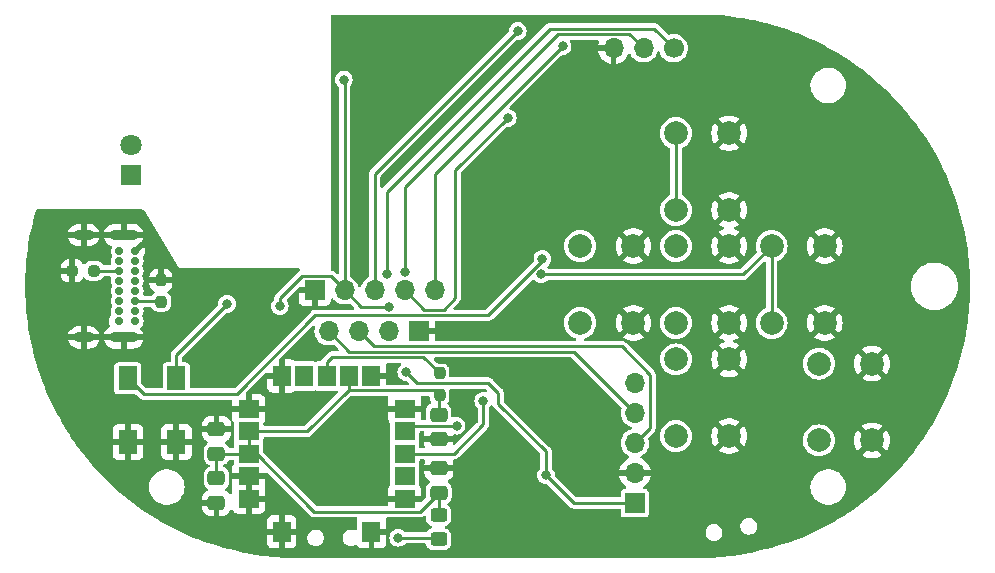
<source format=gbr>
%TF.GenerationSoftware,KiCad,Pcbnew,7.0.2-1.fc38*%
%TF.CreationDate,2023-06-06T12:07:16+02:00*%
%TF.ProjectId,gps_compass,6770735f-636f-46d7-9061-73732e6b6963,rev?*%
%TF.SameCoordinates,Original*%
%TF.FileFunction,Copper,L1,Top*%
%TF.FilePolarity,Positive*%
%FSLAX46Y46*%
G04 Gerber Fmt 4.6, Leading zero omitted, Abs format (unit mm)*
G04 Created by KiCad (PCBNEW 7.0.2-1.fc38) date 2023-06-06 12:07:16*
%MOMM*%
%LPD*%
G01*
G04 APERTURE LIST*
G04 Aperture macros list*
%AMRoundRect*
0 Rectangle with rounded corners*
0 $1 Rounding radius*
0 $2 $3 $4 $5 $6 $7 $8 $9 X,Y pos of 4 corners*
0 Add a 4 corners polygon primitive as box body*
4,1,4,$2,$3,$4,$5,$6,$7,$8,$9,$2,$3,0*
0 Add four circle primitives for the rounded corners*
1,1,$1+$1,$2,$3*
1,1,$1+$1,$4,$5*
1,1,$1+$1,$6,$7*
1,1,$1+$1,$8,$9*
0 Add four rect primitives between the rounded corners*
20,1,$1+$1,$2,$3,$4,$5,0*
20,1,$1+$1,$4,$5,$6,$7,0*
20,1,$1+$1,$6,$7,$8,$9,0*
20,1,$1+$1,$8,$9,$2,$3,0*%
G04 Aperture macros list end*
%TA.AperFunction,SMDPad,CuDef*%
%ADD10R,1.800000X1.500000*%
%TD*%
%TA.AperFunction,SMDPad,CuDef*%
%ADD11R,1.500000X1.800000*%
%TD*%
%TA.AperFunction,SMDPad,CuDef*%
%ADD12R,1.600000X2.000000*%
%TD*%
%TA.AperFunction,ComponentPad*%
%ADD13C,1.700000*%
%TD*%
%TA.AperFunction,ComponentPad*%
%ADD14O,1.700000X1.700000*%
%TD*%
%TA.AperFunction,ComponentPad*%
%ADD15R,1.700000X1.700000*%
%TD*%
%TA.AperFunction,SMDPad,CuDef*%
%ADD16RoundRect,0.250000X-0.475000X0.337500X-0.475000X-0.337500X0.475000X-0.337500X0.475000X0.337500X0*%
%TD*%
%TA.AperFunction,ComponentPad*%
%ADD17C,2.000000*%
%TD*%
%TA.AperFunction,SMDPad,CuDef*%
%ADD18RoundRect,0.237500X0.237500X-0.250000X0.237500X0.250000X-0.237500X0.250000X-0.237500X-0.250000X0*%
%TD*%
%TA.AperFunction,SMDPad,CuDef*%
%ADD19RoundRect,0.237500X0.250000X0.237500X-0.250000X0.237500X-0.250000X-0.237500X0.250000X-0.237500X0*%
%TD*%
%TA.AperFunction,SMDPad,CuDef*%
%ADD20RoundRect,0.250000X0.450000X-0.325000X0.450000X0.325000X-0.450000X0.325000X-0.450000X-0.325000X0*%
%TD*%
%TA.AperFunction,SMDPad,CuDef*%
%ADD21RoundRect,0.237500X-0.237500X0.250000X-0.237500X-0.250000X0.237500X-0.250000X0.237500X0.250000X0*%
%TD*%
%TA.AperFunction,ComponentPad*%
%ADD22R,1.800000X1.800000*%
%TD*%
%TA.AperFunction,ComponentPad*%
%ADD23C,1.800000*%
%TD*%
%TA.AperFunction,SMDPad,CuDef*%
%ADD24RoundRect,0.250000X0.475000X-0.337500X0.475000X0.337500X-0.475000X0.337500X-0.475000X-0.337500X0*%
%TD*%
%TA.AperFunction,ComponentPad*%
%ADD25C,0.700000*%
%TD*%
%TA.AperFunction,ComponentPad*%
%ADD26O,1.700000X0.900000*%
%TD*%
%TA.AperFunction,ComponentPad*%
%ADD27O,2.400000X0.900000*%
%TD*%
%TA.AperFunction,ViaPad*%
%ADD28C,0.800000*%
%TD*%
%TA.AperFunction,Conductor*%
%ADD29C,0.250000*%
%TD*%
G04 APERTURE END LIST*
D10*
%TO.P,GPS,1,GND*%
%TO.N,GND*%
X123925000Y-63900000D03*
%TO.P,GPS,2,VCC_IO*%
%TO.N,+3V3*%
X123925000Y-65800000D03*
%TO.P,GPS,3,V_BCKP*%
X123925000Y-67700000D03*
%TO.P,GPS,4,GND*%
%TO.N,GND*%
X123925000Y-69600000D03*
%TO.P,GPS,5,GND*%
X123925000Y-71500000D03*
D11*
%TO.P,GPS,6,GND*%
X126725000Y-74300000D03*
%TO.P,GPS,10,GND*%
X134325000Y-74300000D03*
D10*
%TO.P,GPS,11,GND*%
X137125000Y-71500000D03*
%TO.P,GPS,12,SCL*%
%TO.N,unconnected-(GPS1-SCL-Pad12)*%
X137125000Y-69600000D03*
%TO.P,GPS,13,TXD*%
%TO.N,Net-(GPS1-TXD)*%
X137125000Y-67700000D03*
%TO.P,GPS,14,RXD*%
%TO.N,Net-(GPS1-RXD)*%
X137125000Y-65800000D03*
%TO.P,GPS,15,GND*%
%TO.N,GND*%
X137125000Y-63900000D03*
D11*
%TO.P,GPS,16,GND*%
X134325000Y-61100000D03*
%TO.P,GPS,17,VCC*%
%TO.N,+3V3*%
X132425000Y-61100000D03*
%TO.P,GPS,18,~{RESET}*%
%TO.N,Net-(GPS1-~{RESET})*%
X130525000Y-61100000D03*
%TO.P,GPS,19,EXTINT*%
%TO.N,unconnected-(GPS1-EXTINT-Pad19)*%
X128625000Y-61100000D03*
%TO.P,GPS,20,GND*%
%TO.N,GND*%
X126725000Y-61100000D03*
%TD*%
D12*
%TO.P,En,1,A*%
%TO.N,GND*%
X117800000Y-66700000D03*
%TO.P,En,2,B*%
%TO.N,Net-(ESP32-S1-EN)*%
X117800000Y-61300000D03*
%TD*%
%TO.P,Prog,1,A*%
%TO.N,Net-(ESP32-S1-IO0)*%
X113700000Y-61300000D03*
%TO.P,Prog,2,B*%
%TO.N,GND*%
X113700000Y-66700000D03*
%TD*%
D13*
%TO.P,Serial1,1,Pin_1*%
%TO.N,Net-(ESP32-S1-TXD0{slash}IO1)*%
X159900000Y-33340000D03*
D14*
%TO.P,Serial1,2,Pin_2*%
%TO.N,Net-(ESP32-S1-RXD0{slash}IO3)*%
X157360000Y-33340000D03*
%TO.P,Serial1,3,Pin_3*%
%TO.N,GND*%
X154820000Y-33340000D03*
%TD*%
D15*
%TO.P,LCD,1,Pin_1*%
%TO.N,GND*%
X129520000Y-53830000D03*
D14*
%TO.P,LCD,2,Pin_2*%
%TO.N,VCC*%
X132060000Y-53830000D03*
%TO.P,LCD,3,Pin_3*%
%TO.N,lcd_data*%
X134600000Y-53830000D03*
%TO.P,LCD,4,Pin_4*%
%TO.N,lcd_wr*%
X137140000Y-53830000D03*
%TO.P,LCD,5,Pin_5*%
%TO.N,lcd_cs*%
X139680000Y-53830000D03*
%TD*%
D16*
%TO.P,C4,1*%
%TO.N,+3V3*%
X121200000Y-69762500D03*
%TO.P,C4,2*%
%TO.N,GND*%
X121200000Y-71837500D03*
%TD*%
D17*
%TO.P,SWdown1,1,A*%
%TO.N,B2*%
X168200000Y-56600000D03*
X168200000Y-50100000D03*
%TO.P,SWdown1,2,B*%
%TO.N,GND*%
X172700000Y-56600000D03*
X172700000Y-50100000D03*
%TD*%
D18*
%TO.P,R8,1*%
%TO.N,Net-(J1-CC1)*%
X116500000Y-54812500D03*
%TO.P,R8,2*%
%TO.N,GND*%
X116500000Y-52987500D03*
%TD*%
D15*
%TO.P,GY-271,1,Pin_1*%
%TO.N,VCC*%
X156630000Y-71860000D03*
D14*
%TO.P,GY-271,2,Pin_2*%
%TO.N,GND*%
X156630000Y-69320000D03*
%TO.P,GY-271,3,Pin_3*%
%TO.N,SCL*%
X156630000Y-66780000D03*
%TO.P,GY-271,4,Pin_4*%
%TO.N,SDA*%
X156630000Y-64240000D03*
%TO.P,GY-271,5,Pin_5*%
%TO.N,unconnected-(GY-271-Pin_5-Pad5)*%
X156630000Y-61700000D03*
%TD*%
D17*
%TO.P,SWright1,2,B*%
%TO.N,GND*%
X164600000Y-40550000D03*
X164600000Y-47050000D03*
%TO.P,SWright1,1,A*%
%TO.N,B4*%
X160100000Y-40550000D03*
X160100000Y-47050000D03*
%TD*%
D19*
%TO.P,R7,1*%
%TO.N,Net-(J1-CC2)*%
X110812500Y-52200000D03*
%TO.P,R7,2*%
%TO.N,GND*%
X108987500Y-52200000D03*
%TD*%
D20*
%TO.P,L1,1,1*%
%TO.N,Net-(ESP32-B)*%
X140000000Y-74925000D03*
%TO.P,L1,2,2*%
%TO.N,+3V3*%
X140000000Y-72875000D03*
%TD*%
D17*
%TO.P,SWleft1,1,A*%
%TO.N,B3*%
X160100000Y-56600000D03*
X160100000Y-50100000D03*
%TO.P,SWleft1,2,B*%
%TO.N,GND*%
X164600000Y-56600000D03*
X164600000Y-50100000D03*
%TD*%
D15*
%TO.P,Oled,1,Pin_1*%
%TO.N,GND*%
X138320000Y-57310000D03*
D14*
%TO.P,Oled,2,Pin_2*%
%TO.N,VCC*%
X135780000Y-57310000D03*
%TO.P,Oled,3,Pin_3*%
%TO.N,SCL*%
X133240000Y-57310000D03*
%TO.P,Oled,4,Pin_4*%
%TO.N,SDA*%
X130700000Y-57310000D03*
%TD*%
D17*
%TO.P,SWb1,1,A*%
%TO.N,B6*%
X172200000Y-66550000D03*
X172200000Y-60050000D03*
%TO.P,SWb1,2,B*%
%TO.N,GND*%
X176700000Y-66550000D03*
X176700000Y-60050000D03*
%TD*%
D21*
%TO.P,R4,1*%
%TO.N,Net-(GPS1-~{RESET})*%
X140100000Y-60887500D03*
%TO.P,R4,2*%
%TO.N,+3V3*%
X140100000Y-62712500D03*
%TD*%
D17*
%TO.P,SWa1,1,A*%
%TO.N,B5*%
X160100000Y-66200000D03*
X160100000Y-59700000D03*
%TO.P,SWa1,2,B*%
%TO.N,GND*%
X164600000Y-66200000D03*
X164600000Y-59700000D03*
%TD*%
%TO.P,SWup1,1,A*%
%TO.N,B1*%
X152000000Y-56600000D03*
X152000000Y-50100000D03*
%TO.P,SWup1,2,B*%
%TO.N,GND*%
X156500000Y-56600000D03*
X156500000Y-50100000D03*
%TD*%
D22*
%TO.P,LED,1,K*%
%TO.N,Net-(LED1-K)*%
X114000000Y-44100000D03*
D23*
%TO.P,LED,2,A*%
%TO.N,Net-(ESP32-S1-IO32)*%
X114000000Y-41560000D03*
%TD*%
D24*
%TO.P,C4,1*%
%TO.N,+3V3*%
X140030000Y-70997500D03*
%TO.P,C4,2*%
%TO.N,GND*%
X140030000Y-68922500D03*
%TD*%
%TO.P,C3,1*%
%TO.N,+3V3*%
X121200000Y-67675000D03*
%TO.P,C3,2*%
%TO.N,GND*%
X121200000Y-65600000D03*
%TD*%
D16*
%TO.P,C3,1*%
%TO.N,+3V3*%
X140000000Y-64362500D03*
%TO.P,C3,2*%
%TO.N,GND*%
X140000000Y-66437500D03*
%TD*%
D25*
%TO.P,J1,A1*%
%TO.N,N/C*%
X114325000Y-56475000D03*
%TO.P,J1,A4*%
X114325000Y-55625000D03*
%TO.P,J1,A5,CC1*%
%TO.N,Net-(J1-CC1)*%
X114325000Y-54775000D03*
%TO.P,J1,A6*%
%TO.N,N/C*%
X114325000Y-53925000D03*
%TO.P,J1,A7*%
X114325000Y-53075000D03*
%TO.P,J1,A8*%
X114325000Y-52225000D03*
%TO.P,J1,A9,VBUS*%
%TO.N,Net-(U3-VCC)*%
X114325000Y-51375000D03*
%TO.P,J1,A12,GND*%
%TO.N,GND*%
X114325000Y-50525000D03*
%TO.P,J1,B1*%
%TO.N,N/C*%
X112975000Y-50525000D03*
%TO.P,J1,B4*%
X112975000Y-51375000D03*
%TO.P,J1,B5,CC2*%
%TO.N,Net-(J1-CC2)*%
X112975000Y-52225000D03*
%TO.P,J1,B6*%
%TO.N,N/C*%
X112975000Y-53075000D03*
%TO.P,J1,B7*%
X112975000Y-53925000D03*
%TO.P,J1,B8*%
X112975000Y-54775000D03*
%TO.P,J1,B9,VBUS*%
%TO.N,Net-(U3-VCC)*%
X112975000Y-55625000D03*
%TO.P,J1,B12,GND*%
%TO.N,GND*%
X112975000Y-56475000D03*
D26*
%TO.P,J1,S1,SHIELD*%
X109965000Y-57825000D03*
D27*
X113345000Y-57825000D03*
D26*
X109965000Y-49175000D03*
D27*
X113345000Y-49175000D03*
%TD*%
D28*
%TO.N,VCC*%
X137280000Y-60790000D03*
X135780000Y-55235500D03*
X126560000Y-55190000D03*
X149100000Y-69500000D03*
X131980000Y-36000000D03*
%TO.N,Net-(ESP32-S1-EN)*%
X122100000Y-55000000D03*
%TO.N,B2*%
X148700000Y-52500000D03*
%TO.N,lcd_data*%
X146700000Y-31900000D03*
%TO.N,lcd_wr*%
X145850000Y-39250000D03*
%TO.N,lcd_cs*%
X150500000Y-33200000D03*
%TO.N,Net-(ESP32-S1-IO0)*%
X148800000Y-51200000D03*
%TO.N,Net-(ESP32-S1-RXD0{slash}IO3)*%
X137200000Y-52300000D03*
%TO.N,Net-(ESP32-S1-TXD0{slash}IO1)*%
X135600000Y-52500000D03*
%TO.N,Net-(GPS1-TXD)*%
X143800000Y-63200000D03*
%TO.N,Net-(GPS1-RXD)*%
X141524500Y-65300000D03*
%TO.N,Net-(ESP32-B)*%
X136600000Y-74800000D03*
%TD*%
D29*
%TO.N,VCC*%
X135780000Y-55235500D02*
X133465500Y-55235500D01*
X133465500Y-55235500D02*
X132060000Y-53830000D01*
%TO.N,lcd_data*%
X134600000Y-53830000D02*
X134600000Y-44000000D01*
X134600000Y-44000000D02*
X146700000Y-31900000D01*
%TO.N,Net-(GPS1-TXD)*%
X143800000Y-63200000D02*
X143800000Y-65200000D01*
X141320000Y-67680000D02*
X137145000Y-67680000D01*
X143800000Y-65200000D02*
X141320000Y-67680000D01*
X137145000Y-67680000D02*
X137125000Y-67700000D01*
%TO.N,+3V3*%
X140030000Y-70997500D02*
X140030000Y-72845000D01*
X140030000Y-72845000D02*
X140000000Y-72875000D01*
X140030000Y-70997500D02*
X138452500Y-72575000D01*
X138452500Y-72575000D02*
X129475000Y-72575000D01*
X129475000Y-72575000D02*
X124600000Y-67700000D01*
X124600000Y-67700000D02*
X123925000Y-67700000D01*
%TO.N,Net-(ESP32-S1-RXD0{slash}IO3)*%
X157360000Y-33340000D02*
X156170000Y-32150000D01*
X156170000Y-32150000D02*
X150150000Y-32150000D01*
X150150000Y-32150000D02*
X137200000Y-45100000D01*
X137200000Y-45100000D02*
X137200000Y-52300000D01*
%TO.N,Net-(ESP32-S1-TXD0{slash}IO1)*%
X159900000Y-33340000D02*
X158260000Y-31700000D01*
X158260000Y-31700000D02*
X149400000Y-31700000D01*
X149400000Y-31700000D02*
X135600000Y-45500000D01*
X135600000Y-45500000D02*
X135600000Y-52500000D01*
%TO.N,VCC*%
X137280000Y-60790000D02*
X138190000Y-61700000D01*
X138190000Y-61700000D02*
X144210000Y-61700000D01*
X144210000Y-61700000D02*
X145060000Y-62550000D01*
X145060000Y-62550000D02*
X145060000Y-63434695D01*
X145060000Y-63434695D02*
X149100000Y-67474695D01*
X149100000Y-67474695D02*
X149100000Y-69500000D01*
%TO.N,Net-(ESP32-S1-IO0)*%
X113700000Y-61300000D02*
X115025000Y-62625000D01*
X115025000Y-62625000D02*
X122900000Y-62625000D01*
X122900000Y-62625000D02*
X129565000Y-55960000D01*
X129565000Y-55960000D02*
X144214695Y-55960000D01*
X144214695Y-55960000D02*
X148800000Y-51374695D01*
X148800000Y-51374695D02*
X148800000Y-51200000D01*
%TO.N,lcd_cs*%
X150500000Y-33200000D02*
X140030000Y-43670000D01*
X139680000Y-53830000D02*
X139680000Y-44020000D01*
X139680000Y-44020000D02*
X140030000Y-43670000D01*
%TO.N,lcd_wr*%
X145850000Y-39250000D02*
X141400000Y-43700000D01*
X141400000Y-43700000D02*
X141400000Y-54500000D01*
X141400000Y-54500000D02*
X140425000Y-55475000D01*
X140425000Y-55475000D02*
X138785000Y-55475000D01*
X138785000Y-55475000D02*
X137140000Y-53830000D01*
%TO.N,VCC*%
X132060000Y-53830000D02*
X132060000Y-36080000D01*
X132060000Y-36080000D02*
X131980000Y-36000000D01*
X126560000Y-55190000D02*
X126560000Y-54540000D01*
X126560000Y-54540000D02*
X128445000Y-52655000D01*
X128445000Y-52655000D02*
X130885000Y-52655000D01*
X130885000Y-52655000D02*
X132060000Y-53830000D01*
%TO.N,SCL*%
X133230000Y-57300000D02*
X134530000Y-58600000D01*
X155500000Y-58600000D02*
X157900000Y-61000000D01*
X134530000Y-58600000D02*
X155500000Y-58600000D01*
X157900000Y-61000000D02*
X157900000Y-65520000D01*
X157900000Y-65520000D02*
X156650000Y-66770000D01*
%TO.N,SDA*%
X130700000Y-57310000D02*
X132440000Y-59050000D01*
X132440000Y-59050000D02*
X151470000Y-59050000D01*
X151470000Y-59050000D02*
X156650000Y-64230000D01*
%TO.N,+3V3*%
X139712500Y-62325000D02*
X132500000Y-62325000D01*
X140000000Y-64062500D02*
X140100000Y-64162500D01*
X123925000Y-65800000D02*
X123925000Y-67700000D01*
X132500000Y-62325000D02*
X132425000Y-62250000D01*
X121200000Y-67675000D02*
X121225000Y-67700000D01*
X140100000Y-62712500D02*
X139712500Y-62325000D01*
X121225000Y-67700000D02*
X123925000Y-67700000D01*
X123925000Y-65800000D02*
X128875000Y-65800000D01*
X140100000Y-62712500D02*
X140000000Y-62812500D01*
X140000000Y-62812500D02*
X140000000Y-64062500D01*
X132425000Y-62250000D02*
X132425000Y-61100000D01*
X121200000Y-69762500D02*
X121200000Y-67675000D01*
X128875000Y-65800000D02*
X132425000Y-62250000D01*
%TO.N,Net-(J1-CC1)*%
X114325000Y-54775000D02*
X116462500Y-54775000D01*
X116462500Y-54775000D02*
X116500000Y-54812500D01*
%TO.N,Net-(J1-CC2)*%
X110812500Y-52200000D02*
X112950000Y-52200000D01*
X112950000Y-52200000D02*
X112975000Y-52225000D01*
%TO.N,VCC*%
X151450000Y-71850000D02*
X149100000Y-69500000D01*
X156650000Y-71850000D02*
X151450000Y-71850000D01*
%TO.N,Net-(ESP32-S1-EN)*%
X117800000Y-61300000D02*
X117800000Y-59300000D01*
X117800000Y-59300000D02*
X122100000Y-55000000D01*
%TO.N,B2*%
X148700000Y-52500000D02*
X165800000Y-52500000D01*
X168200000Y-56600000D02*
X168200000Y-50100000D01*
X165800000Y-52500000D02*
X168200000Y-50100000D01*
%TO.N,B4*%
X160100000Y-47050000D02*
X160100000Y-40550000D01*
%TO.N,Net-(GPS1-RXD)*%
X137625000Y-65300000D02*
X137125000Y-65800000D01*
X141524500Y-65300000D02*
X137625000Y-65300000D01*
%TO.N,Net-(GPS1-~{RESET})*%
X130525000Y-61100000D02*
X130525000Y-59950000D01*
X138712500Y-59500000D02*
X140100000Y-60887500D01*
X130975000Y-59500000D02*
X138712500Y-59500000D01*
X130525000Y-59950000D02*
X130975000Y-59500000D01*
%TO.N,Net-(ESP32-B)*%
X139875000Y-74800000D02*
X140000000Y-74925000D01*
X136600000Y-74800000D02*
X139875000Y-74800000D01*
%TD*%
%TA.AperFunction,Conductor*%
%TO.N,GND*%
G36*
X162001257Y-30500525D02*
G01*
X162947901Y-30520094D01*
X162953011Y-30520305D01*
X163879087Y-30577801D01*
X163897278Y-30578945D01*
X163902129Y-30579350D01*
X164653985Y-30657326D01*
X164849055Y-30677829D01*
X164853836Y-30678429D01*
X165526153Y-30776383D01*
X165795853Y-30816209D01*
X165800580Y-30817003D01*
X166426894Y-30934870D01*
X166736102Y-30993855D01*
X166740700Y-30994825D01*
X167335401Y-31132411D01*
X167668110Y-31210447D01*
X167672627Y-31211598D01*
X168110516Y-31332170D01*
X168243065Y-31368667D01*
X168590330Y-31465625D01*
X168594773Y-31466957D01*
X168923636Y-31572310D01*
X169145286Y-31643317D01*
X169222244Y-31668322D01*
X169501104Y-31758928D01*
X169505410Y-31760417D01*
X169886185Y-31899999D01*
X170038580Y-31955863D01*
X170398937Y-32089878D01*
X170403042Y-32091491D01*
X170920237Y-32305720D01*
X171282138Y-32457849D01*
X171286216Y-32459652D01*
X171788126Y-32692295D01*
X172149302Y-32862252D01*
X172153214Y-32864178D01*
X172640376Y-33114941D01*
X172998864Y-33302354D01*
X173002650Y-33304418D01*
X173475229Y-33572938D01*
X173829414Y-33777428D01*
X173833049Y-33779611D01*
X174290897Y-34065414D01*
X174639419Y-34286592D01*
X174642914Y-34288893D01*
X174773489Y-34378106D01*
X175085940Y-34591582D01*
X175427623Y-34829058D01*
X175430978Y-34831474D01*
X175858846Y-35150520D01*
X176192555Y-35403818D01*
X176195657Y-35406254D01*
X176608202Y-35741269D01*
X176717808Y-35831943D01*
X176932862Y-36009853D01*
X176935899Y-36012449D01*
X177332537Y-36362715D01*
X177647356Y-36646178D01*
X177650222Y-36648842D01*
X177838645Y-36829633D01*
X178030761Y-37013968D01*
X178334716Y-37311623D01*
X178337430Y-37314365D01*
X178701468Y-37693769D01*
X178989507Y-38000500D01*
X178993834Y-38005107D01*
X178996386Y-38007909D01*
X179343483Y-38400958D01*
X179623502Y-38725364D01*
X179625891Y-38728218D01*
X179955690Y-39134340D01*
X180222700Y-39471222D01*
X180224927Y-39474118D01*
X180536949Y-39892566D01*
X180790338Y-40241326D01*
X180792403Y-40244257D01*
X181086307Y-40674425D01*
X181325445Y-41034358D01*
X181327349Y-41037314D01*
X181602759Y-41478511D01*
X181827091Y-41848927D01*
X181828836Y-41851901D01*
X182085382Y-42303405D01*
X182294490Y-42683771D01*
X182296027Y-42686661D01*
X182533387Y-43147784D01*
X182726658Y-43537126D01*
X182728090Y-43540111D01*
X182945920Y-44010063D01*
X183123009Y-44407814D01*
X183124289Y-44410792D01*
X183322298Y-44888829D01*
X183482778Y-45294153D01*
X183483908Y-45297119D01*
X183661859Y-45782562D01*
X183805389Y-46194727D01*
X183806373Y-46197672D01*
X183963984Y-46689659D01*
X184090252Y-47107880D01*
X184091094Y-47110797D01*
X184228162Y-47608599D01*
X184336884Y-48032043D01*
X184337587Y-48034925D01*
X184453917Y-48537747D01*
X184544883Y-48965709D01*
X184545452Y-48968551D01*
X184640857Y-49475504D01*
X184713872Y-49907191D01*
X184714312Y-49909987D01*
X184788661Y-50420288D01*
X184843559Y-50854852D01*
X184843874Y-50857595D01*
X184897060Y-51370419D01*
X184933725Y-51807049D01*
X184933921Y-51809734D01*
X184965789Y-52323036D01*
X184965918Y-52325527D01*
X184984218Y-52762151D01*
X184984301Y-52764781D01*
X184994930Y-53278918D01*
X184994956Y-53281481D01*
X184994956Y-53718517D01*
X184994930Y-53721080D01*
X184984301Y-54235217D01*
X184984218Y-54237847D01*
X184965918Y-54674471D01*
X184965789Y-54676962D01*
X184933921Y-55190260D01*
X184933724Y-55192952D01*
X184897060Y-55629580D01*
X184843874Y-56142402D01*
X184843558Y-56145146D01*
X184788661Y-56579711D01*
X184752882Y-56825283D01*
X184716595Y-57074349D01*
X184714319Y-57089968D01*
X184713879Y-57092764D01*
X184676059Y-57316370D01*
X184649838Y-57471404D01*
X184640861Y-57524477D01*
X184545452Y-58031447D01*
X184544882Y-58034290D01*
X184453917Y-58462252D01*
X184337587Y-58965073D01*
X184336883Y-58967955D01*
X184228162Y-59391400D01*
X184091094Y-59889201D01*
X184090252Y-59892118D01*
X183963984Y-60310340D01*
X183806373Y-60802326D01*
X183805389Y-60805271D01*
X183661859Y-61217437D01*
X183483909Y-61702879D01*
X183482778Y-61705845D01*
X183322298Y-62111170D01*
X183124290Y-62589205D01*
X183123010Y-62592184D01*
X182945920Y-62989936D01*
X182728090Y-63459888D01*
X182726657Y-63462873D01*
X182533387Y-63852215D01*
X182296038Y-64313317D01*
X182294450Y-64316300D01*
X182085388Y-64696584D01*
X181828835Y-65148098D01*
X181827090Y-65151071D01*
X181602759Y-65521488D01*
X181327350Y-65962684D01*
X181325445Y-65965640D01*
X181086307Y-66325573D01*
X180792403Y-66755741D01*
X180790338Y-66758672D01*
X180536949Y-67107433D01*
X180224927Y-67525880D01*
X180222700Y-67528776D01*
X179955691Y-67865659D01*
X179625892Y-68271781D01*
X179623502Y-68274635D01*
X179343483Y-68599041D01*
X178996387Y-68992088D01*
X178993834Y-68994891D01*
X178701468Y-69306230D01*
X178337430Y-69685633D01*
X178334715Y-69688375D01*
X178030761Y-69986030D01*
X177650233Y-70351146D01*
X177647356Y-70353820D01*
X177332538Y-70637284D01*
X176935900Y-70987549D01*
X176932863Y-70990145D01*
X176608189Y-71258740D01*
X176195723Y-71593692D01*
X176192525Y-71596203D01*
X175858846Y-71849479D01*
X175430978Y-72168525D01*
X175427624Y-72170940D01*
X175085941Y-72408416D01*
X174642929Y-72711095D01*
X174639419Y-72713407D01*
X174290920Y-72934571D01*
X173833048Y-73220388D01*
X173829387Y-73222586D01*
X173475192Y-73427082D01*
X173002661Y-73695574D01*
X172998852Y-73697651D01*
X172640331Y-73885081D01*
X172153256Y-74135799D01*
X172149303Y-74137745D01*
X171788126Y-74307703D01*
X171286217Y-74540346D01*
X171282123Y-74542155D01*
X170920206Y-74694292D01*
X170403103Y-74908481D01*
X170398874Y-74910143D01*
X170038580Y-75044136D01*
X169505437Y-75239572D01*
X169501077Y-75241079D01*
X169145286Y-75356682D01*
X168594793Y-75533035D01*
X168590309Y-75534379D01*
X168243065Y-75631332D01*
X167672663Y-75788390D01*
X167668061Y-75789563D01*
X167335373Y-75867595D01*
X166740763Y-76005159D01*
X166736049Y-76006154D01*
X166426655Y-76065174D01*
X165800625Y-76182987D01*
X165795807Y-76183796D01*
X165525935Y-76223648D01*
X164853904Y-76321560D01*
X164848988Y-76322177D01*
X164653526Y-76342721D01*
X163902198Y-76420642D01*
X163897196Y-76421059D01*
X163881534Y-76422044D01*
X163878830Y-76422214D01*
X162953017Y-76479693D01*
X162947896Y-76479905D01*
X162001258Y-76499474D01*
X161998695Y-76499500D01*
X128001305Y-76499500D01*
X127998742Y-76499474D01*
X127052104Y-76479905D01*
X127046983Y-76479693D01*
X126121077Y-76422209D01*
X126102805Y-76421059D01*
X126097798Y-76420642D01*
X125346474Y-76342721D01*
X125151010Y-76322177D01*
X125146094Y-76321560D01*
X124474064Y-76223648D01*
X124204191Y-76183796D01*
X124199373Y-76182987D01*
X123573344Y-76065174D01*
X123263950Y-76006154D01*
X123259236Y-76005159D01*
X122664627Y-75867595D01*
X122331937Y-75789563D01*
X122327335Y-75788390D01*
X121756934Y-75631332D01*
X121409689Y-75534379D01*
X121405205Y-75533035D01*
X120854713Y-75356682D01*
X120498922Y-75241079D01*
X120494562Y-75239572D01*
X119961419Y-75044136D01*
X119601124Y-74910144D01*
X119601121Y-74910143D01*
X119601120Y-74910142D01*
X119596894Y-74908482D01*
X119539300Y-74884626D01*
X119079775Y-74694284D01*
X118736537Y-74550000D01*
X125475000Y-74550000D01*
X125475000Y-75244518D01*
X125475354Y-75251132D01*
X125481400Y-75307371D01*
X125531647Y-75442089D01*
X125617811Y-75557188D01*
X125732910Y-75643352D01*
X125867628Y-75693599D01*
X125923867Y-75699645D01*
X125930482Y-75700000D01*
X126475000Y-75700000D01*
X126475000Y-74550000D01*
X126975000Y-74550000D01*
X126975000Y-75700000D01*
X127519518Y-75700000D01*
X127526132Y-75699645D01*
X127582371Y-75693599D01*
X127717089Y-75643352D01*
X127832188Y-75557188D01*
X127918352Y-75442089D01*
X127968599Y-75307371D01*
X127974645Y-75251132D01*
X127975000Y-75244518D01*
X127975000Y-74885055D01*
X128899500Y-74885055D01*
X128940209Y-75050224D01*
X128980867Y-75127690D01*
X129019266Y-75200852D01*
X129113633Y-75307371D01*
X129132072Y-75328184D01*
X129202070Y-75376500D01*
X129272070Y-75424818D01*
X129431128Y-75485140D01*
X129557628Y-75500500D01*
X129561377Y-75500500D01*
X129638623Y-75500500D01*
X129642372Y-75500500D01*
X129768872Y-75485140D01*
X129927930Y-75424818D01*
X130067929Y-75328183D01*
X130180734Y-75200852D01*
X130259790Y-75050225D01*
X130300500Y-74885056D01*
X130300500Y-74714944D01*
X130259790Y-74549775D01*
X130180734Y-74399148D01*
X130067929Y-74271817D01*
X130067928Y-74271816D01*
X130067927Y-74271815D01*
X129927930Y-74175182D01*
X129768872Y-74114860D01*
X129646092Y-74099951D01*
X129646080Y-74099950D01*
X129642372Y-74099500D01*
X129557628Y-74099500D01*
X129553920Y-74099950D01*
X129553907Y-74099951D01*
X129431127Y-74114860D01*
X129272069Y-74175182D01*
X129132072Y-74271815D01*
X129019265Y-74399149D01*
X128940209Y-74549775D01*
X128899500Y-74714944D01*
X128899500Y-74885055D01*
X127975000Y-74885055D01*
X127975000Y-74550000D01*
X126975000Y-74550000D01*
X126475000Y-74550000D01*
X125475000Y-74550000D01*
X118736537Y-74550000D01*
X118717875Y-74542155D01*
X118713782Y-74540346D01*
X118211873Y-74307704D01*
X117850696Y-74137746D01*
X117846742Y-74135799D01*
X117680059Y-74050000D01*
X125475000Y-74050000D01*
X126475000Y-74050000D01*
X126475000Y-72900000D01*
X126975000Y-72900000D01*
X126975000Y-74050000D01*
X127975000Y-74050000D01*
X127975000Y-73355481D01*
X127974645Y-73348867D01*
X127968599Y-73292628D01*
X127918352Y-73157910D01*
X127832188Y-73042811D01*
X127717089Y-72956647D01*
X127582371Y-72906400D01*
X127526132Y-72900354D01*
X127519518Y-72900000D01*
X126975000Y-72900000D01*
X126475000Y-72900000D01*
X125930482Y-72900000D01*
X125923867Y-72900354D01*
X125867628Y-72906400D01*
X125732910Y-72956647D01*
X125617811Y-73042811D01*
X125531647Y-73157910D01*
X125481400Y-73292628D01*
X125475354Y-73348867D01*
X125475000Y-73355481D01*
X125475000Y-74050000D01*
X117680059Y-74050000D01*
X117359668Y-73885081D01*
X117001147Y-73697651D01*
X116997337Y-73695574D01*
X116524807Y-73427082D01*
X116170610Y-73222586D01*
X116166949Y-73220387D01*
X115709079Y-72934571D01*
X115360579Y-72713406D01*
X115357070Y-72711095D01*
X114914060Y-72408417D01*
X114572375Y-72170940D01*
X114569043Y-72168542D01*
X114460359Y-72087500D01*
X119975001Y-72087500D01*
X119975001Y-72221829D01*
X119975321Y-72228111D01*
X119985493Y-72327695D01*
X120040642Y-72494122D01*
X120132683Y-72643345D01*
X120256654Y-72767316D01*
X120405877Y-72859357D01*
X120572303Y-72914506D01*
X120671890Y-72924680D01*
X120678168Y-72924999D01*
X120949999Y-72924999D01*
X120950000Y-72924998D01*
X120950000Y-72087500D01*
X119975001Y-72087500D01*
X114460359Y-72087500D01*
X114141122Y-71849456D01*
X113807461Y-71596193D01*
X113804325Y-71593731D01*
X113391809Y-71258740D01*
X113242144Y-71134926D01*
X113067136Y-70990145D01*
X113064099Y-70987549D01*
X112667462Y-70637284D01*
X112514991Y-70499999D01*
X115494356Y-70499999D01*
X115514891Y-70747816D01*
X115514891Y-70747819D01*
X115514892Y-70747821D01*
X115575937Y-70988881D01*
X115620960Y-71091523D01*
X115675825Y-71216604D01*
X115675827Y-71216607D01*
X115811836Y-71424785D01*
X115980256Y-71607738D01*
X115980259Y-71607740D01*
X116176485Y-71760470D01*
X116176487Y-71760471D01*
X116176491Y-71760474D01*
X116395190Y-71878828D01*
X116630386Y-71959571D01*
X116875665Y-72000500D01*
X117124335Y-72000500D01*
X117369614Y-71959571D01*
X117604810Y-71878828D01*
X117823509Y-71760474D01*
X118019744Y-71607738D01*
X118188164Y-71424785D01*
X118324173Y-71216607D01*
X118424063Y-70988881D01*
X118485108Y-70747821D01*
X118505643Y-70500000D01*
X118485108Y-70252179D01*
X118424063Y-70011119D01*
X118325456Y-69786317D01*
X118324174Y-69783395D01*
X118288208Y-69728345D01*
X118188164Y-69575215D01*
X118019744Y-69392262D01*
X117965446Y-69350000D01*
X117823514Y-69239529D01*
X117823510Y-69239526D01*
X117823509Y-69239526D01*
X117604810Y-69121172D01*
X117604806Y-69121170D01*
X117604805Y-69121170D01*
X117369615Y-69040429D01*
X117124335Y-68999500D01*
X116875665Y-68999500D01*
X116630384Y-69040429D01*
X116395194Y-69121170D01*
X116176485Y-69239529D01*
X115980259Y-69392259D01*
X115980256Y-69392261D01*
X115980256Y-69392262D01*
X115811836Y-69575215D01*
X115784778Y-69616631D01*
X115675825Y-69783395D01*
X115606841Y-69940664D01*
X115575937Y-70011119D01*
X115518910Y-70236313D01*
X115514891Y-70252183D01*
X115494356Y-70499999D01*
X112514991Y-70499999D01*
X112352642Y-70353820D01*
X112349764Y-70351145D01*
X112340862Y-70342604D01*
X112171869Y-70180455D01*
X111969238Y-69986031D01*
X111665282Y-69688375D01*
X111662568Y-69685633D01*
X111298531Y-69306230D01*
X111038296Y-69029108D01*
X111006151Y-68994877D01*
X111003612Y-68992088D01*
X110656516Y-68599040D01*
X110376496Y-68274634D01*
X110374107Y-68271780D01*
X110044309Y-67865659D01*
X109777298Y-67528776D01*
X109775071Y-67525880D01*
X109638865Y-67343216D01*
X109463042Y-67107422D01*
X109458013Y-67100500D01*
X109348668Y-66950000D01*
X112400000Y-66950000D01*
X112400000Y-67744518D01*
X112400354Y-67751132D01*
X112406400Y-67807371D01*
X112456647Y-67942089D01*
X112542811Y-68057188D01*
X112657910Y-68143352D01*
X112792628Y-68193599D01*
X112848867Y-68199645D01*
X112855482Y-68200000D01*
X113450000Y-68200000D01*
X113450000Y-66950000D01*
X113950000Y-66950000D01*
X113950000Y-68200000D01*
X114544518Y-68200000D01*
X114551132Y-68199645D01*
X114607371Y-68193599D01*
X114742089Y-68143352D01*
X114857188Y-68057188D01*
X114943352Y-67942089D01*
X114993599Y-67807371D01*
X114999645Y-67751132D01*
X115000000Y-67744518D01*
X115000000Y-66950000D01*
X116500000Y-66950000D01*
X116500000Y-67744518D01*
X116500354Y-67751132D01*
X116506400Y-67807371D01*
X116556647Y-67942089D01*
X116642811Y-68057188D01*
X116757910Y-68143352D01*
X116892628Y-68193599D01*
X116948867Y-68199645D01*
X116955482Y-68200000D01*
X117550000Y-68200000D01*
X117550000Y-66950000D01*
X118050000Y-66950000D01*
X118050000Y-68200000D01*
X118644518Y-68200000D01*
X118651132Y-68199645D01*
X118707371Y-68193599D01*
X118842089Y-68143352D01*
X118957188Y-68057188D01*
X119043352Y-67942089D01*
X119093599Y-67807371D01*
X119099645Y-67751132D01*
X119100000Y-67744518D01*
X119100000Y-66950000D01*
X118050000Y-66950000D01*
X117550000Y-66950000D01*
X116500000Y-66950000D01*
X115000000Y-66950000D01*
X113950000Y-66950000D01*
X113450000Y-66950000D01*
X112400000Y-66950000D01*
X109348668Y-66950000D01*
X109209643Y-66758648D01*
X109207595Y-66755741D01*
X108998703Y-66449999D01*
X112399999Y-66449999D01*
X112400000Y-66450000D01*
X113450000Y-66450000D01*
X113450000Y-65200000D01*
X113950000Y-65200000D01*
X113950000Y-66450000D01*
X115000000Y-66450000D01*
X116500000Y-66450000D01*
X117550000Y-66450000D01*
X117550000Y-65200000D01*
X118050000Y-65200000D01*
X118050000Y-66450000D01*
X119100000Y-66450000D01*
X119100000Y-65655481D01*
X119099645Y-65648867D01*
X119093599Y-65592628D01*
X119043352Y-65457910D01*
X118962570Y-65350000D01*
X119975000Y-65350000D01*
X120950000Y-65350000D01*
X120950000Y-64512500D01*
X121450000Y-64512500D01*
X121450000Y-65350000D01*
X122424999Y-65350000D01*
X122424999Y-65215670D01*
X122424678Y-65209388D01*
X122414506Y-65109806D01*
X122392011Y-65041922D01*
X122389609Y-64972094D01*
X122424564Y-64913354D01*
X122369077Y-64909382D01*
X122313147Y-64867506D01*
X122306881Y-64858300D01*
X122267316Y-64794154D01*
X122143345Y-64670183D01*
X121994122Y-64578142D01*
X121827696Y-64522993D01*
X121728109Y-64512819D01*
X121721832Y-64512500D01*
X121450000Y-64512500D01*
X120950000Y-64512500D01*
X120678171Y-64512500D01*
X120671888Y-64512821D01*
X120572304Y-64522993D01*
X120405877Y-64578142D01*
X120256654Y-64670183D01*
X120132683Y-64794154D01*
X120040642Y-64943377D01*
X119985493Y-65109803D01*
X119975319Y-65209390D01*
X119975000Y-65215668D01*
X119975000Y-65350000D01*
X118962570Y-65350000D01*
X118957188Y-65342811D01*
X118842089Y-65256647D01*
X118707371Y-65206400D01*
X118651132Y-65200354D01*
X118644518Y-65200000D01*
X118050000Y-65200000D01*
X117550000Y-65200000D01*
X116955482Y-65200000D01*
X116948867Y-65200354D01*
X116892628Y-65206400D01*
X116757910Y-65256647D01*
X116642811Y-65342811D01*
X116556647Y-65457910D01*
X116506400Y-65592628D01*
X116500354Y-65648867D01*
X116500000Y-65655481D01*
X116500000Y-66450000D01*
X115000000Y-66450000D01*
X115000000Y-65655481D01*
X114999645Y-65648867D01*
X114993599Y-65592628D01*
X114943352Y-65457910D01*
X114857188Y-65342811D01*
X114742089Y-65256647D01*
X114607371Y-65206400D01*
X114551132Y-65200354D01*
X114544518Y-65200000D01*
X113950000Y-65200000D01*
X113450000Y-65200000D01*
X112855482Y-65200000D01*
X112848867Y-65200354D01*
X112792628Y-65206400D01*
X112657910Y-65256647D01*
X112542811Y-65342811D01*
X112456647Y-65457910D01*
X112406400Y-65592628D01*
X112400354Y-65648867D01*
X112400000Y-65655481D01*
X112399999Y-66449999D01*
X108998703Y-66449999D01*
X108913692Y-66325574D01*
X108674553Y-65965640D01*
X108672649Y-65962684D01*
X108548225Y-65763362D01*
X108397225Y-65521464D01*
X108396995Y-65521083D01*
X108172879Y-65151024D01*
X108171162Y-65148097D01*
X108114598Y-65048548D01*
X107914612Y-64696584D01*
X107705480Y-64316176D01*
X107704000Y-64313393D01*
X107466613Y-63852215D01*
X107273312Y-63462814D01*
X107271935Y-63459944D01*
X107054072Y-62989921D01*
X107052004Y-62985275D01*
X106876978Y-62592159D01*
X106875728Y-62589251D01*
X106677701Y-62111170D01*
X106653930Y-62051132D01*
X106517193Y-61705774D01*
X106516105Y-61702920D01*
X106338131Y-61217411D01*
X106336697Y-61213294D01*
X106194606Y-60805264D01*
X106193625Y-60802326D01*
X106189676Y-60790000D01*
X106036013Y-60310336D01*
X106008176Y-60218132D01*
X105909735Y-59892082D01*
X105908924Y-59889273D01*
X105771834Y-59391389D01*
X105766900Y-59372170D01*
X105663092Y-58967866D01*
X105662411Y-58965072D01*
X105546082Y-58462251D01*
X105509194Y-58288708D01*
X105463769Y-58075000D01*
X108644529Y-58075000D01*
X108707685Y-58245530D01*
X108809890Y-58409501D01*
X108943003Y-58549535D01*
X109101585Y-58659912D01*
X109279137Y-58736106D01*
X109468395Y-58775000D01*
X109715000Y-58775000D01*
X109715000Y-58125000D01*
X110215000Y-58125000D01*
X110215000Y-58775000D01*
X110410033Y-58775000D01*
X110416298Y-58774682D01*
X110557222Y-58760351D01*
X110741569Y-58702511D01*
X110910503Y-58608746D01*
X111057104Y-58482894D01*
X111175368Y-58330109D01*
X111260458Y-58156641D01*
X111281597Y-58075000D01*
X110531111Y-58075000D01*
X110570610Y-58050543D01*
X110638201Y-57961038D01*
X110668895Y-57853160D01*
X110658546Y-57741479D01*
X110608552Y-57641078D01*
X110536069Y-57575000D01*
X111285471Y-57575000D01*
X111285471Y-57574999D01*
X111222314Y-57404469D01*
X111120109Y-57240498D01*
X110986996Y-57100464D01*
X110828414Y-56990087D01*
X110650862Y-56913893D01*
X110461605Y-56875000D01*
X110215000Y-56875000D01*
X110215000Y-57525000D01*
X109715000Y-57525000D01*
X109715000Y-56875000D01*
X109519967Y-56875000D01*
X109513701Y-56875317D01*
X109372777Y-56889648D01*
X109188430Y-56947488D01*
X109019496Y-57041253D01*
X108872895Y-57167105D01*
X108754631Y-57319890D01*
X108669541Y-57493358D01*
X108648403Y-57575000D01*
X109398889Y-57575000D01*
X109359390Y-57599457D01*
X109291799Y-57688962D01*
X109261105Y-57796840D01*
X109271454Y-57908521D01*
X109321448Y-58008922D01*
X109393931Y-58075000D01*
X108644529Y-58075000D01*
X105463769Y-58075000D01*
X105455112Y-58034274D01*
X105454546Y-58031447D01*
X105440283Y-57955659D01*
X105381082Y-57641078D01*
X105359139Y-57524477D01*
X105352887Y-57487511D01*
X105286103Y-57092664D01*
X105285715Y-57090203D01*
X105211337Y-56579706D01*
X105156426Y-56145036D01*
X105156132Y-56142479D01*
X105102938Y-55629567D01*
X105066263Y-55192812D01*
X105066083Y-55190357D01*
X105034205Y-54676889D01*
X105034083Y-54674546D01*
X105015777Y-54237770D01*
X105015699Y-54235291D01*
X105005070Y-53721079D01*
X105005044Y-53718517D01*
X105005044Y-53281481D01*
X105005070Y-53278919D01*
X105006083Y-53229890D01*
X105015700Y-52764697D01*
X105015777Y-52762235D01*
X105028863Y-52450000D01*
X108000001Y-52450000D01*
X108000001Y-52483497D01*
X108000321Y-52489779D01*
X108010318Y-52587650D01*
X108064546Y-52751301D01*
X108155056Y-52898040D01*
X108276959Y-53019943D01*
X108423698Y-53110453D01*
X108587348Y-53164681D01*
X108685203Y-53174678D01*
X108691520Y-53174999D01*
X108737499Y-53174999D01*
X109237500Y-53174999D01*
X109283497Y-53174999D01*
X109289779Y-53174678D01*
X109387650Y-53164681D01*
X109551301Y-53110453D01*
X109698040Y-53019943D01*
X109819944Y-52898039D01*
X109883621Y-52794802D01*
X109935568Y-52748077D01*
X110004531Y-52736854D01*
X110068613Y-52764697D01*
X110087536Y-52784412D01*
X110143132Y-52856867D01*
X110265757Y-52950959D01*
X110265963Y-52951117D01*
X110409001Y-53010365D01*
X110523960Y-53025500D01*
X110528013Y-53025500D01*
X111096987Y-53025500D01*
X111101040Y-53025500D01*
X111215999Y-53010365D01*
X111359037Y-52951117D01*
X111481867Y-52856867D01*
X111512345Y-52817147D01*
X111583808Y-52724014D01*
X111640235Y-52682811D01*
X111682184Y-52675500D01*
X112197680Y-52675500D01*
X112264719Y-52695185D01*
X112310474Y-52747989D01*
X112320418Y-52817147D01*
X112313622Y-52843470D01*
X112289860Y-52906125D01*
X112269354Y-53075000D01*
X112289860Y-53243872D01*
X112350182Y-53402930D01*
X112368562Y-53429558D01*
X112390446Y-53495913D01*
X112372981Y-53563564D01*
X112368564Y-53570437D01*
X112350182Y-53597067D01*
X112289860Y-53756127D01*
X112269354Y-53924999D01*
X112289860Y-54093872D01*
X112350182Y-54252930D01*
X112368562Y-54279558D01*
X112390446Y-54345913D01*
X112372981Y-54413564D01*
X112368564Y-54420437D01*
X112350182Y-54447067D01*
X112289860Y-54606127D01*
X112269354Y-54775000D01*
X112289860Y-54943872D01*
X112350182Y-55102930D01*
X112368563Y-55129560D01*
X112390446Y-55195915D01*
X112372980Y-55263567D01*
X112368563Y-55270440D01*
X112350182Y-55297069D01*
X112289860Y-55456127D01*
X112269354Y-55625000D01*
X112289860Y-55793874D01*
X112308867Y-55843992D01*
X112314234Y-55913655D01*
X112289982Y-55961297D01*
X112290064Y-55961345D01*
X112289168Y-55962895D01*
X112285080Y-55970928D01*
X112283550Y-55972627D01*
X112194208Y-56127369D01*
X112138995Y-56297300D01*
X112120318Y-56475000D01*
X112138995Y-56652699D01*
X112198236Y-56835025D01*
X112195900Y-56835783D01*
X112208094Y-56886059D01*
X112185238Y-56952085D01*
X112144413Y-56988570D01*
X112049495Y-57041254D01*
X111902895Y-57167105D01*
X111784631Y-57319890D01*
X111699541Y-57493358D01*
X111678403Y-57575000D01*
X112428889Y-57575000D01*
X112389390Y-57599457D01*
X112321799Y-57688962D01*
X112291105Y-57796840D01*
X112301454Y-57908521D01*
X112351448Y-58008922D01*
X112423931Y-58075000D01*
X111674529Y-58075000D01*
X111737685Y-58245530D01*
X111839890Y-58409501D01*
X111973003Y-58549535D01*
X112131585Y-58659912D01*
X112309137Y-58736106D01*
X112498395Y-58775000D01*
X113095000Y-58775000D01*
X113095000Y-58125000D01*
X113595000Y-58125000D01*
X113595000Y-58775000D01*
X114140033Y-58775000D01*
X114146298Y-58774682D01*
X114287222Y-58760351D01*
X114471569Y-58702511D01*
X114640503Y-58608746D01*
X114787104Y-58482894D01*
X114905368Y-58330109D01*
X114990458Y-58156641D01*
X115011597Y-58075000D01*
X114261111Y-58075000D01*
X114300610Y-58050543D01*
X114368201Y-57961038D01*
X114398895Y-57853160D01*
X114388546Y-57741479D01*
X114338552Y-57641078D01*
X114266069Y-57575000D01*
X115015471Y-57575000D01*
X115015471Y-57574999D01*
X114952314Y-57404469D01*
X114850109Y-57240498D01*
X114786445Y-57173523D01*
X114754525Y-57111372D01*
X114761273Y-57041829D01*
X114794091Y-56995278D01*
X114853183Y-56942929D01*
X114949818Y-56802930D01*
X115010140Y-56643872D01*
X115030645Y-56475000D01*
X115010140Y-56306128D01*
X114949818Y-56147070D01*
X114931437Y-56120441D01*
X114909553Y-56054087D01*
X114927018Y-55986435D01*
X114931437Y-55979559D01*
X114936222Y-55972627D01*
X114949818Y-55952930D01*
X115010140Y-55793872D01*
X115030645Y-55625000D01*
X115010140Y-55456128D01*
X115000000Y-55429390D01*
X114995859Y-55418470D01*
X114990492Y-55348807D01*
X115023640Y-55287301D01*
X115084779Y-55253480D01*
X115111801Y-55250500D01*
X115621072Y-55250500D01*
X115688111Y-55270185D01*
X115733866Y-55322989D01*
X115735619Y-55327015D01*
X115748883Y-55359037D01*
X115748884Y-55359038D01*
X115843132Y-55481867D01*
X115937452Y-55554240D01*
X115965963Y-55576117D01*
X116109001Y-55635365D01*
X116223960Y-55650500D01*
X116228013Y-55650500D01*
X116771987Y-55650500D01*
X116776040Y-55650500D01*
X116890999Y-55635365D01*
X117034037Y-55576117D01*
X117156867Y-55481867D01*
X117251117Y-55359037D01*
X117310365Y-55215999D01*
X117325500Y-55101040D01*
X117325500Y-54523960D01*
X117310365Y-54409001D01*
X117251117Y-54265963D01*
X117221848Y-54227818D01*
X117156867Y-54143132D01*
X117084412Y-54087536D01*
X117043209Y-54031108D01*
X117039054Y-53961362D01*
X117073266Y-53900442D01*
X117094802Y-53883621D01*
X117198039Y-53819944D01*
X117319943Y-53698040D01*
X117410453Y-53551301D01*
X117464681Y-53387651D01*
X117474680Y-53289777D01*
X117475000Y-53283499D01*
X117475000Y-53237500D01*
X115525001Y-53237500D01*
X115525001Y-53283497D01*
X115525321Y-53289779D01*
X115535318Y-53387650D01*
X115589546Y-53551301D01*
X115680056Y-53698040D01*
X115801959Y-53819943D01*
X115905198Y-53883621D01*
X115951922Y-53935569D01*
X115963145Y-54004531D01*
X115935301Y-54068614D01*
X115915588Y-54087535D01*
X115843133Y-54143131D01*
X115760375Y-54250986D01*
X115703948Y-54292189D01*
X115661999Y-54299500D01*
X115111801Y-54299500D01*
X115044762Y-54279815D01*
X114999007Y-54227011D01*
X114989063Y-54157853D01*
X114995859Y-54131530D01*
X115010139Y-54093874D01*
X115010138Y-54093874D01*
X115010140Y-54093872D01*
X115030645Y-53925000D01*
X115010140Y-53756128D01*
X114949818Y-53597070D01*
X114931437Y-53570441D01*
X114909553Y-53504087D01*
X114927018Y-53436435D01*
X114931437Y-53429559D01*
X114932481Y-53428046D01*
X114949818Y-53402930D01*
X115010140Y-53243872D01*
X115030645Y-53075000D01*
X115010140Y-52906128D01*
X114949818Y-52747070D01*
X114943212Y-52737500D01*
X115525000Y-52737500D01*
X116250000Y-52737500D01*
X116250000Y-52000000D01*
X116750000Y-52000000D01*
X116750000Y-52737500D01*
X117474999Y-52737500D01*
X117474999Y-52691502D01*
X117474678Y-52685220D01*
X117464681Y-52587349D01*
X117410453Y-52423698D01*
X117319943Y-52276959D01*
X117198040Y-52155056D01*
X117051301Y-52064546D01*
X116887651Y-52010318D01*
X116789777Y-52000319D01*
X116783500Y-52000000D01*
X116750000Y-52000000D01*
X116250000Y-52000000D01*
X116216504Y-52000000D01*
X116210219Y-52000321D01*
X116112349Y-52010318D01*
X115948698Y-52064546D01*
X115801959Y-52155056D01*
X115680056Y-52276959D01*
X115589546Y-52423698D01*
X115535318Y-52587348D01*
X115525319Y-52685222D01*
X115525000Y-52691500D01*
X115525000Y-52737500D01*
X114943212Y-52737500D01*
X114931437Y-52720441D01*
X114909553Y-52654087D01*
X114927018Y-52586435D01*
X114931437Y-52579559D01*
X114932481Y-52578046D01*
X114949818Y-52552930D01*
X115010140Y-52393872D01*
X115030645Y-52225000D01*
X115030435Y-52223274D01*
X115025983Y-52186605D01*
X115010140Y-52056128D01*
X114949818Y-51897070D01*
X114931436Y-51870439D01*
X114909553Y-51804085D01*
X114927018Y-51736433D01*
X114931432Y-51729565D01*
X114949818Y-51702930D01*
X114958063Y-51681191D01*
X114995872Y-51581494D01*
X115010140Y-51543872D01*
X115030645Y-51375000D01*
X115010140Y-51206128D01*
X114991131Y-51156007D01*
X114985765Y-51086345D01*
X115010019Y-51038704D01*
X115009936Y-51038656D01*
X115010846Y-51037079D01*
X115014930Y-51029058D01*
X115016455Y-51027364D01*
X115105791Y-50872630D01*
X115161004Y-50702699D01*
X115179681Y-50525000D01*
X115161004Y-50347300D01*
X115105791Y-50177371D01*
X115076651Y-50126900D01*
X114554975Y-50648577D01*
X114493652Y-50682062D01*
X114449583Y-50681457D01*
X114485387Y-50652905D01*
X114525000Y-50570649D01*
X114525000Y-50479351D01*
X114485387Y-50397095D01*
X114414008Y-50340173D01*
X114347532Y-50325000D01*
X114302468Y-50325000D01*
X114235992Y-50340173D01*
X114164613Y-50397095D01*
X114125000Y-50479351D01*
X114125000Y-50570649D01*
X114164613Y-50652905D01*
X114199501Y-50680727D01*
X114142575Y-50678223D01*
X114095024Y-50648577D01*
X114059127Y-50612680D01*
X114025642Y-50551357D01*
X114030626Y-50481665D01*
X114059127Y-50437318D01*
X114689867Y-49806579D01*
X114751190Y-49773094D01*
X114796372Y-49776325D01*
X114832673Y-49774023D01*
X114905368Y-49680109D01*
X114990458Y-49506640D01*
X115011597Y-49425000D01*
X114261111Y-49425000D01*
X114300610Y-49400543D01*
X114368201Y-49311038D01*
X114398895Y-49203160D01*
X114388546Y-49091479D01*
X114338552Y-48991078D01*
X114266069Y-48925000D01*
X115015471Y-48925000D01*
X115015471Y-48924999D01*
X114952314Y-48754469D01*
X114850109Y-48590498D01*
X114716996Y-48450464D01*
X114558414Y-48340087D01*
X114380862Y-48263893D01*
X114191605Y-48225000D01*
X113595000Y-48225000D01*
X113595000Y-48875000D01*
X113095000Y-48875000D01*
X113095000Y-48225000D01*
X112549967Y-48225000D01*
X112543701Y-48225317D01*
X112402777Y-48239648D01*
X112218430Y-48297488D01*
X112049496Y-48391253D01*
X111902895Y-48517105D01*
X111784631Y-48669890D01*
X111699541Y-48843358D01*
X111678403Y-48925000D01*
X112428889Y-48925000D01*
X112389390Y-48949457D01*
X112321799Y-49038962D01*
X112291105Y-49146840D01*
X112301454Y-49258521D01*
X112351448Y-49358922D01*
X112423931Y-49425000D01*
X111674529Y-49425000D01*
X111737685Y-49595530D01*
X111839890Y-49759501D01*
X111973003Y-49899535D01*
X112131584Y-50009911D01*
X112271463Y-50069939D01*
X112325306Y-50114466D01*
X112346529Y-50181035D01*
X112338504Y-50227860D01*
X112289860Y-50356125D01*
X112269354Y-50525000D01*
X112289860Y-50693872D01*
X112350182Y-50852930D01*
X112368563Y-50879560D01*
X112390446Y-50945915D01*
X112372980Y-51013567D01*
X112368563Y-51020440D01*
X112350182Y-51047069D01*
X112289860Y-51206127D01*
X112269354Y-51375000D01*
X112289860Y-51543874D01*
X112294660Y-51556530D01*
X112300027Y-51626193D01*
X112266879Y-51687699D01*
X112205740Y-51721520D01*
X112178718Y-51724500D01*
X111682184Y-51724500D01*
X111615145Y-51704815D01*
X111583808Y-51675986D01*
X111481867Y-51543132D01*
X111359036Y-51448882D01*
X111216000Y-51389635D01*
X111105058Y-51375029D01*
X111101040Y-51374500D01*
X110523960Y-51374500D01*
X110519942Y-51375028D01*
X110519941Y-51375029D01*
X110408999Y-51389635D01*
X110265963Y-51448882D01*
X110143131Y-51543133D01*
X110087535Y-51615588D01*
X110031107Y-51656790D01*
X109961361Y-51660945D01*
X109900441Y-51626732D01*
X109883621Y-51605198D01*
X109819943Y-51501959D01*
X109698040Y-51380056D01*
X109551301Y-51289546D01*
X109387651Y-51235318D01*
X109289777Y-51225319D01*
X109283500Y-51225000D01*
X109237500Y-51225000D01*
X109237500Y-53174999D01*
X108737499Y-53174999D01*
X108737500Y-53174998D01*
X108737500Y-52450000D01*
X108000001Y-52450000D01*
X105028863Y-52450000D01*
X105034084Y-52325442D01*
X105034204Y-52323119D01*
X105057370Y-51950000D01*
X108000000Y-51950000D01*
X108737500Y-51950000D01*
X108737500Y-51225000D01*
X108691503Y-51225000D01*
X108685219Y-51225321D01*
X108587349Y-51235318D01*
X108423698Y-51289546D01*
X108276959Y-51380056D01*
X108155056Y-51501959D01*
X108064546Y-51648698D01*
X108010318Y-51812348D01*
X108000319Y-51910222D01*
X108000000Y-51916500D01*
X108000000Y-51950000D01*
X105057370Y-51950000D01*
X105066083Y-51809655D01*
X105066267Y-51807131D01*
X105102939Y-51370419D01*
X105156134Y-50857500D01*
X105156434Y-50854897D01*
X105211333Y-50420323D01*
X105285721Y-49909754D01*
X105286096Y-49907376D01*
X105359142Y-49475504D01*
X105368646Y-49425000D01*
X108644529Y-49425000D01*
X108707685Y-49595530D01*
X108809890Y-49759501D01*
X108943003Y-49899535D01*
X109101585Y-50009912D01*
X109279137Y-50086106D01*
X109468395Y-50125000D01*
X109715000Y-50125000D01*
X109715000Y-49475000D01*
X110215000Y-49475000D01*
X110215000Y-50125000D01*
X110410033Y-50125000D01*
X110416298Y-50124682D01*
X110557222Y-50110351D01*
X110741569Y-50052511D01*
X110910503Y-49958746D01*
X111057104Y-49832894D01*
X111175368Y-49680109D01*
X111260458Y-49506641D01*
X111281597Y-49425000D01*
X110531111Y-49425000D01*
X110570610Y-49400543D01*
X110638201Y-49311038D01*
X110668895Y-49203160D01*
X110658546Y-49091479D01*
X110608552Y-48991078D01*
X110536069Y-48925000D01*
X111285471Y-48925000D01*
X111285471Y-48924999D01*
X111222314Y-48754469D01*
X111120109Y-48590498D01*
X110986996Y-48450464D01*
X110828414Y-48340087D01*
X110650862Y-48263893D01*
X110461605Y-48225000D01*
X110215000Y-48225000D01*
X110215000Y-48875000D01*
X109715000Y-48875000D01*
X109715000Y-48225000D01*
X109519967Y-48225000D01*
X109513701Y-48225317D01*
X109372777Y-48239648D01*
X109188430Y-48297488D01*
X109019496Y-48391253D01*
X108872895Y-48517105D01*
X108754631Y-48669890D01*
X108669541Y-48843358D01*
X108648403Y-48925000D01*
X109398889Y-48925000D01*
X109359390Y-48949457D01*
X109291799Y-49038962D01*
X109261105Y-49146840D01*
X109271454Y-49258521D01*
X109321448Y-49358922D01*
X109393931Y-49425000D01*
X108644529Y-49425000D01*
X105368646Y-49425000D01*
X105454555Y-48968504D01*
X105455116Y-48965709D01*
X105546076Y-48537772D01*
X105662418Y-48034896D01*
X105663115Y-48032043D01*
X105771837Y-47608599D01*
X105908938Y-47110675D01*
X105909713Y-47107992D01*
X105915702Y-47088154D01*
X105953921Y-47029671D01*
X106017696Y-47001131D01*
X106034407Y-47000000D01*
X114929793Y-47000000D01*
X114996832Y-47019685D01*
X115036121Y-47060202D01*
X115459822Y-47766370D01*
X117999999Y-51999999D01*
X117999999Y-52000000D01*
X128153962Y-52000000D01*
X128221001Y-52019685D01*
X128266756Y-52072489D01*
X128276700Y-52141647D01*
X128247675Y-52205203D01*
X128228263Y-52223274D01*
X128211631Y-52235722D01*
X128188857Y-52249235D01*
X128185284Y-52250867D01*
X128149800Y-52281613D01*
X128142921Y-52287158D01*
X128132818Y-52294722D01*
X128123898Y-52303641D01*
X128117429Y-52309663D01*
X128081944Y-52340411D01*
X128079825Y-52343709D01*
X128063194Y-52364345D01*
X126269345Y-54158194D01*
X126248709Y-54174825D01*
X126245411Y-54176944D01*
X126214663Y-54212429D01*
X126208641Y-54218898D01*
X126199722Y-54227818D01*
X126192158Y-54237921D01*
X126186613Y-54244800D01*
X126155867Y-54280284D01*
X126154235Y-54283857D01*
X126140723Y-54306630D01*
X126138370Y-54309773D01*
X126121960Y-54353770D01*
X126118574Y-54361944D01*
X126099068Y-54404657D01*
X126098511Y-54408535D01*
X126091958Y-54434212D01*
X126090589Y-54437883D01*
X126087237Y-54484725D01*
X126086293Y-54493509D01*
X126084500Y-54505988D01*
X126084500Y-54518577D01*
X126084184Y-54527423D01*
X126083772Y-54533171D01*
X126081549Y-54564254D01*
X126057130Y-54629718D01*
X126045547Y-54643086D01*
X125969523Y-54719110D01*
X125879544Y-54862310D01*
X125823686Y-55021943D01*
X125804750Y-55190000D01*
X125823686Y-55358056D01*
X125823686Y-55358058D01*
X125823687Y-55358059D01*
X125879544Y-55517690D01*
X125969523Y-55660890D01*
X126089110Y-55780477D01*
X126232310Y-55870456D01*
X126391941Y-55926313D01*
X126560000Y-55945249D01*
X126728059Y-55926313D01*
X126887690Y-55870456D01*
X127030890Y-55780477D01*
X127150477Y-55660890D01*
X127240456Y-55517690D01*
X127296313Y-55358059D01*
X127315249Y-55190000D01*
X127296313Y-55021941D01*
X127240456Y-54862310D01*
X127165607Y-54743189D01*
X127146607Y-54675955D01*
X127166974Y-54609120D01*
X127182915Y-54589543D01*
X128156139Y-53616319D01*
X128217463Y-53582834D01*
X128243821Y-53580000D01*
X129086314Y-53580000D01*
X129060507Y-53620156D01*
X129020000Y-53758111D01*
X129020000Y-53901889D01*
X129060507Y-54039844D01*
X129086314Y-54080000D01*
X128170000Y-54080000D01*
X128170000Y-54724518D01*
X128170354Y-54731132D01*
X128176400Y-54787371D01*
X128226647Y-54922089D01*
X128312811Y-55037188D01*
X128427910Y-55123352D01*
X128562628Y-55173599D01*
X128618867Y-55179645D01*
X128625482Y-55180000D01*
X129270000Y-55180000D01*
X129270000Y-54265501D01*
X129377685Y-54314680D01*
X129484237Y-54330000D01*
X129555763Y-54330000D01*
X129662315Y-54314680D01*
X129770000Y-54265501D01*
X129770000Y-55180000D01*
X130414518Y-55180000D01*
X130421132Y-55179645D01*
X130477371Y-55173599D01*
X130612089Y-55123352D01*
X130727188Y-55037188D01*
X130813352Y-54922089D01*
X130863599Y-54787371D01*
X130869645Y-54731132D01*
X130870000Y-54724518D01*
X130870000Y-54616236D01*
X130889685Y-54549197D01*
X130942489Y-54503442D01*
X131011647Y-54493498D01*
X131075203Y-54522523D01*
X131092954Y-54541510D01*
X131169017Y-54642235D01*
X131333437Y-54792124D01*
X131522595Y-54909245D01*
X131522597Y-54909245D01*
X131522599Y-54909247D01*
X131730060Y-54989618D01*
X131948757Y-55030500D01*
X131948759Y-55030500D01*
X132171241Y-55030500D01*
X132171243Y-55030500D01*
X132389940Y-54989618D01*
X132427915Y-54974905D01*
X132497536Y-54969042D01*
X132559277Y-55001750D01*
X132560391Y-55002850D01*
X132830360Y-55272819D01*
X132863845Y-55334142D01*
X132858861Y-55403834D01*
X132816989Y-55459767D01*
X132751525Y-55484184D01*
X132742679Y-55484500D01*
X129629454Y-55484500D01*
X129603096Y-55481666D01*
X129599271Y-55480833D01*
X129552434Y-55484184D01*
X129543587Y-55484500D01*
X129530986Y-55484500D01*
X129518519Y-55486292D01*
X129509725Y-55487238D01*
X129462885Y-55490588D01*
X129460006Y-55491662D01*
X129459212Y-55491958D01*
X129433536Y-55498511D01*
X129429658Y-55499068D01*
X129386943Y-55518575D01*
X129378771Y-55521961D01*
X129334770Y-55538373D01*
X129331637Y-55540719D01*
X129308849Y-55554240D01*
X129305284Y-55555868D01*
X129305281Y-55555870D01*
X129305282Y-55555870D01*
X129281915Y-55576117D01*
X129269785Y-55586627D01*
X129262902Y-55592174D01*
X129252817Y-55599724D01*
X129243905Y-55608635D01*
X129237436Y-55614657D01*
X129201945Y-55645410D01*
X129199823Y-55648713D01*
X129183192Y-55669348D01*
X122739360Y-62113181D01*
X122678037Y-62146666D01*
X122651679Y-62149500D01*
X119074500Y-62149500D01*
X119007461Y-62129815D01*
X118961706Y-62077011D01*
X118950500Y-62025500D01*
X118950500Y-60266736D01*
X118940573Y-60198609D01*
X118940573Y-60198607D01*
X118889198Y-60093517D01*
X118889197Y-60093516D01*
X118889197Y-60093515D01*
X118806484Y-60010802D01*
X118734271Y-59975500D01*
X118701393Y-59959427D01*
X118701391Y-59959426D01*
X118701390Y-59959426D01*
X118633263Y-59949500D01*
X118633260Y-59949500D01*
X118399500Y-59949500D01*
X118332461Y-59929815D01*
X118286706Y-59877011D01*
X118275500Y-59825500D01*
X118275500Y-59548319D01*
X118295185Y-59481280D01*
X118311814Y-59460643D01*
X121983368Y-55789088D01*
X122044689Y-55755605D01*
X122084931Y-55753551D01*
X122100000Y-55755249D01*
X122100001Y-55755248D01*
X122100002Y-55755249D01*
X122174409Y-55746865D01*
X122268059Y-55736313D01*
X122427690Y-55680456D01*
X122570890Y-55590477D01*
X122690477Y-55470890D01*
X122780456Y-55327690D01*
X122836313Y-55168059D01*
X122855249Y-55000000D01*
X122836313Y-54831941D01*
X122780456Y-54672310D01*
X122690477Y-54529110D01*
X122570890Y-54409523D01*
X122427690Y-54319544D01*
X122268059Y-54263687D01*
X122268058Y-54263686D01*
X122268056Y-54263686D01*
X122099999Y-54244750D01*
X121931943Y-54263686D01*
X121772310Y-54319544D01*
X121629108Y-54409524D01*
X121509524Y-54529108D01*
X121419544Y-54672310D01*
X121363686Y-54831943D01*
X121344750Y-54999999D01*
X121346448Y-55015066D01*
X121334394Y-55083888D01*
X121310909Y-55116631D01*
X117509345Y-58918194D01*
X117488709Y-58934825D01*
X117485411Y-58936944D01*
X117454663Y-58972429D01*
X117448641Y-58978898D01*
X117439722Y-58987818D01*
X117432158Y-58997921D01*
X117426613Y-59004800D01*
X117395867Y-59040284D01*
X117394235Y-59043857D01*
X117380723Y-59066630D01*
X117378370Y-59069773D01*
X117361960Y-59113770D01*
X117358574Y-59121944D01*
X117339068Y-59164657D01*
X117338511Y-59168535D01*
X117331958Y-59194212D01*
X117330589Y-59197883D01*
X117327237Y-59244725D01*
X117326293Y-59253509D01*
X117324500Y-59265988D01*
X117324500Y-59278577D01*
X117324184Y-59287424D01*
X117320833Y-59334269D01*
X117321666Y-59338098D01*
X117324500Y-59364458D01*
X117324500Y-59825500D01*
X117304815Y-59892539D01*
X117252011Y-59938294D01*
X117200500Y-59949500D01*
X116966737Y-59949500D01*
X116898609Y-59959426D01*
X116793515Y-60010802D01*
X116710802Y-60093515D01*
X116659426Y-60198609D01*
X116649500Y-60266736D01*
X116649500Y-62025500D01*
X116629815Y-62092539D01*
X116577011Y-62138294D01*
X116525500Y-62149500D01*
X115273321Y-62149500D01*
X115206282Y-62129815D01*
X115185640Y-62113181D01*
X114886819Y-61814360D01*
X114853334Y-61753037D01*
X114850500Y-61726679D01*
X114850500Y-60266736D01*
X114840573Y-60198609D01*
X114840573Y-60198607D01*
X114789198Y-60093517D01*
X114789197Y-60093516D01*
X114789197Y-60093515D01*
X114706484Y-60010802D01*
X114634271Y-59975500D01*
X114601393Y-59959427D01*
X114601391Y-59959426D01*
X114601390Y-59959426D01*
X114533263Y-59949500D01*
X114533260Y-59949500D01*
X112866740Y-59949500D01*
X112866737Y-59949500D01*
X112798609Y-59959426D01*
X112693515Y-60010802D01*
X112610802Y-60093515D01*
X112559426Y-60198609D01*
X112549500Y-60266736D01*
X112549500Y-62333263D01*
X112559426Y-62401390D01*
X112559426Y-62401391D01*
X112559427Y-62401393D01*
X112572441Y-62428013D01*
X112610802Y-62506484D01*
X112693515Y-62589197D01*
X112693516Y-62589197D01*
X112693517Y-62589198D01*
X112798607Y-62640573D01*
X112825860Y-62644543D01*
X112866737Y-62650500D01*
X112866740Y-62650500D01*
X114326679Y-62650500D01*
X114393718Y-62670185D01*
X114414360Y-62686819D01*
X114643193Y-62915652D01*
X114659825Y-62936291D01*
X114661945Y-62939589D01*
X114697451Y-62970354D01*
X114703914Y-62976373D01*
X114712815Y-62985275D01*
X114712818Y-62985277D01*
X114712820Y-62985279D01*
X114722916Y-62992837D01*
X114729787Y-62998374D01*
X114765282Y-63029130D01*
X114768842Y-63030756D01*
X114791635Y-63044279D01*
X114794774Y-63046629D01*
X114838759Y-63063034D01*
X114846938Y-63066422D01*
X114889653Y-63085929D01*
X114889658Y-63085931D01*
X114893535Y-63086488D01*
X114919215Y-63093042D01*
X114922885Y-63094411D01*
X114969732Y-63097761D01*
X114978514Y-63098706D01*
X114990989Y-63100500D01*
X115003578Y-63100500D01*
X115012424Y-63100815D01*
X115059271Y-63104167D01*
X115063100Y-63103333D01*
X115089459Y-63100500D01*
X122401000Y-63100500D01*
X122468039Y-63120185D01*
X122513794Y-63172989D01*
X122525000Y-63224500D01*
X122525000Y-63650000D01*
X123675000Y-63650000D01*
X123675000Y-63649999D01*
X124174999Y-63649999D01*
X124175000Y-63650000D01*
X125324999Y-63650000D01*
X125325000Y-63105481D01*
X125324645Y-63098867D01*
X125318599Y-63042628D01*
X125268352Y-62907910D01*
X125182188Y-62792811D01*
X125067089Y-62706647D01*
X124932371Y-62656400D01*
X124876132Y-62650354D01*
X124869518Y-62650000D01*
X124175000Y-62650000D01*
X124174999Y-63649999D01*
X123675000Y-63649999D01*
X123675000Y-62630122D01*
X123665425Y-62612587D01*
X123670409Y-62542895D01*
X123698910Y-62498548D01*
X124847458Y-61350000D01*
X125475000Y-61350000D01*
X125475000Y-62044518D01*
X125475354Y-62051132D01*
X125481400Y-62107371D01*
X125531647Y-62242089D01*
X125617811Y-62357188D01*
X125732910Y-62443352D01*
X125867628Y-62493599D01*
X125923867Y-62499645D01*
X125930482Y-62500000D01*
X126475000Y-62500000D01*
X126475000Y-61350000D01*
X125475000Y-61350000D01*
X124847458Y-61350000D01*
X125323548Y-60873910D01*
X125384871Y-60840425D01*
X125454563Y-60845409D01*
X125461707Y-60850000D01*
X126474999Y-60850000D01*
X126475000Y-59773819D01*
X126494685Y-59706780D01*
X126511314Y-59686143D01*
X129338692Y-56858765D01*
X129400011Y-56825283D01*
X129469703Y-56830267D01*
X129525636Y-56872139D01*
X129550053Y-56937603D01*
X129545636Y-56980382D01*
X129514884Y-57088465D01*
X129494357Y-57309999D01*
X129494357Y-57310000D01*
X129501018Y-57381889D01*
X129514885Y-57531537D01*
X129575769Y-57745526D01*
X129674941Y-57944688D01*
X129809019Y-58122237D01*
X129973437Y-58272124D01*
X130162595Y-58389245D01*
X130162597Y-58389245D01*
X130162599Y-58389247D01*
X130370060Y-58469618D01*
X130588757Y-58510500D01*
X130588759Y-58510500D01*
X130811241Y-58510500D01*
X130811243Y-58510500D01*
X131029940Y-58469618D01*
X131067915Y-58454905D01*
X131137536Y-58449042D01*
X131199277Y-58481750D01*
X131200391Y-58482850D01*
X131530360Y-58812819D01*
X131563845Y-58874142D01*
X131558861Y-58943834D01*
X131516989Y-58999767D01*
X131451525Y-59024184D01*
X131442679Y-59024500D01*
X131039459Y-59024500D01*
X131013100Y-59021666D01*
X131009271Y-59020833D01*
X130962425Y-59024184D01*
X130953578Y-59024500D01*
X130940988Y-59024500D01*
X130928509Y-59026293D01*
X130919725Y-59027237D01*
X130872883Y-59030589D01*
X130869212Y-59031958D01*
X130843535Y-59038511D01*
X130839657Y-59039068D01*
X130796944Y-59058574D01*
X130788770Y-59061960D01*
X130744773Y-59078370D01*
X130741630Y-59080723D01*
X130718857Y-59094235D01*
X130715284Y-59095867D01*
X130679800Y-59126613D01*
X130672921Y-59132158D01*
X130662818Y-59139722D01*
X130653898Y-59148641D01*
X130647429Y-59154663D01*
X130611944Y-59185411D01*
X130609825Y-59188709D01*
X130593194Y-59209345D01*
X130234345Y-59568194D01*
X130213709Y-59584825D01*
X130210411Y-59586944D01*
X130179663Y-59622429D01*
X130173641Y-59628898D01*
X130164722Y-59637818D01*
X130157158Y-59647921D01*
X130151613Y-59654800D01*
X130120867Y-59690284D01*
X130119235Y-59693857D01*
X130105723Y-59716630D01*
X130103370Y-59719773D01*
X130086960Y-59763770D01*
X130083583Y-59771926D01*
X130081271Y-59776991D01*
X130035525Y-59829803D01*
X129968489Y-59849500D01*
X129741737Y-59849500D01*
X129673605Y-59859426D01*
X129629458Y-59881008D01*
X129560585Y-59892766D01*
X129520542Y-59881008D01*
X129476394Y-59859426D01*
X129408263Y-59849500D01*
X129408260Y-59849500D01*
X127882396Y-59849500D01*
X127815357Y-59829815D01*
X127808085Y-59824767D01*
X127717089Y-59756647D01*
X127582371Y-59706400D01*
X127526132Y-59700354D01*
X127519518Y-59700000D01*
X126975000Y-59700000D01*
X126975000Y-62500000D01*
X127519518Y-62500000D01*
X127526132Y-62499645D01*
X127582371Y-62493599D01*
X127717089Y-62443352D01*
X127808085Y-62375233D01*
X127873549Y-62350816D01*
X127882396Y-62350500D01*
X129408263Y-62350500D01*
X129449139Y-62344543D01*
X129476393Y-62340573D01*
X129520540Y-62318990D01*
X129589412Y-62307231D01*
X129629459Y-62318990D01*
X129673607Y-62340573D01*
X129690640Y-62343054D01*
X129741737Y-62350500D01*
X129741740Y-62350500D01*
X131308263Y-62350500D01*
X131340843Y-62345753D01*
X131410020Y-62355566D01*
X131462910Y-62401221D01*
X131482721Y-62468223D01*
X131463163Y-62535300D01*
X131446402Y-62556138D01*
X128714360Y-65288181D01*
X128653037Y-65321666D01*
X128626679Y-65324500D01*
X125299500Y-65324500D01*
X125232461Y-65304815D01*
X125186706Y-65252011D01*
X125175500Y-65200500D01*
X125175500Y-65057395D01*
X125195185Y-64990356D01*
X125200234Y-64983084D01*
X125268351Y-64892091D01*
X125318599Y-64757371D01*
X125324645Y-64701132D01*
X125325000Y-64694518D01*
X125325000Y-64150000D01*
X122525000Y-64150000D01*
X122525000Y-64694518D01*
X122525354Y-64701132D01*
X122533066Y-64772861D01*
X122530268Y-64773161D01*
X122533584Y-64819572D01*
X122500094Y-64880893D01*
X122498113Y-64881974D01*
X122557320Y-64888418D01*
X122608983Y-64928605D01*
X122649766Y-64983083D01*
X122674184Y-65048547D01*
X122674500Y-65057395D01*
X122674499Y-66583263D01*
X122684426Y-66651394D01*
X122706008Y-66695542D01*
X122717766Y-66764415D01*
X122706008Y-66804458D01*
X122684426Y-66848605D01*
X122674500Y-66916736D01*
X122674500Y-67100500D01*
X122654815Y-67167539D01*
X122602011Y-67213294D01*
X122550500Y-67224500D01*
X122361025Y-67224500D01*
X122293986Y-67204815D01*
X122248231Y-67152011D01*
X122246464Y-67147953D01*
X122239861Y-67132011D01*
X122199536Y-67034659D01*
X122117460Y-66927695D01*
X122103282Y-66909217D01*
X121989720Y-66822079D01*
X121948517Y-66765651D01*
X121944362Y-66695905D01*
X121978574Y-66634985D01*
X122000110Y-66618164D01*
X122143345Y-66529816D01*
X122267316Y-66405845D01*
X122359357Y-66256622D01*
X122414506Y-66090196D01*
X122424680Y-65990609D01*
X122425000Y-65984331D01*
X122425000Y-65850000D01*
X119975001Y-65850000D01*
X119975001Y-65984329D01*
X119975321Y-65990611D01*
X119985493Y-66090195D01*
X120040642Y-66256622D01*
X120132683Y-66405845D01*
X120256653Y-66529815D01*
X120399890Y-66618164D01*
X120446614Y-66670112D01*
X120457837Y-66739075D01*
X120429993Y-66803157D01*
X120410279Y-66822079D01*
X120296717Y-66909217D01*
X120200463Y-67034659D01*
X120139956Y-67180737D01*
X120128683Y-67266369D01*
X120124500Y-67298139D01*
X120124500Y-67302191D01*
X120124500Y-67302192D01*
X120124500Y-68047805D01*
X120124500Y-68047820D01*
X120124501Y-68051860D01*
X120125029Y-68055873D01*
X120125030Y-68055884D01*
X120139955Y-68169260D01*
X120200464Y-68315341D01*
X120296717Y-68440782D01*
X120422159Y-68537036D01*
X120583320Y-68603791D01*
X120581739Y-68607607D01*
X120618955Y-68624064D01*
X120657435Y-68682383D01*
X120658276Y-68752248D01*
X120621213Y-68811477D01*
X120581805Y-68830050D01*
X120583321Y-68833708D01*
X120422158Y-68900464D01*
X120296717Y-68996717D01*
X120200463Y-69122159D01*
X120139956Y-69268237D01*
X120134049Y-69313109D01*
X120124500Y-69385639D01*
X120124500Y-69389691D01*
X120124500Y-69389692D01*
X120124500Y-70135305D01*
X120124500Y-70135320D01*
X120124501Y-70139360D01*
X120125029Y-70143373D01*
X120125030Y-70143384D01*
X120139955Y-70256760D01*
X120200464Y-70402841D01*
X120296717Y-70528282D01*
X120410279Y-70615420D01*
X120451482Y-70671848D01*
X120455637Y-70741594D01*
X120421425Y-70802514D01*
X120399890Y-70819334D01*
X120256655Y-70907682D01*
X120132683Y-71031654D01*
X120040642Y-71180877D01*
X119985493Y-71347303D01*
X119975319Y-71446890D01*
X119975000Y-71453168D01*
X119975000Y-71587500D01*
X121326000Y-71587500D01*
X121393039Y-71607185D01*
X121438794Y-71659989D01*
X121450000Y-71711500D01*
X121450000Y-72924999D01*
X121721829Y-72924999D01*
X121728111Y-72924678D01*
X121827695Y-72914506D01*
X121994122Y-72859357D01*
X122143345Y-72767316D01*
X122267316Y-72643345D01*
X122365242Y-72484580D01*
X122417189Y-72437855D01*
X122486152Y-72426632D01*
X122550234Y-72454475D01*
X122568221Y-72479868D01*
X122570963Y-72477816D01*
X122667811Y-72607188D01*
X122782910Y-72693352D01*
X122917628Y-72743599D01*
X122973867Y-72749645D01*
X122980482Y-72750000D01*
X123675000Y-72750000D01*
X123675000Y-72749999D01*
X124174999Y-72749999D01*
X124175000Y-72750000D01*
X124869518Y-72750000D01*
X124876132Y-72749645D01*
X124932371Y-72743599D01*
X125067089Y-72693352D01*
X125182188Y-72607188D01*
X125268352Y-72492089D01*
X125318599Y-72357371D01*
X125324645Y-72301132D01*
X125325000Y-72294518D01*
X125325000Y-71750000D01*
X124175000Y-71750000D01*
X124174999Y-72749999D01*
X123675000Y-72749999D01*
X123675000Y-71250000D01*
X124174999Y-71250000D01*
X125324999Y-71250000D01*
X125325000Y-70705481D01*
X125324646Y-70698885D01*
X125318597Y-70642621D01*
X125300214Y-70593335D01*
X125295228Y-70523643D01*
X125300214Y-70506665D01*
X125318597Y-70457378D01*
X125324646Y-70401114D01*
X125325000Y-70394518D01*
X125325000Y-69850000D01*
X124175000Y-69850000D01*
X124174999Y-71250000D01*
X123675000Y-71250000D01*
X123675000Y-69850000D01*
X122525000Y-69850000D01*
X122525000Y-70394518D01*
X122525354Y-70401132D01*
X122531400Y-70457373D01*
X122549786Y-70506667D01*
X122554770Y-70576359D01*
X122549786Y-70593333D01*
X122531400Y-70642626D01*
X122525354Y-70698867D01*
X122525000Y-70705481D01*
X122525000Y-71012188D01*
X122505315Y-71079227D01*
X122452511Y-71124982D01*
X122383353Y-71134926D01*
X122319797Y-71105901D01*
X122295461Y-71077285D01*
X122267315Y-71031653D01*
X122143346Y-70907684D01*
X122000109Y-70819335D01*
X121953385Y-70767387D01*
X121942162Y-70698424D01*
X121970006Y-70634342D01*
X121989715Y-70615424D01*
X122103282Y-70528282D01*
X122199536Y-70402841D01*
X122260044Y-70256762D01*
X122275500Y-70139361D01*
X122275499Y-69385640D01*
X122260044Y-69268238D01*
X122199536Y-69122159D01*
X122159513Y-69070000D01*
X122103282Y-68996717D01*
X121977840Y-68900463D01*
X121816680Y-68833709D01*
X121818260Y-68829893D01*
X121781018Y-68813412D01*
X121742554Y-68755082D01*
X121741732Y-68685218D01*
X121778812Y-68625999D01*
X121818194Y-68607450D01*
X121816679Y-68603792D01*
X121863283Y-68584487D01*
X121977841Y-68537036D01*
X122103282Y-68440782D01*
X122199536Y-68315341D01*
X122225752Y-68252048D01*
X122269594Y-68197644D01*
X122335888Y-68175579D01*
X122340314Y-68175500D01*
X122550500Y-68175500D01*
X122617539Y-68195185D01*
X122663294Y-68247989D01*
X122674500Y-68299500D01*
X122674500Y-68442604D01*
X122654815Y-68509643D01*
X122649767Y-68516915D01*
X122581647Y-68607910D01*
X122531400Y-68742628D01*
X122525354Y-68798867D01*
X122525000Y-68805481D01*
X122525000Y-69350000D01*
X125325000Y-69350000D01*
X125344463Y-69330536D01*
X125344685Y-69329781D01*
X125348685Y-69326314D01*
X125361319Y-69313681D01*
X125362222Y-69314584D01*
X125397489Y-69284026D01*
X125466647Y-69274082D01*
X125530203Y-69303107D01*
X125536666Y-69309125D01*
X127333442Y-71105901D01*
X129093193Y-72865652D01*
X129109825Y-72886291D01*
X129111945Y-72889589D01*
X129147451Y-72920354D01*
X129153914Y-72926373D01*
X129162815Y-72935275D01*
X129162818Y-72935277D01*
X129162820Y-72935279D01*
X129172916Y-72942837D01*
X129179787Y-72948374D01*
X129215282Y-72979130D01*
X129218842Y-72980756D01*
X129241635Y-72994279D01*
X129244774Y-72996629D01*
X129288759Y-73013034D01*
X129296938Y-73016422D01*
X129339653Y-73035929D01*
X129339658Y-73035931D01*
X129343535Y-73036488D01*
X129369215Y-73043042D01*
X129372885Y-73044411D01*
X129419732Y-73047761D01*
X129428514Y-73048706D01*
X129440989Y-73050500D01*
X129453578Y-73050500D01*
X129462424Y-73050815D01*
X129509271Y-73054167D01*
X129513100Y-73053333D01*
X129539459Y-73050500D01*
X132993116Y-73050500D01*
X133060155Y-73070185D01*
X133105910Y-73122989D01*
X133115854Y-73192147D01*
X133109298Y-73217834D01*
X133081400Y-73292628D01*
X133075354Y-73348867D01*
X133075000Y-73355481D01*
X133075000Y-74051313D01*
X133055315Y-74118352D01*
X133002511Y-74164107D01*
X132933353Y-74174051D01*
X132907030Y-74167255D01*
X132768874Y-74114860D01*
X132646092Y-74099951D01*
X132646080Y-74099950D01*
X132642372Y-74099500D01*
X132557628Y-74099500D01*
X132553920Y-74099950D01*
X132553907Y-74099951D01*
X132431127Y-74114860D01*
X132272069Y-74175182D01*
X132132072Y-74271815D01*
X132019265Y-74399149D01*
X131940209Y-74549775D01*
X131899500Y-74714944D01*
X131899500Y-74885055D01*
X131940209Y-75050224D01*
X131980867Y-75127690D01*
X132019266Y-75200852D01*
X132113633Y-75307371D01*
X132132072Y-75328184D01*
X132202070Y-75376500D01*
X132272070Y-75424818D01*
X132431128Y-75485140D01*
X132557628Y-75500500D01*
X132561377Y-75500500D01*
X132638623Y-75500500D01*
X132642372Y-75500500D01*
X132768872Y-75485140D01*
X132927930Y-75424818D01*
X132955521Y-75405772D01*
X133021872Y-75383890D01*
X133089524Y-75401354D01*
X133125227Y-75433512D01*
X133217811Y-75557188D01*
X133332910Y-75643352D01*
X133467628Y-75693599D01*
X133523867Y-75699645D01*
X133530482Y-75700000D01*
X134075000Y-75700000D01*
X134075000Y-74550000D01*
X134575000Y-74550000D01*
X134575000Y-75700000D01*
X135119518Y-75700000D01*
X135126132Y-75699645D01*
X135182371Y-75693599D01*
X135317089Y-75643352D01*
X135432188Y-75557188D01*
X135518352Y-75442089D01*
X135568599Y-75307371D01*
X135574645Y-75251132D01*
X135575000Y-75244518D01*
X135575000Y-74550000D01*
X134575000Y-74550000D01*
X134075000Y-74550000D01*
X134075000Y-74174000D01*
X134094685Y-74106961D01*
X134147489Y-74061206D01*
X134199000Y-74050000D01*
X135575000Y-74050000D01*
X135575000Y-73355481D01*
X135574645Y-73348867D01*
X135568599Y-73292628D01*
X135540702Y-73217834D01*
X135535718Y-73148142D01*
X135569202Y-73086819D01*
X135630525Y-73053334D01*
X135656884Y-73050500D01*
X138388041Y-73050500D01*
X138414399Y-73053333D01*
X138418229Y-73054167D01*
X138465075Y-73050815D01*
X138473922Y-73050500D01*
X138486511Y-73050500D01*
X138498985Y-73048706D01*
X138507769Y-73047761D01*
X138554615Y-73044411D01*
X138556988Y-73043525D01*
X138558278Y-73043045D01*
X138583965Y-73036488D01*
X138587842Y-73035931D01*
X138630572Y-73016415D01*
X138638707Y-73013045D01*
X138682726Y-72996629D01*
X138685861Y-72994281D01*
X138708653Y-72980757D01*
X138712218Y-72979130D01*
X138744297Y-72951332D01*
X138807851Y-72922307D01*
X138877010Y-72932250D01*
X138929815Y-72978004D01*
X138949500Y-73045043D01*
X138949500Y-73235305D01*
X138949500Y-73235320D01*
X138949501Y-73239360D01*
X138950029Y-73243373D01*
X138950030Y-73243384D01*
X138964955Y-73356760D01*
X139025464Y-73502841D01*
X139121717Y-73628282D01*
X139247158Y-73724535D01*
X139247159Y-73724536D01*
X139393238Y-73785044D01*
X139393239Y-73785044D01*
X139394190Y-73785438D01*
X139448594Y-73829279D01*
X139470659Y-73895573D01*
X139453380Y-73963272D01*
X139402243Y-74010883D01*
X139394191Y-74014560D01*
X139247158Y-74075463D01*
X139121717Y-74171717D01*
X139041710Y-74275986D01*
X138985282Y-74317189D01*
X138943334Y-74324500D01*
X137237229Y-74324500D01*
X137170190Y-74304815D01*
X137149548Y-74288181D01*
X137070891Y-74209524D01*
X137070891Y-74209523D01*
X137070890Y-74209523D01*
X136927690Y-74119544D01*
X136768059Y-74063687D01*
X136768058Y-74063686D01*
X136768056Y-74063686D01*
X136599999Y-74044750D01*
X136431943Y-74063686D01*
X136272310Y-74119544D01*
X136129108Y-74209524D01*
X136009524Y-74329108D01*
X135919544Y-74472310D01*
X135863686Y-74631943D01*
X135844750Y-74799999D01*
X135863686Y-74968056D01*
X135863686Y-74968058D01*
X135863687Y-74968059D01*
X135919544Y-75127690D01*
X136009523Y-75270890D01*
X136129110Y-75390477D01*
X136272310Y-75480456D01*
X136431941Y-75536313D01*
X136543980Y-75548936D01*
X136599999Y-75555249D01*
X136599999Y-75555248D01*
X136600000Y-75555249D01*
X136768059Y-75536313D01*
X136927690Y-75480456D01*
X137070890Y-75390477D01*
X137149547Y-75311819D01*
X137210871Y-75278334D01*
X137237229Y-75275500D01*
X138838930Y-75275500D01*
X138905969Y-75295185D01*
X138951724Y-75347989D01*
X138961869Y-75383317D01*
X138964955Y-75406760D01*
X139025464Y-75552841D01*
X139121717Y-75678282D01*
X139247158Y-75774535D01*
X139247159Y-75774536D01*
X139393238Y-75835044D01*
X139510639Y-75850500D01*
X140489360Y-75850499D01*
X140606762Y-75835044D01*
X140752841Y-75774536D01*
X140878282Y-75678282D01*
X140974536Y-75552841D01*
X141035044Y-75406762D01*
X141050500Y-75289361D01*
X141050499Y-74560640D01*
X141035044Y-74443238D01*
X141034323Y-74441497D01*
X162609981Y-74441497D01*
X162650690Y-74606666D01*
X162707520Y-74714944D01*
X162729747Y-74757294D01*
X162842552Y-74884625D01*
X162842553Y-74884626D01*
X162912551Y-74932942D01*
X162982551Y-74981260D01*
X163141609Y-75041582D01*
X163268109Y-75056942D01*
X163271858Y-75056942D01*
X163349104Y-75056942D01*
X163352853Y-75056942D01*
X163479353Y-75041582D01*
X163638411Y-74981260D01*
X163778410Y-74884625D01*
X163891215Y-74757294D01*
X163970271Y-74606667D01*
X164010981Y-74441498D01*
X164010981Y-74271386D01*
X163970271Y-74106217D01*
X163891215Y-73955590D01*
X163860174Y-73920552D01*
X165564405Y-73920552D01*
X165605114Y-74085721D01*
X165651447Y-74174000D01*
X165684171Y-74236349D01*
X165796976Y-74363680D01*
X165936975Y-74460315D01*
X166096033Y-74520637D01*
X166222533Y-74535997D01*
X166226282Y-74535997D01*
X166303528Y-74535997D01*
X166307277Y-74535997D01*
X166433777Y-74520637D01*
X166592835Y-74460315D01*
X166732834Y-74363680D01*
X166845639Y-74236349D01*
X166924695Y-74085722D01*
X166965405Y-73920553D01*
X166965405Y-73750441D01*
X166924695Y-73585272D01*
X166845639Y-73434645D01*
X166732834Y-73307314D01*
X166732833Y-73307313D01*
X166732832Y-73307312D01*
X166592835Y-73210679D01*
X166433777Y-73150357D01*
X166310997Y-73135448D01*
X166310985Y-73135447D01*
X166307277Y-73134997D01*
X166222533Y-73134997D01*
X166218825Y-73135447D01*
X166218812Y-73135448D01*
X166096032Y-73150357D01*
X165936974Y-73210679D01*
X165796977Y-73307312D01*
X165684170Y-73434646D01*
X165605114Y-73585272D01*
X165564405Y-73750441D01*
X165564405Y-73920552D01*
X163860174Y-73920552D01*
X163778410Y-73828259D01*
X163778409Y-73828258D01*
X163778408Y-73828257D01*
X163638411Y-73731624D01*
X163479353Y-73671302D01*
X163356573Y-73656393D01*
X163356561Y-73656392D01*
X163352853Y-73655942D01*
X163268109Y-73655942D01*
X163264401Y-73656392D01*
X163264388Y-73656393D01*
X163141608Y-73671302D01*
X162982550Y-73731624D01*
X162842553Y-73828257D01*
X162729746Y-73955591D01*
X162650690Y-74106217D01*
X162609981Y-74271386D01*
X162609981Y-74441497D01*
X141034323Y-74441497D01*
X140974536Y-74297159D01*
X140927875Y-74236349D01*
X140878282Y-74171717D01*
X140752841Y-74075464D01*
X140694535Y-74051313D01*
X140606762Y-74014956D01*
X140606761Y-74014955D01*
X140605808Y-74014561D01*
X140551405Y-73970720D01*
X140529340Y-73904426D01*
X140546619Y-73836727D01*
X140597756Y-73789116D01*
X140605808Y-73785439D01*
X140606762Y-73785044D01*
X140752841Y-73724536D01*
X140878282Y-73628282D01*
X140974536Y-73502841D01*
X141035044Y-73356762D01*
X141050500Y-73239361D01*
X141050499Y-72510640D01*
X141035044Y-72393238D01*
X140974536Y-72247159D01*
X140934772Y-72195337D01*
X140878282Y-72121717D01*
X140800426Y-72061977D01*
X140759223Y-72005549D01*
X140755068Y-71935803D01*
X140789280Y-71874883D01*
X140800426Y-71865225D01*
X140807838Y-71859536D01*
X140807841Y-71859536D01*
X140933282Y-71763282D01*
X141029536Y-71637841D01*
X141090044Y-71491762D01*
X141105500Y-71374361D01*
X141105499Y-70620640D01*
X141090044Y-70503238D01*
X141029536Y-70357159D01*
X140952499Y-70256762D01*
X140933282Y-70231717D01*
X140819720Y-70144579D01*
X140778517Y-70088151D01*
X140774362Y-70018405D01*
X140808574Y-69957485D01*
X140830110Y-69940664D01*
X140973345Y-69852316D01*
X141097316Y-69728345D01*
X141189357Y-69579122D01*
X141244506Y-69412696D01*
X141254680Y-69313109D01*
X141255000Y-69306831D01*
X141255000Y-69172500D01*
X138805001Y-69172500D01*
X138805001Y-69306829D01*
X138805321Y-69313111D01*
X138815493Y-69412695D01*
X138870642Y-69579122D01*
X138962683Y-69728345D01*
X139086653Y-69852315D01*
X139229890Y-69940664D01*
X139276614Y-69992612D01*
X139287837Y-70061575D01*
X139259993Y-70125657D01*
X139240279Y-70144579D01*
X139126717Y-70231717D01*
X139030463Y-70357159D01*
X138969956Y-70503237D01*
X138958095Y-70593335D01*
X138954500Y-70620639D01*
X138954500Y-70624691D01*
X138954500Y-70624692D01*
X138954500Y-71349177D01*
X138934815Y-71416216D01*
X138918181Y-71436858D01*
X138641359Y-71713681D01*
X138580036Y-71747166D01*
X138553678Y-71750000D01*
X135725000Y-71750000D01*
X135725000Y-71975500D01*
X135705315Y-72042539D01*
X135652511Y-72088294D01*
X135601000Y-72099500D01*
X129723321Y-72099500D01*
X129656282Y-72079815D01*
X129635640Y-72063181D01*
X125211819Y-67639360D01*
X125178334Y-67578037D01*
X125175500Y-67551679D01*
X125175500Y-66916736D01*
X125165573Y-66848608D01*
X125144457Y-66805415D01*
X125143990Y-66804458D01*
X125132231Y-66735588D01*
X125143991Y-66695539D01*
X125165573Y-66651393D01*
X125169543Y-66624139D01*
X125175500Y-66583263D01*
X125175500Y-66399500D01*
X125195185Y-66332461D01*
X125247989Y-66286706D01*
X125299500Y-66275500D01*
X128810541Y-66275500D01*
X128836899Y-66278333D01*
X128840729Y-66279167D01*
X128887575Y-66275815D01*
X128896422Y-66275500D01*
X128909011Y-66275500D01*
X128921485Y-66273706D01*
X128930269Y-66272761D01*
X128977115Y-66269411D01*
X128979488Y-66268525D01*
X128980778Y-66268045D01*
X129006465Y-66261488D01*
X129010342Y-66260931D01*
X129053072Y-66241415D01*
X129061207Y-66238045D01*
X129105226Y-66221629D01*
X129108361Y-66219281D01*
X129131153Y-66205757D01*
X129134718Y-66204130D01*
X129170203Y-66173380D01*
X129177084Y-66167835D01*
X129187180Y-66160279D01*
X129187200Y-66160259D01*
X129196083Y-66151376D01*
X129202566Y-66145340D01*
X129238052Y-66114592D01*
X129238052Y-66114591D01*
X129238055Y-66114589D01*
X129240173Y-66111292D01*
X129256803Y-66090654D01*
X132510638Y-62836818D01*
X132571962Y-62803334D01*
X132598320Y-62800500D01*
X135643116Y-62800500D01*
X135710155Y-62820185D01*
X135755910Y-62872989D01*
X135765854Y-62942147D01*
X135759298Y-62967834D01*
X135731400Y-63042628D01*
X135725354Y-63098867D01*
X135725000Y-63105481D01*
X135725000Y-63650000D01*
X138525000Y-63650000D01*
X138525000Y-63105481D01*
X138524645Y-63098867D01*
X138518599Y-63042628D01*
X138490702Y-62967834D01*
X138485718Y-62898142D01*
X138519202Y-62836819D01*
X138580525Y-62803334D01*
X138606884Y-62800500D01*
X139150500Y-62800500D01*
X139217539Y-62820185D01*
X139263294Y-62872989D01*
X139274500Y-62924499D01*
X139274500Y-63001040D01*
X139275029Y-63005058D01*
X139289635Y-63116000D01*
X139348881Y-63259034D01*
X139348882Y-63259036D01*
X139348883Y-63259037D01*
X139360517Y-63274199D01*
X139385711Y-63339367D01*
X139371673Y-63407812D01*
X139322859Y-63457802D01*
X139309595Y-63464246D01*
X139222157Y-63500464D01*
X139096717Y-63596717D01*
X139000463Y-63722159D01*
X138946580Y-63852246D01*
X138939956Y-63868238D01*
X138924500Y-63985639D01*
X138924500Y-63989691D01*
X138924500Y-63989692D01*
X138924501Y-64700500D01*
X138904817Y-64767539D01*
X138852013Y-64813294D01*
X138800501Y-64824500D01*
X138648857Y-64824500D01*
X138581818Y-64804815D01*
X138536063Y-64752011D01*
X138525096Y-64694204D01*
X138525000Y-64697828D01*
X138525000Y-64150000D01*
X135725000Y-64150000D01*
X135725000Y-64694518D01*
X135725354Y-64701132D01*
X135731400Y-64757371D01*
X135781648Y-64892091D01*
X135849766Y-64983084D01*
X135874184Y-65048548D01*
X135874500Y-65057395D01*
X135874500Y-66583263D01*
X135884426Y-66651394D01*
X135906008Y-66695542D01*
X135917766Y-66764415D01*
X135906008Y-66804458D01*
X135884426Y-66848605D01*
X135874500Y-66916736D01*
X135874500Y-68483263D01*
X135884426Y-68551394D01*
X135906008Y-68595542D01*
X135917766Y-68664415D01*
X135906008Y-68704458D01*
X135884426Y-68748605D01*
X135874500Y-68816736D01*
X135874500Y-70342604D01*
X135854815Y-70409643D01*
X135849767Y-70416915D01*
X135781647Y-70507910D01*
X135731400Y-70642628D01*
X135725354Y-70698867D01*
X135725000Y-70705481D01*
X135725000Y-71250000D01*
X138525000Y-71250000D01*
X138525000Y-70705481D01*
X138524645Y-70698867D01*
X138518599Y-70642628D01*
X138468352Y-70507910D01*
X138400233Y-70416915D01*
X138375816Y-70351451D01*
X138375500Y-70342604D01*
X138375500Y-68816736D01*
X138365573Y-68748608D01*
X138343991Y-68704461D01*
X138332231Y-68635588D01*
X138343991Y-68595539D01*
X138365573Y-68551393D01*
X138369543Y-68524139D01*
X138375500Y-68483263D01*
X138375500Y-68279500D01*
X138395185Y-68212461D01*
X138447989Y-68166706D01*
X138499500Y-68155500D01*
X138735498Y-68155500D01*
X138802537Y-68175185D01*
X138848292Y-68227989D01*
X138858236Y-68297147D01*
X138853204Y-68318505D01*
X138815493Y-68432305D01*
X138805319Y-68531890D01*
X138805000Y-68538168D01*
X138805000Y-68672500D01*
X141254999Y-68672500D01*
X141254999Y-68538170D01*
X141254678Y-68531888D01*
X141244506Y-68432304D01*
X141207188Y-68319686D01*
X141204786Y-68249858D01*
X141240518Y-68189816D01*
X141303038Y-68158623D01*
X141316046Y-68156998D01*
X141325613Y-68156313D01*
X141332577Y-68155816D01*
X141341422Y-68155500D01*
X141354011Y-68155500D01*
X141366485Y-68153706D01*
X141375269Y-68152761D01*
X141422115Y-68149411D01*
X141424488Y-68148525D01*
X141425778Y-68148045D01*
X141451465Y-68141488D01*
X141455342Y-68140931D01*
X141498072Y-68121415D01*
X141506207Y-68118045D01*
X141550226Y-68101629D01*
X141553361Y-68099281D01*
X141576153Y-68085757D01*
X141579718Y-68084130D01*
X141615203Y-68053380D01*
X141622084Y-68047835D01*
X141632180Y-68040279D01*
X141635884Y-68036575D01*
X141641083Y-68031376D01*
X141647566Y-68025340D01*
X141683052Y-67994592D01*
X141683052Y-67994591D01*
X141683055Y-67994589D01*
X141685173Y-67991292D01*
X141701803Y-67970654D01*
X144090654Y-65581803D01*
X144111292Y-65565173D01*
X144114589Y-65563055D01*
X144114592Y-65563052D01*
X144145340Y-65527566D01*
X144151376Y-65521083D01*
X144160275Y-65512184D01*
X144160275Y-65512183D01*
X144160279Y-65512180D01*
X144167835Y-65502084D01*
X144173387Y-65495196D01*
X144204130Y-65459718D01*
X144205757Y-65456153D01*
X144219281Y-65433361D01*
X144221629Y-65430226D01*
X144238042Y-65386216D01*
X144241430Y-65378040D01*
X144254236Y-65350000D01*
X144260931Y-65335342D01*
X144261487Y-65331469D01*
X144268044Y-65305780D01*
X144269412Y-65302114D01*
X144272762Y-65255266D01*
X144273709Y-65246464D01*
X144275500Y-65234010D01*
X144275500Y-65221426D01*
X144275816Y-65212579D01*
X144276690Y-65200354D01*
X144279167Y-65165729D01*
X144278333Y-65161899D01*
X144275500Y-65135541D01*
X144275500Y-63837228D01*
X144295185Y-63770189D01*
X144311810Y-63749556D01*
X144390477Y-63670890D01*
X144413939Y-63633549D01*
X144466272Y-63587259D01*
X144535325Y-63576610D01*
X144599174Y-63604985D01*
X144635113Y-63656187D01*
X144638371Y-63664924D01*
X144640722Y-63668064D01*
X144654240Y-63690845D01*
X144655870Y-63694413D01*
X144686627Y-63729909D01*
X144692170Y-63736788D01*
X144699721Y-63746875D01*
X144708627Y-63755781D01*
X144714659Y-63762260D01*
X144745411Y-63797750D01*
X144748708Y-63799869D01*
X144769349Y-63816503D01*
X146689183Y-65736337D01*
X148588181Y-67635334D01*
X148621666Y-67696657D01*
X148624500Y-67723015D01*
X148624500Y-68862769D01*
X148604815Y-68929808D01*
X148588182Y-68950450D01*
X148509522Y-69029110D01*
X148419544Y-69172309D01*
X148363686Y-69331943D01*
X148344750Y-69499999D01*
X148363686Y-69668056D01*
X148363686Y-69668058D01*
X148363687Y-69668059D01*
X148419544Y-69827690D01*
X148509523Y-69970890D01*
X148629110Y-70090477D01*
X148772310Y-70180456D01*
X148931941Y-70236313D01*
X148979957Y-70241723D01*
X149099995Y-70255249D01*
X149099997Y-70255248D01*
X149100000Y-70255249D01*
X149115064Y-70253551D01*
X149183884Y-70265603D01*
X149216631Y-70289090D01*
X151068193Y-72140652D01*
X151084825Y-72161291D01*
X151086945Y-72164589D01*
X151122451Y-72195354D01*
X151128914Y-72201373D01*
X151137815Y-72210275D01*
X151137818Y-72210277D01*
X151137820Y-72210279D01*
X151147916Y-72217837D01*
X151154787Y-72223374D01*
X151190282Y-72254130D01*
X151193842Y-72255756D01*
X151216633Y-72269277D01*
X151219774Y-72271629D01*
X151263772Y-72288039D01*
X151271944Y-72291424D01*
X151314658Y-72310931D01*
X151318522Y-72311486D01*
X151344220Y-72318045D01*
X151347885Y-72319412D01*
X151394730Y-72322762D01*
X151403511Y-72323705D01*
X151415989Y-72325500D01*
X151428574Y-72325500D01*
X151437420Y-72325816D01*
X151484271Y-72329167D01*
X151488101Y-72328333D01*
X151514459Y-72325500D01*
X155305500Y-72325500D01*
X155372539Y-72345185D01*
X155418294Y-72397989D01*
X155429500Y-72449500D01*
X155429500Y-72743263D01*
X155439426Y-72811390D01*
X155490802Y-72916484D01*
X155573515Y-72999197D01*
X155573516Y-72999197D01*
X155573517Y-72999198D01*
X155678607Y-73050573D01*
X155697557Y-73053334D01*
X155746737Y-73060500D01*
X155746740Y-73060500D01*
X157513263Y-73060500D01*
X157547326Y-73055536D01*
X157581393Y-73050573D01*
X157686483Y-72999198D01*
X157769198Y-72916483D01*
X157820573Y-72811393D01*
X157826995Y-72767316D01*
X157830500Y-72743263D01*
X157830500Y-70976736D01*
X157820573Y-70908609D01*
X157820573Y-70908607D01*
X157769198Y-70803517D01*
X157769197Y-70803516D01*
X157769197Y-70803515D01*
X157686484Y-70720802D01*
X157613338Y-70685044D01*
X157581393Y-70669427D01*
X157581391Y-70669426D01*
X157581390Y-70669426D01*
X157513263Y-70659500D01*
X157513260Y-70659500D01*
X157463926Y-70659500D01*
X157396887Y-70639815D01*
X157351132Y-70587011D01*
X157341188Y-70517853D01*
X157349342Y-70499999D01*
X171494356Y-70499999D01*
X171514891Y-70747816D01*
X171514891Y-70747819D01*
X171514892Y-70747821D01*
X171575937Y-70988881D01*
X171620960Y-71091523D01*
X171675825Y-71216604D01*
X171675827Y-71216607D01*
X171811836Y-71424785D01*
X171980256Y-71607738D01*
X171980259Y-71607740D01*
X172176485Y-71760470D01*
X172176487Y-71760471D01*
X172176491Y-71760474D01*
X172395190Y-71878828D01*
X172630386Y-71959571D01*
X172875665Y-72000500D01*
X173124335Y-72000500D01*
X173369614Y-71959571D01*
X173604810Y-71878828D01*
X173823509Y-71760474D01*
X174019744Y-71607738D01*
X174188164Y-71424785D01*
X174324173Y-71216607D01*
X174424063Y-70988881D01*
X174485108Y-70747821D01*
X174505643Y-70500000D01*
X174485108Y-70252179D01*
X174424063Y-70011119D01*
X174325456Y-69786317D01*
X174324174Y-69783395D01*
X174288208Y-69728345D01*
X174188164Y-69575215D01*
X174019744Y-69392262D01*
X173965446Y-69350000D01*
X173823514Y-69239529D01*
X173823510Y-69239526D01*
X173823509Y-69239526D01*
X173604810Y-69121172D01*
X173604806Y-69121170D01*
X173604805Y-69121170D01*
X173369615Y-69040429D01*
X173124335Y-68999500D01*
X172875665Y-68999500D01*
X172630384Y-69040429D01*
X172395194Y-69121170D01*
X172176485Y-69239529D01*
X171980259Y-69392259D01*
X171980256Y-69392261D01*
X171980256Y-69392262D01*
X171811836Y-69575215D01*
X171784778Y-69616631D01*
X171675825Y-69783395D01*
X171606841Y-69940664D01*
X171575937Y-70011119D01*
X171518910Y-70236313D01*
X171514891Y-70252183D01*
X171494356Y-70499999D01*
X157349342Y-70499999D01*
X157370213Y-70454297D01*
X157392802Y-70433925D01*
X157501081Y-70358106D01*
X157668106Y-70191081D01*
X157803600Y-69997576D01*
X157903430Y-69783492D01*
X157960636Y-69570000D01*
X157063686Y-69570000D01*
X157089493Y-69529844D01*
X157130000Y-69391889D01*
X157130000Y-69248111D01*
X157089493Y-69110156D01*
X157063686Y-69070000D01*
X157960636Y-69070000D01*
X157960635Y-69069999D01*
X157903430Y-68856507D01*
X157803599Y-68642421D01*
X157668109Y-68448921D01*
X157501081Y-68281893D01*
X157307576Y-68146398D01*
X157171079Y-68082748D01*
X157118640Y-68036575D01*
X157099488Y-67969381D01*
X157119704Y-67902500D01*
X157158207Y-67864939D01*
X157167398Y-67859248D01*
X157167401Y-67859247D01*
X157356562Y-67742124D01*
X157520981Y-67592236D01*
X157655058Y-67414689D01*
X157754229Y-67215528D01*
X157765435Y-67176145D01*
X157783788Y-67111639D01*
X157815115Y-67001536D01*
X157835643Y-66780000D01*
X157815115Y-66558464D01*
X157772788Y-66409699D01*
X157773374Y-66339832D01*
X157804371Y-66288086D01*
X157892457Y-66200000D01*
X158744340Y-66200000D01*
X158764936Y-66435407D01*
X158785490Y-66512114D01*
X158826097Y-66663663D01*
X158925965Y-66877830D01*
X159061505Y-67071401D01*
X159228599Y-67238495D01*
X159422170Y-67374035D01*
X159636337Y-67473903D01*
X159864592Y-67535062D01*
X159864592Y-67535063D01*
X160099999Y-67555659D01*
X160099999Y-67555658D01*
X160100000Y-67555659D01*
X160335408Y-67535063D01*
X160563663Y-67473903D01*
X160777830Y-67374035D01*
X160971401Y-67238495D01*
X161138495Y-67071401D01*
X161274035Y-66877830D01*
X161373903Y-66663663D01*
X161435063Y-66435408D01*
X161455659Y-66200000D01*
X161455659Y-66199999D01*
X163094858Y-66199999D01*
X163115386Y-66447732D01*
X163176413Y-66688721D01*
X163276268Y-66916370D01*
X163376563Y-67069882D01*
X163376564Y-67069882D01*
X164074070Y-66372376D01*
X164076884Y-66385915D01*
X164146442Y-66520156D01*
X164249638Y-66630652D01*
X164378819Y-66709209D01*
X164430002Y-66723549D01*
X163729942Y-67423609D01*
X163729942Y-67423610D01*
X163776766Y-67460055D01*
X163995393Y-67578368D01*
X164230506Y-67659083D01*
X164475707Y-67700000D01*
X164724293Y-67700000D01*
X164969493Y-67659083D01*
X165204606Y-67578368D01*
X165423233Y-67460053D01*
X165470056Y-67423609D01*
X164771568Y-66725121D01*
X164888458Y-66674349D01*
X165005739Y-66578934D01*
X165092928Y-66455415D01*
X165123354Y-66369802D01*
X165823434Y-67069882D01*
X165923730Y-66916369D01*
X166023586Y-66688721D01*
X166058715Y-66550000D01*
X170844340Y-66550000D01*
X170864936Y-66785407D01*
X170903062Y-66927695D01*
X170926097Y-67013663D01*
X171025965Y-67227830D01*
X171161505Y-67421401D01*
X171328599Y-67588495D01*
X171522170Y-67724035D01*
X171736337Y-67823903D01*
X171964592Y-67885063D01*
X172200000Y-67905659D01*
X172435408Y-67885063D01*
X172663663Y-67823903D01*
X172877830Y-67724035D01*
X173071401Y-67588495D01*
X173238495Y-67421401D01*
X173374035Y-67227830D01*
X173473903Y-67013663D01*
X173535063Y-66785408D01*
X173555659Y-66550000D01*
X175194858Y-66550000D01*
X175215386Y-66797732D01*
X175276413Y-67038721D01*
X175376268Y-67266370D01*
X175476563Y-67419882D01*
X175476564Y-67419882D01*
X176174070Y-66722374D01*
X176176884Y-66735915D01*
X176246442Y-66870156D01*
X176349638Y-66980652D01*
X176478819Y-67059209D01*
X176530002Y-67073549D01*
X175829942Y-67773609D01*
X175829942Y-67773610D01*
X175876766Y-67810055D01*
X176095393Y-67928368D01*
X176330506Y-68009083D01*
X176575707Y-68050000D01*
X176824293Y-68050000D01*
X177069493Y-68009083D01*
X177304606Y-67928368D01*
X177523233Y-67810053D01*
X177570056Y-67773609D01*
X176871568Y-67075121D01*
X176988458Y-67024349D01*
X177105739Y-66928934D01*
X177192928Y-66805415D01*
X177223355Y-66719801D01*
X177923434Y-67419882D01*
X178023730Y-67266369D01*
X178123586Y-67038721D01*
X178184613Y-66797732D01*
X178205141Y-66549999D01*
X178184613Y-66302267D01*
X178123586Y-66061278D01*
X178023730Y-65833630D01*
X177923434Y-65680116D01*
X177225928Y-66377621D01*
X177223116Y-66364085D01*
X177153558Y-66229844D01*
X177050362Y-66119348D01*
X176921181Y-66040791D01*
X176869995Y-66026449D01*
X177570056Y-65326389D01*
X177570056Y-65326387D01*
X177523235Y-65289947D01*
X177304606Y-65171631D01*
X177069493Y-65090916D01*
X176824293Y-65050000D01*
X176575707Y-65050000D01*
X176330506Y-65090916D01*
X176095393Y-65171631D01*
X175876764Y-65289946D01*
X175829942Y-65326388D01*
X175829941Y-65326389D01*
X176528431Y-66024878D01*
X176411542Y-66075651D01*
X176294261Y-66171066D01*
X176207072Y-66294585D01*
X176176645Y-66380197D01*
X175476564Y-65680116D01*
X175376266Y-65833634D01*
X175276413Y-66061278D01*
X175215386Y-66302267D01*
X175194858Y-66550000D01*
X173555659Y-66550000D01*
X173535063Y-66314592D01*
X173473903Y-66086337D01*
X173374035Y-65872171D01*
X173238495Y-65678599D01*
X173071401Y-65511505D01*
X172877830Y-65375965D01*
X172663663Y-65276097D01*
X172573772Y-65252011D01*
X172435407Y-65214936D01*
X172200000Y-65194340D01*
X171964592Y-65214936D01*
X171736336Y-65276097D01*
X171522170Y-65375965D01*
X171328598Y-65511505D01*
X171161505Y-65678598D01*
X171025965Y-65872170D01*
X170926097Y-66086336D01*
X170864936Y-66314592D01*
X170844340Y-66550000D01*
X166058715Y-66550000D01*
X166084613Y-66447732D01*
X166105141Y-66200000D01*
X166084613Y-65952267D01*
X166023586Y-65711278D01*
X165923730Y-65483630D01*
X165823434Y-65330116D01*
X165125929Y-66027622D01*
X165123116Y-66014085D01*
X165053558Y-65879844D01*
X164950362Y-65769348D01*
X164821181Y-65690791D01*
X164769997Y-65676450D01*
X165470057Y-64976390D01*
X165470056Y-64976388D01*
X165423235Y-64939947D01*
X165204606Y-64821631D01*
X164969493Y-64740916D01*
X164724293Y-64700000D01*
X164475707Y-64700000D01*
X164230506Y-64740916D01*
X163995393Y-64821631D01*
X163776764Y-64939946D01*
X163729942Y-64976388D01*
X163729942Y-64976390D01*
X164428431Y-65674878D01*
X164311542Y-65725651D01*
X164194261Y-65821066D01*
X164107072Y-65944585D01*
X164076645Y-66030197D01*
X163376564Y-65330116D01*
X163276266Y-65483634D01*
X163176413Y-65711278D01*
X163115386Y-65952267D01*
X163094858Y-66199999D01*
X161455659Y-66199999D01*
X161435063Y-65964592D01*
X161373903Y-65736337D01*
X161274035Y-65522171D01*
X161138495Y-65328599D01*
X160971401Y-65161505D01*
X160777830Y-65025965D01*
X160563663Y-64926097D01*
X160501281Y-64909382D01*
X160335407Y-64864936D01*
X160099999Y-64844340D01*
X159864592Y-64864936D01*
X159636336Y-64926097D01*
X159422170Y-65025965D01*
X159228598Y-65161505D01*
X159061505Y-65328598D01*
X158925965Y-65522170D01*
X158826097Y-65736336D01*
X158764936Y-65964592D01*
X158744340Y-66200000D01*
X157892457Y-66200000D01*
X158190654Y-65901803D01*
X158211292Y-65885173D01*
X158214589Y-65883055D01*
X158214592Y-65883052D01*
X158245340Y-65847566D01*
X158251376Y-65841083D01*
X158260275Y-65832184D01*
X158260275Y-65832183D01*
X158260279Y-65832180D01*
X158267835Y-65822084D01*
X158273387Y-65815196D01*
X158304130Y-65779718D01*
X158305757Y-65776153D01*
X158319281Y-65753361D01*
X158321629Y-65750226D01*
X158338045Y-65706207D01*
X158341415Y-65698072D01*
X158360931Y-65655342D01*
X158361488Y-65651465D01*
X158368045Y-65625778D01*
X158368525Y-65624488D01*
X158369411Y-65622115D01*
X158372761Y-65575269D01*
X158373707Y-65566478D01*
X158373896Y-65565168D01*
X158375500Y-65554011D01*
X158375500Y-65541421D01*
X158375816Y-65532574D01*
X158376638Y-65521083D01*
X158379167Y-65485729D01*
X158378334Y-65481899D01*
X158375500Y-65455541D01*
X158375500Y-61064459D01*
X158378334Y-61038099D01*
X158379167Y-61034271D01*
X158375816Y-60987420D01*
X158375500Y-60978574D01*
X158375500Y-60965986D01*
X158373708Y-60953525D01*
X158372761Y-60944720D01*
X158369412Y-60897886D01*
X158368043Y-60894216D01*
X158361487Y-60868531D01*
X158360931Y-60864658D01*
X158360929Y-60864654D01*
X158360929Y-60864652D01*
X158341424Y-60821943D01*
X158338034Y-60813760D01*
X158321629Y-60769773D01*
X158319280Y-60766635D01*
X158305755Y-60743840D01*
X158304130Y-60740283D01*
X158304130Y-60740282D01*
X158273374Y-60704787D01*
X158267837Y-60697916D01*
X158260279Y-60687820D01*
X158260277Y-60687818D01*
X158260275Y-60687815D01*
X158251373Y-60678914D01*
X158245354Y-60672451D01*
X158214589Y-60636945D01*
X158211291Y-60634825D01*
X158190652Y-60618193D01*
X157272458Y-59699999D01*
X158744340Y-59699999D01*
X158764936Y-59935407D01*
X158809709Y-60102501D01*
X158826097Y-60163663D01*
X158925965Y-60377830D01*
X159061505Y-60571401D01*
X159228599Y-60738495D01*
X159422170Y-60874035D01*
X159636337Y-60973903D01*
X159864592Y-61035063D01*
X160100000Y-61055659D01*
X160335408Y-61035063D01*
X160563663Y-60973903D01*
X160777830Y-60874035D01*
X160971401Y-60738495D01*
X161138495Y-60571401D01*
X161274035Y-60377830D01*
X161373903Y-60163663D01*
X161435063Y-59935408D01*
X161455659Y-59700000D01*
X163094858Y-59700000D01*
X163115386Y-59947732D01*
X163176413Y-60188721D01*
X163276268Y-60416370D01*
X163376563Y-60569882D01*
X163376564Y-60569882D01*
X164074070Y-59872376D01*
X164076884Y-59885915D01*
X164146442Y-60020156D01*
X164249638Y-60130652D01*
X164378819Y-60209209D01*
X164430002Y-60223549D01*
X163729942Y-60923609D01*
X163729942Y-60923610D01*
X163776766Y-60960055D01*
X163995393Y-61078368D01*
X164230506Y-61159083D01*
X164475707Y-61200000D01*
X164724293Y-61200000D01*
X164969493Y-61159083D01*
X165204606Y-61078368D01*
X165423233Y-60960053D01*
X165470056Y-60923609D01*
X164771568Y-60225121D01*
X164888458Y-60174349D01*
X165005739Y-60078934D01*
X165092928Y-59955415D01*
X165123354Y-59869802D01*
X165823434Y-60569882D01*
X165923730Y-60416369D01*
X166023586Y-60188721D01*
X166058715Y-60050000D01*
X170844340Y-60050000D01*
X170864936Y-60285407D01*
X170887645Y-60370156D01*
X170926097Y-60513663D01*
X171025965Y-60727830D01*
X171161505Y-60921401D01*
X171328599Y-61088495D01*
X171522170Y-61224035D01*
X171736337Y-61323903D01*
X171964592Y-61385063D01*
X172200000Y-61405659D01*
X172435408Y-61385063D01*
X172663663Y-61323903D01*
X172877830Y-61224035D01*
X173071401Y-61088495D01*
X173238495Y-60921401D01*
X173374035Y-60727830D01*
X173473903Y-60513663D01*
X173535063Y-60285408D01*
X173555659Y-60050000D01*
X173555659Y-60049999D01*
X175194858Y-60049999D01*
X175215386Y-60297732D01*
X175276413Y-60538721D01*
X175376268Y-60766370D01*
X175476563Y-60919882D01*
X175476564Y-60919882D01*
X176174070Y-60222376D01*
X176176884Y-60235915D01*
X176246442Y-60370156D01*
X176349638Y-60480652D01*
X176478819Y-60559209D01*
X176530002Y-60573549D01*
X175829942Y-61273609D01*
X175829942Y-61273610D01*
X175876766Y-61310055D01*
X176095393Y-61428368D01*
X176330506Y-61509083D01*
X176575707Y-61550000D01*
X176824293Y-61550000D01*
X177069493Y-61509083D01*
X177304606Y-61428368D01*
X177523233Y-61310053D01*
X177570056Y-61273609D01*
X176871568Y-60575121D01*
X176988458Y-60524349D01*
X177105739Y-60428934D01*
X177192928Y-60305415D01*
X177223355Y-60219801D01*
X177923434Y-60919882D01*
X178023730Y-60766369D01*
X178123586Y-60538721D01*
X178184613Y-60297732D01*
X178205141Y-60049999D01*
X178184613Y-59802267D01*
X178123586Y-59561278D01*
X178023730Y-59333630D01*
X177923434Y-59180116D01*
X177225928Y-59877621D01*
X177223116Y-59864085D01*
X177153558Y-59729844D01*
X177050362Y-59619348D01*
X176921181Y-59540791D01*
X176869997Y-59526450D01*
X177570057Y-58826390D01*
X177570056Y-58826388D01*
X177523235Y-58789947D01*
X177304606Y-58671631D01*
X177069493Y-58590916D01*
X176824293Y-58550000D01*
X176575707Y-58550000D01*
X176330506Y-58590916D01*
X176095393Y-58671631D01*
X175876764Y-58789946D01*
X175829942Y-58826388D01*
X175829942Y-58826390D01*
X176528431Y-59524878D01*
X176411542Y-59575651D01*
X176294261Y-59671066D01*
X176207072Y-59794585D01*
X176176645Y-59880197D01*
X175476564Y-59180116D01*
X175376266Y-59333634D01*
X175276413Y-59561278D01*
X175215386Y-59802267D01*
X175194858Y-60049999D01*
X173555659Y-60049999D01*
X173535063Y-59814592D01*
X173473903Y-59586337D01*
X173374035Y-59372171D01*
X173238495Y-59178599D01*
X173071401Y-59011505D01*
X172877830Y-58875965D01*
X172663663Y-58776097D01*
X172602502Y-58759709D01*
X172435407Y-58714936D01*
X172200000Y-58694340D01*
X171964592Y-58714936D01*
X171736336Y-58776097D01*
X171522170Y-58875965D01*
X171328598Y-59011505D01*
X171161505Y-59178598D01*
X171025965Y-59372170D01*
X170926097Y-59586336D01*
X170864936Y-59814592D01*
X170844340Y-60050000D01*
X166058715Y-60050000D01*
X166084613Y-59947732D01*
X166105141Y-59699999D01*
X166084613Y-59452267D01*
X166023586Y-59211278D01*
X165923730Y-58983630D01*
X165823434Y-58830116D01*
X165125929Y-59527622D01*
X165123116Y-59514085D01*
X165053558Y-59379844D01*
X164950362Y-59269348D01*
X164821181Y-59190791D01*
X164769997Y-59176450D01*
X165470057Y-58476390D01*
X165470056Y-58476388D01*
X165423235Y-58439947D01*
X165204606Y-58321631D01*
X165046290Y-58267281D01*
X164989275Y-58226896D01*
X164963144Y-58162096D01*
X164976195Y-58093456D01*
X165024284Y-58042768D01*
X165046290Y-58032719D01*
X165204606Y-57978368D01*
X165423233Y-57860053D01*
X165470056Y-57823609D01*
X164771568Y-57125121D01*
X164888458Y-57074349D01*
X165005739Y-56978934D01*
X165092928Y-56855415D01*
X165123354Y-56769802D01*
X165823434Y-57469882D01*
X165923730Y-57316369D01*
X166023586Y-57088721D01*
X166084613Y-56847732D01*
X166105141Y-56600000D01*
X166084613Y-56352267D01*
X166023586Y-56111278D01*
X165923730Y-55883630D01*
X165823434Y-55730116D01*
X165125929Y-56427622D01*
X165123116Y-56414085D01*
X165053558Y-56279844D01*
X164950362Y-56169348D01*
X164821181Y-56090791D01*
X164769997Y-56076450D01*
X165470057Y-55376390D01*
X165470056Y-55376388D01*
X165423235Y-55339947D01*
X165204606Y-55221631D01*
X164969493Y-55140916D01*
X164724293Y-55100000D01*
X164475707Y-55100000D01*
X164230506Y-55140916D01*
X163995393Y-55221631D01*
X163776764Y-55339946D01*
X163729942Y-55376388D01*
X163729942Y-55376390D01*
X164428431Y-56074878D01*
X164311542Y-56125651D01*
X164194261Y-56221066D01*
X164107072Y-56344585D01*
X164076645Y-56430197D01*
X163376564Y-55730116D01*
X163276266Y-55883634D01*
X163176413Y-56111278D01*
X163115386Y-56352267D01*
X163094858Y-56599999D01*
X163115386Y-56847732D01*
X163176413Y-57088721D01*
X163276268Y-57316370D01*
X163376563Y-57469882D01*
X163376564Y-57469882D01*
X164074070Y-56772376D01*
X164076884Y-56785915D01*
X164146442Y-56920156D01*
X164249638Y-57030652D01*
X164378819Y-57109209D01*
X164430002Y-57123549D01*
X163729942Y-57823609D01*
X163729942Y-57823610D01*
X163776766Y-57860055D01*
X163995393Y-57978368D01*
X164153709Y-58032719D01*
X164210724Y-58073105D01*
X164236855Y-58137904D01*
X164223803Y-58206544D01*
X164175715Y-58257232D01*
X164153709Y-58267281D01*
X163995393Y-58321631D01*
X163776764Y-58439946D01*
X163729942Y-58476388D01*
X163729942Y-58476390D01*
X164428431Y-59174878D01*
X164311542Y-59225651D01*
X164194261Y-59321066D01*
X164107072Y-59444585D01*
X164076645Y-59530197D01*
X163376564Y-58830116D01*
X163276266Y-58983634D01*
X163176413Y-59211278D01*
X163115386Y-59452267D01*
X163094858Y-59700000D01*
X161455659Y-59700000D01*
X161445714Y-59586336D01*
X161435063Y-59464592D01*
X161429702Y-59444585D01*
X161373903Y-59236337D01*
X161274035Y-59022171D01*
X161138495Y-58828599D01*
X160971401Y-58661505D01*
X160777830Y-58525965D01*
X160563663Y-58426097D01*
X160501725Y-58409501D01*
X160335407Y-58364936D01*
X160100000Y-58344340D01*
X159864592Y-58364936D01*
X159636336Y-58426097D01*
X159422170Y-58525965D01*
X159228598Y-58661505D01*
X159061505Y-58828598D01*
X158925965Y-59022170D01*
X158826097Y-59236336D01*
X158764936Y-59464592D01*
X158744340Y-59699999D01*
X157272458Y-59699999D01*
X155881808Y-58309349D01*
X155865174Y-58288708D01*
X155863055Y-58285411D01*
X155827565Y-58254659D01*
X155821086Y-58248627D01*
X155812180Y-58239721D01*
X155802093Y-58232170D01*
X155795214Y-58226627D01*
X155759718Y-58195870D01*
X155759716Y-58195869D01*
X155756150Y-58194240D01*
X155733369Y-58180722D01*
X155730231Y-58178373D01*
X155686590Y-58162096D01*
X155686219Y-58161957D01*
X155678045Y-58158571D01*
X155635343Y-58139069D01*
X155634654Y-58138970D01*
X155631458Y-58138510D01*
X155605781Y-58131956D01*
X155602115Y-58130588D01*
X155555275Y-58127237D01*
X155546491Y-58126293D01*
X155534012Y-58124500D01*
X155534011Y-58124500D01*
X155521422Y-58124500D01*
X155512575Y-58124184D01*
X155465729Y-58120833D01*
X155465728Y-58120833D01*
X155461900Y-58121666D01*
X155435541Y-58124500D01*
X152470295Y-58124500D01*
X152403256Y-58104815D01*
X152357501Y-58052011D01*
X152347557Y-57982853D01*
X152376582Y-57919297D01*
X152435360Y-57881523D01*
X152438188Y-57880728D01*
X152463663Y-57873903D01*
X152677830Y-57774035D01*
X152871401Y-57638495D01*
X153038495Y-57471401D01*
X153174035Y-57277830D01*
X153273903Y-57063663D01*
X153335063Y-56835408D01*
X153355659Y-56600000D01*
X154994858Y-56600000D01*
X155015386Y-56847732D01*
X155076413Y-57088721D01*
X155176268Y-57316370D01*
X155276563Y-57469882D01*
X155276564Y-57469882D01*
X155974070Y-56772376D01*
X155976884Y-56785915D01*
X156046442Y-56920156D01*
X156149638Y-57030652D01*
X156278819Y-57109209D01*
X156330002Y-57123549D01*
X155629942Y-57823609D01*
X155629942Y-57823610D01*
X155676766Y-57860055D01*
X155895393Y-57978368D01*
X156130506Y-58059083D01*
X156375707Y-58100000D01*
X156624293Y-58100000D01*
X156869493Y-58059083D01*
X157104606Y-57978368D01*
X157323233Y-57860053D01*
X157370056Y-57823609D01*
X156671568Y-57125121D01*
X156788458Y-57074349D01*
X156905739Y-56978934D01*
X156992928Y-56855415D01*
X157023355Y-56769801D01*
X157723434Y-57469882D01*
X157823730Y-57316369D01*
X157923586Y-57088721D01*
X157984613Y-56847732D01*
X158005141Y-56600000D01*
X158744340Y-56600000D01*
X158764936Y-56835407D01*
X158793747Y-56942929D01*
X158826097Y-57063663D01*
X158925965Y-57277830D01*
X159061505Y-57471401D01*
X159228599Y-57638495D01*
X159422170Y-57774035D01*
X159636337Y-57873903D01*
X159864592Y-57935063D01*
X160099999Y-57955659D01*
X160099999Y-57955658D01*
X160100000Y-57955659D01*
X160335408Y-57935063D01*
X160563663Y-57873903D01*
X160777830Y-57774035D01*
X160971401Y-57638495D01*
X161138495Y-57471401D01*
X161274035Y-57277830D01*
X161373903Y-57063663D01*
X161435063Y-56835408D01*
X161455659Y-56600000D01*
X161435063Y-56364592D01*
X161373903Y-56136337D01*
X161274035Y-55922171D01*
X161138495Y-55728599D01*
X160971401Y-55561505D01*
X160777830Y-55425965D01*
X160563663Y-55326097D01*
X160502502Y-55309709D01*
X160335407Y-55264936D01*
X160100000Y-55244340D01*
X159864592Y-55264936D01*
X159636336Y-55326097D01*
X159422170Y-55425965D01*
X159228598Y-55561505D01*
X159061505Y-55728598D01*
X158925965Y-55922170D01*
X158826097Y-56136336D01*
X158764936Y-56364592D01*
X158744340Y-56600000D01*
X158005141Y-56600000D01*
X158005141Y-56599999D01*
X157984613Y-56352267D01*
X157923586Y-56111278D01*
X157823730Y-55883630D01*
X157723434Y-55730116D01*
X157025928Y-56427621D01*
X157023116Y-56414085D01*
X156953558Y-56279844D01*
X156850362Y-56169348D01*
X156721181Y-56090791D01*
X156669997Y-56076450D01*
X157370057Y-55376390D01*
X157370056Y-55376388D01*
X157323235Y-55339947D01*
X157104606Y-55221631D01*
X156869493Y-55140916D01*
X156624293Y-55100000D01*
X156375707Y-55100000D01*
X156130506Y-55140916D01*
X155895393Y-55221631D01*
X155676764Y-55339946D01*
X155629942Y-55376388D01*
X155629942Y-55376390D01*
X156328431Y-56074878D01*
X156211542Y-56125651D01*
X156094261Y-56221066D01*
X156007072Y-56344585D01*
X155976645Y-56430197D01*
X155276564Y-55730116D01*
X155176266Y-55883634D01*
X155076413Y-56111278D01*
X155015386Y-56352267D01*
X154994858Y-56600000D01*
X153355659Y-56600000D01*
X153335063Y-56364592D01*
X153273903Y-56136337D01*
X153174035Y-55922171D01*
X153038495Y-55728599D01*
X152871401Y-55561505D01*
X152677830Y-55425965D01*
X152463663Y-55326097D01*
X152402502Y-55309709D01*
X152235407Y-55264936D01*
X152000000Y-55244340D01*
X151764592Y-55264936D01*
X151536336Y-55326097D01*
X151322170Y-55425965D01*
X151128598Y-55561505D01*
X150961505Y-55728598D01*
X150825965Y-55922170D01*
X150726097Y-56136336D01*
X150664936Y-56364592D01*
X150644340Y-56600000D01*
X150664936Y-56835407D01*
X150693747Y-56942929D01*
X150726097Y-57063663D01*
X150825965Y-57277830D01*
X150961505Y-57471401D01*
X151128599Y-57638495D01*
X151322170Y-57774035D01*
X151536337Y-57873903D01*
X151561798Y-57880725D01*
X151621459Y-57917090D01*
X151651988Y-57979937D01*
X151643693Y-58049312D01*
X151599208Y-58103190D01*
X151532656Y-58124465D01*
X151529705Y-58124500D01*
X139794000Y-58124500D01*
X139726961Y-58104815D01*
X139681206Y-58052011D01*
X139670000Y-58000500D01*
X139670000Y-57560000D01*
X138753686Y-57560000D01*
X138779493Y-57519844D01*
X138820000Y-57381889D01*
X138820000Y-57238111D01*
X138779493Y-57100156D01*
X138753686Y-57060000D01*
X139670000Y-57060000D01*
X139670000Y-56559500D01*
X139689685Y-56492461D01*
X139742489Y-56446706D01*
X139794000Y-56435500D01*
X144150236Y-56435500D01*
X144176594Y-56438333D01*
X144180424Y-56439167D01*
X144227270Y-56435815D01*
X144236117Y-56435500D01*
X144248706Y-56435500D01*
X144261180Y-56433706D01*
X144269964Y-56432761D01*
X144316810Y-56429411D01*
X144319183Y-56428525D01*
X144320473Y-56428045D01*
X144346160Y-56421488D01*
X144350037Y-56420931D01*
X144392767Y-56401415D01*
X144400902Y-56398045D01*
X144444921Y-56381629D01*
X144448056Y-56379281D01*
X144470848Y-56365757D01*
X144474413Y-56364130D01*
X144509898Y-56333380D01*
X144516779Y-56327835D01*
X144526875Y-56320279D01*
X144526879Y-56320275D01*
X144535778Y-56311376D01*
X144542261Y-56305340D01*
X144577747Y-56274592D01*
X144577747Y-56274591D01*
X144577750Y-56274589D01*
X144579868Y-56271292D01*
X144596498Y-56250654D01*
X147909566Y-52937586D01*
X147970887Y-52904103D01*
X148040579Y-52909087D01*
X148096512Y-52950959D01*
X148102237Y-52959295D01*
X148109523Y-52970890D01*
X148229110Y-53090477D01*
X148372310Y-53180456D01*
X148531941Y-53236313D01*
X148700000Y-53255249D01*
X148868059Y-53236313D01*
X149027690Y-53180456D01*
X149170890Y-53090477D01*
X149249547Y-53011819D01*
X149310871Y-52978334D01*
X149337229Y-52975500D01*
X165735541Y-52975500D01*
X165761899Y-52978333D01*
X165765729Y-52979167D01*
X165812575Y-52975815D01*
X165821422Y-52975500D01*
X165834011Y-52975500D01*
X165846485Y-52973706D01*
X165855269Y-52972761D01*
X165902115Y-52969411D01*
X165904488Y-52968525D01*
X165905778Y-52968045D01*
X165931465Y-52961488D01*
X165935342Y-52960931D01*
X165978072Y-52941415D01*
X165986207Y-52938045D01*
X166030226Y-52921629D01*
X166033361Y-52919281D01*
X166056153Y-52905757D01*
X166059718Y-52904130D01*
X166095203Y-52873380D01*
X166102084Y-52867835D01*
X166112180Y-52860279D01*
X166115592Y-52856867D01*
X166121083Y-52851376D01*
X166127566Y-52845340D01*
X166163052Y-52814592D01*
X166163052Y-52814591D01*
X166163055Y-52814589D01*
X166165173Y-52811292D01*
X166181803Y-52790654D01*
X167512818Y-51459639D01*
X167574142Y-51426154D01*
X167643834Y-51431138D01*
X167699767Y-51473010D01*
X167724184Y-51538474D01*
X167724500Y-51547320D01*
X167724500Y-55252619D01*
X167704815Y-55319658D01*
X167652906Y-55365001D01*
X167522168Y-55425966D01*
X167328598Y-55561505D01*
X167161505Y-55728598D01*
X167025965Y-55922170D01*
X166926097Y-56136336D01*
X166864936Y-56364592D01*
X166844340Y-56600000D01*
X166864936Y-56835407D01*
X166893747Y-56942929D01*
X166926097Y-57063663D01*
X167025965Y-57277830D01*
X167161505Y-57471401D01*
X167328599Y-57638495D01*
X167522170Y-57774035D01*
X167736337Y-57873903D01*
X167964592Y-57935063D01*
X168200000Y-57955659D01*
X168435408Y-57935063D01*
X168663663Y-57873903D01*
X168877830Y-57774035D01*
X169071401Y-57638495D01*
X169238495Y-57471401D01*
X169374035Y-57277830D01*
X169473903Y-57063663D01*
X169535063Y-56835408D01*
X169555659Y-56600000D01*
X169555659Y-56599999D01*
X171194858Y-56599999D01*
X171215386Y-56847732D01*
X171276413Y-57088721D01*
X171376268Y-57316370D01*
X171476563Y-57469882D01*
X171476564Y-57469882D01*
X172174070Y-56772376D01*
X172176884Y-56785915D01*
X172246442Y-56920156D01*
X172349638Y-57030652D01*
X172478819Y-57109209D01*
X172530002Y-57123549D01*
X171829942Y-57823609D01*
X171829942Y-57823610D01*
X171876766Y-57860055D01*
X172095393Y-57978368D01*
X172330506Y-58059083D01*
X172575707Y-58100000D01*
X172824293Y-58100000D01*
X173069493Y-58059083D01*
X173304606Y-57978368D01*
X173523233Y-57860053D01*
X173570056Y-57823609D01*
X172871568Y-57125121D01*
X172988458Y-57074349D01*
X173105739Y-56978934D01*
X173192928Y-56855415D01*
X173223354Y-56769802D01*
X173923434Y-57469882D01*
X174023730Y-57316369D01*
X174123586Y-57088721D01*
X174184613Y-56847732D01*
X174205141Y-56600000D01*
X174184613Y-56352267D01*
X174123586Y-56111278D01*
X174023730Y-55883630D01*
X173923434Y-55730116D01*
X173225929Y-56427622D01*
X173223116Y-56414085D01*
X173153558Y-56279844D01*
X173050362Y-56169348D01*
X172921181Y-56090791D01*
X172869997Y-56076450D01*
X173570057Y-55376390D01*
X173570056Y-55376388D01*
X173523235Y-55339947D01*
X173304606Y-55221631D01*
X173069493Y-55140916D01*
X172824293Y-55100000D01*
X172575707Y-55100000D01*
X172330506Y-55140916D01*
X172095393Y-55221631D01*
X171876764Y-55339946D01*
X171829942Y-55376388D01*
X171829942Y-55376390D01*
X172528431Y-56074878D01*
X172411542Y-56125651D01*
X172294261Y-56221066D01*
X172207072Y-56344585D01*
X172176645Y-56430197D01*
X171476564Y-55730116D01*
X171376266Y-55883634D01*
X171276413Y-56111278D01*
X171215386Y-56352267D01*
X171194858Y-56599999D01*
X169555659Y-56599999D01*
X169535063Y-56364592D01*
X169473903Y-56136337D01*
X169374035Y-55922171D01*
X169238495Y-55728599D01*
X169071401Y-55561505D01*
X168877830Y-55425965D01*
X168747094Y-55365001D01*
X168694655Y-55318828D01*
X168675500Y-55252619D01*
X168675500Y-53500000D01*
X179994389Y-53500000D01*
X180014804Y-53785429D01*
X180075629Y-54065041D01*
X180086383Y-54093874D01*
X180165737Y-54306630D01*
X180175634Y-54333163D01*
X180312772Y-54584313D01*
X180350972Y-54635342D01*
X180484261Y-54813395D01*
X180686605Y-55015739D01*
X180821381Y-55116631D01*
X180915686Y-55187227D01*
X181004090Y-55235499D01*
X181166839Y-55324367D01*
X181434954Y-55424369D01*
X181434957Y-55424369D01*
X181434958Y-55424370D01*
X181442295Y-55425966D01*
X181714572Y-55485196D01*
X182000000Y-55505610D01*
X182285428Y-55485196D01*
X182565046Y-55424369D01*
X182833161Y-55324367D01*
X183084315Y-55187226D01*
X183313395Y-55015739D01*
X183515739Y-54813395D01*
X183687226Y-54584315D01*
X183824367Y-54333161D01*
X183924369Y-54065046D01*
X183985196Y-53785428D01*
X184005610Y-53500000D01*
X183985196Y-53214572D01*
X183931864Y-52969410D01*
X183924370Y-52934958D01*
X183919399Y-52921629D01*
X183824367Y-52666839D01*
X183727685Y-52489779D01*
X183687227Y-52415686D01*
X183624536Y-52331941D01*
X183515739Y-52186605D01*
X183313395Y-51984261D01*
X183186311Y-51889127D01*
X183084313Y-51812772D01*
X182833163Y-51675634D01*
X182833162Y-51675633D01*
X182833161Y-51675633D01*
X182630382Y-51600000D01*
X182565041Y-51575629D01*
X182285429Y-51514804D01*
X182000000Y-51494389D01*
X181714570Y-51514804D01*
X181434958Y-51575629D01*
X181166836Y-51675634D01*
X180915686Y-51812772D01*
X180686602Y-51984263D01*
X180484263Y-52186602D01*
X180312772Y-52415686D01*
X180175634Y-52666836D01*
X180075629Y-52934958D01*
X180014804Y-53214570D01*
X179994389Y-53500000D01*
X168675500Y-53500000D01*
X168675500Y-51447379D01*
X168695185Y-51380340D01*
X168747095Y-51334997D01*
X168877830Y-51274035D01*
X169071401Y-51138495D01*
X169238495Y-50971401D01*
X169374035Y-50777830D01*
X169473903Y-50563663D01*
X169535063Y-50335408D01*
X169555659Y-50100000D01*
X171194858Y-50100000D01*
X171215386Y-50347732D01*
X171276413Y-50588721D01*
X171376268Y-50816370D01*
X171476563Y-50969882D01*
X171476564Y-50969882D01*
X172174070Y-50272375D01*
X172176884Y-50285915D01*
X172246442Y-50420156D01*
X172349638Y-50530652D01*
X172478819Y-50609209D01*
X172530002Y-50623549D01*
X171829942Y-51323609D01*
X171829942Y-51323610D01*
X171876766Y-51360055D01*
X172095393Y-51478368D01*
X172330506Y-51559083D01*
X172575707Y-51600000D01*
X172824293Y-51600000D01*
X173069493Y-51559083D01*
X173304606Y-51478368D01*
X173523233Y-51360053D01*
X173570056Y-51323609D01*
X172871568Y-50625121D01*
X172988458Y-50574349D01*
X173105739Y-50478934D01*
X173192928Y-50355415D01*
X173223354Y-50269802D01*
X173923434Y-50969882D01*
X174023730Y-50816369D01*
X174123586Y-50588721D01*
X174184613Y-50347732D01*
X174205141Y-50099999D01*
X174184613Y-49852267D01*
X174123586Y-49611278D01*
X174023730Y-49383630D01*
X173923434Y-49230116D01*
X173225929Y-49927622D01*
X173223116Y-49914085D01*
X173153558Y-49779844D01*
X173050362Y-49669348D01*
X172921181Y-49590791D01*
X172869997Y-49576450D01*
X173570057Y-48876390D01*
X173570056Y-48876388D01*
X173523235Y-48839947D01*
X173304606Y-48721631D01*
X173069493Y-48640916D01*
X172824293Y-48600000D01*
X172575707Y-48600000D01*
X172330506Y-48640916D01*
X172095393Y-48721631D01*
X171876764Y-48839946D01*
X171829942Y-48876388D01*
X171829942Y-48876390D01*
X172528431Y-49574878D01*
X172411542Y-49625651D01*
X172294261Y-49721066D01*
X172207072Y-49844585D01*
X172176645Y-49930196D01*
X171476564Y-49230117D01*
X171376266Y-49383634D01*
X171276413Y-49611278D01*
X171215386Y-49852267D01*
X171194858Y-50100000D01*
X169555659Y-50100000D01*
X169535063Y-49864592D01*
X169473903Y-49636337D01*
X169374035Y-49422171D01*
X169238495Y-49228599D01*
X169071401Y-49061505D01*
X168877830Y-48925965D01*
X168663663Y-48826097D01*
X168602502Y-48809709D01*
X168435407Y-48764936D01*
X168200000Y-48744340D01*
X167964592Y-48764936D01*
X167736336Y-48826097D01*
X167522170Y-48925965D01*
X167328598Y-49061505D01*
X167161505Y-49228598D01*
X167025965Y-49422170D01*
X166926097Y-49636336D01*
X166864936Y-49864592D01*
X166844340Y-50099999D01*
X166864936Y-50335407D01*
X166926097Y-50563665D01*
X166933219Y-50578937D01*
X166943711Y-50648014D01*
X166915191Y-50711798D01*
X166908518Y-50719022D01*
X165639360Y-51988181D01*
X165578037Y-52021666D01*
X165551679Y-52024500D01*
X149337229Y-52024500D01*
X149270190Y-52004815D01*
X149249548Y-51988181D01*
X149246317Y-51984950D01*
X149212832Y-51923627D01*
X149217816Y-51853935D01*
X149259688Y-51798002D01*
X149267994Y-51792296D01*
X149270890Y-51790477D01*
X149390477Y-51670890D01*
X149480456Y-51527690D01*
X149536313Y-51368059D01*
X149555249Y-51200000D01*
X149536313Y-51031941D01*
X149480456Y-50872310D01*
X149390477Y-50729110D01*
X149270890Y-50609523D01*
X149127690Y-50519544D01*
X148968059Y-50463687D01*
X148968058Y-50463686D01*
X148968056Y-50463686D01*
X148800000Y-50444750D01*
X148631943Y-50463686D01*
X148472310Y-50519544D01*
X148329108Y-50609524D01*
X148209524Y-50729108D01*
X148119544Y-50872310D01*
X148063686Y-51031943D01*
X148044750Y-51200000D01*
X148064138Y-51372070D01*
X148052084Y-51440892D01*
X148028599Y-51473635D01*
X144054055Y-55448181D01*
X143992732Y-55481666D01*
X143966374Y-55484500D01*
X141387321Y-55484500D01*
X141320282Y-55464815D01*
X141274527Y-55412011D01*
X141264583Y-55342853D01*
X141293608Y-55279297D01*
X141299640Y-55272819D01*
X141582842Y-54989616D01*
X141690654Y-54881803D01*
X141711292Y-54865173D01*
X141714589Y-54863055D01*
X141715235Y-54862310D01*
X141745340Y-54827566D01*
X141751376Y-54821083D01*
X141760275Y-54812184D01*
X141760275Y-54812183D01*
X141760279Y-54812180D01*
X141767835Y-54802084D01*
X141773387Y-54795196D01*
X141776049Y-54792124D01*
X141804130Y-54759718D01*
X141805757Y-54756153D01*
X141819281Y-54733361D01*
X141821629Y-54730226D01*
X141838045Y-54686207D01*
X141841415Y-54678072D01*
X141860931Y-54635342D01*
X141861488Y-54631465D01*
X141868045Y-54605778D01*
X141868658Y-54604133D01*
X141869411Y-54602115D01*
X141872761Y-54555269D01*
X141873707Y-54546478D01*
X141874422Y-54541510D01*
X141875500Y-54534011D01*
X141875500Y-54521422D01*
X141875816Y-54512575D01*
X141876469Y-54503442D01*
X141879167Y-54465730D01*
X141878334Y-54461900D01*
X141875500Y-54435542D01*
X141875500Y-50099999D01*
X150644340Y-50099999D01*
X150664936Y-50335407D01*
X150699309Y-50463687D01*
X150726097Y-50563663D01*
X150825965Y-50777830D01*
X150961505Y-50971401D01*
X151128599Y-51138495D01*
X151322170Y-51274035D01*
X151536337Y-51373903D01*
X151764592Y-51435063D01*
X152000000Y-51455659D01*
X152235408Y-51435063D01*
X152463663Y-51373903D01*
X152677830Y-51274035D01*
X152871401Y-51138495D01*
X153038495Y-50971401D01*
X153174035Y-50777830D01*
X153273903Y-50563663D01*
X153335063Y-50335408D01*
X153355659Y-50100000D01*
X153355659Y-50099999D01*
X154994858Y-50099999D01*
X155015386Y-50347732D01*
X155076413Y-50588721D01*
X155176268Y-50816370D01*
X155276563Y-50969882D01*
X155276564Y-50969882D01*
X155974070Y-50272375D01*
X155976884Y-50285915D01*
X156046442Y-50420156D01*
X156149638Y-50530652D01*
X156278819Y-50609209D01*
X156330002Y-50623549D01*
X155629942Y-51323609D01*
X155629942Y-51323610D01*
X155676766Y-51360055D01*
X155895393Y-51478368D01*
X156130506Y-51559083D01*
X156375707Y-51600000D01*
X156624293Y-51600000D01*
X156869493Y-51559083D01*
X157104606Y-51478368D01*
X157323233Y-51360053D01*
X157370056Y-51323609D01*
X156671568Y-50625121D01*
X156788458Y-50574349D01*
X156905739Y-50478934D01*
X156992928Y-50355415D01*
X157023354Y-50269802D01*
X157723434Y-50969882D01*
X157823730Y-50816369D01*
X157923586Y-50588721D01*
X157984613Y-50347732D01*
X158005141Y-50099999D01*
X158744340Y-50099999D01*
X158764936Y-50335407D01*
X158799309Y-50463687D01*
X158826097Y-50563663D01*
X158925965Y-50777830D01*
X159061505Y-50971401D01*
X159228599Y-51138495D01*
X159422170Y-51274035D01*
X159636337Y-51373903D01*
X159864592Y-51435063D01*
X160100000Y-51455659D01*
X160335408Y-51435063D01*
X160563663Y-51373903D01*
X160777830Y-51274035D01*
X160971401Y-51138495D01*
X161138495Y-50971401D01*
X161274035Y-50777830D01*
X161373903Y-50563663D01*
X161435063Y-50335408D01*
X161455659Y-50100000D01*
X163094858Y-50100000D01*
X163115386Y-50347732D01*
X163176413Y-50588721D01*
X163276268Y-50816370D01*
X163376563Y-50969882D01*
X163376564Y-50969882D01*
X164074070Y-50272375D01*
X164076884Y-50285915D01*
X164146442Y-50420156D01*
X164249638Y-50530652D01*
X164378819Y-50609209D01*
X164430002Y-50623549D01*
X163729942Y-51323609D01*
X163729942Y-51323610D01*
X163776766Y-51360055D01*
X163995393Y-51478368D01*
X164230506Y-51559083D01*
X164475707Y-51600000D01*
X164724293Y-51600000D01*
X164969493Y-51559083D01*
X165204606Y-51478368D01*
X165423233Y-51360053D01*
X165470056Y-51323609D01*
X164771568Y-50625121D01*
X164888458Y-50574349D01*
X165005739Y-50478934D01*
X165092928Y-50355415D01*
X165123354Y-50269802D01*
X165823434Y-50969882D01*
X165923730Y-50816369D01*
X166023586Y-50588721D01*
X166084613Y-50347732D01*
X166105141Y-50099999D01*
X166084613Y-49852267D01*
X166023586Y-49611278D01*
X165923730Y-49383630D01*
X165823434Y-49230116D01*
X165125929Y-49927622D01*
X165123116Y-49914085D01*
X165053558Y-49779844D01*
X164950362Y-49669348D01*
X164821181Y-49590791D01*
X164769997Y-49576450D01*
X165470057Y-48876390D01*
X165470056Y-48876388D01*
X165423235Y-48839947D01*
X165204606Y-48721631D01*
X165119112Y-48692281D01*
X165062097Y-48651896D01*
X165035966Y-48587096D01*
X165049017Y-48518456D01*
X165097106Y-48467769D01*
X165119112Y-48457719D01*
X165204606Y-48428368D01*
X165423233Y-48310053D01*
X165470056Y-48273609D01*
X164771568Y-47575121D01*
X164888458Y-47524349D01*
X165005739Y-47428934D01*
X165092928Y-47305415D01*
X165123354Y-47219802D01*
X165823434Y-47919882D01*
X165923730Y-47766369D01*
X166023586Y-47538721D01*
X166084613Y-47297732D01*
X166105141Y-47050000D01*
X166084613Y-46802267D01*
X166023586Y-46561278D01*
X165923730Y-46333630D01*
X165823434Y-46180116D01*
X165125929Y-46877622D01*
X165123116Y-46864085D01*
X165053558Y-46729844D01*
X164950362Y-46619348D01*
X164821181Y-46540791D01*
X164769995Y-46526449D01*
X165470056Y-45826389D01*
X165470056Y-45826387D01*
X165423235Y-45789947D01*
X165204606Y-45671631D01*
X164969493Y-45590916D01*
X164724293Y-45550000D01*
X164475707Y-45550000D01*
X164230506Y-45590916D01*
X163995393Y-45671631D01*
X163776764Y-45789946D01*
X163729942Y-45826388D01*
X163729941Y-45826389D01*
X164428431Y-46524878D01*
X164311542Y-46575651D01*
X164194261Y-46671066D01*
X164107072Y-46794585D01*
X164076645Y-46880197D01*
X163376564Y-46180116D01*
X163276266Y-46333634D01*
X163176413Y-46561278D01*
X163115386Y-46802267D01*
X163094858Y-47050000D01*
X163115386Y-47297732D01*
X163176413Y-47538721D01*
X163276268Y-47766370D01*
X163376563Y-47919882D01*
X163376564Y-47919882D01*
X164074070Y-47222376D01*
X164076884Y-47235915D01*
X164146442Y-47370156D01*
X164249638Y-47480652D01*
X164378819Y-47559209D01*
X164430002Y-47573549D01*
X163729942Y-48273609D01*
X163729942Y-48273610D01*
X163776766Y-48310055D01*
X163995393Y-48428368D01*
X164080887Y-48457719D01*
X164137902Y-48498105D01*
X164164033Y-48562904D01*
X164150981Y-48631544D01*
X164102892Y-48682232D01*
X164080887Y-48692281D01*
X163995393Y-48721631D01*
X163776764Y-48839946D01*
X163729942Y-48876388D01*
X163729942Y-48876390D01*
X164428431Y-49574878D01*
X164311542Y-49625651D01*
X164194261Y-49721066D01*
X164107072Y-49844585D01*
X164076645Y-49930196D01*
X163376564Y-49230117D01*
X163276266Y-49383634D01*
X163176413Y-49611278D01*
X163115386Y-49852267D01*
X163094858Y-50100000D01*
X161455659Y-50100000D01*
X161435063Y-49864592D01*
X161373903Y-49636337D01*
X161274035Y-49422171D01*
X161138495Y-49228599D01*
X160971401Y-49061505D01*
X160777830Y-48925965D01*
X160563663Y-48826097D01*
X160502501Y-48809709D01*
X160335407Y-48764936D01*
X160100000Y-48744340D01*
X159864592Y-48764936D01*
X159636336Y-48826097D01*
X159422170Y-48925965D01*
X159228598Y-49061505D01*
X159061505Y-49228598D01*
X158925965Y-49422170D01*
X158826097Y-49636336D01*
X158764936Y-49864592D01*
X158744340Y-50099999D01*
X158005141Y-50099999D01*
X157984613Y-49852267D01*
X157923586Y-49611278D01*
X157823730Y-49383630D01*
X157723434Y-49230116D01*
X157025929Y-49927622D01*
X157023116Y-49914085D01*
X156953558Y-49779844D01*
X156850362Y-49669348D01*
X156721181Y-49590791D01*
X156669997Y-49576450D01*
X157370057Y-48876390D01*
X157370056Y-48876388D01*
X157323235Y-48839947D01*
X157104606Y-48721631D01*
X156869493Y-48640916D01*
X156624293Y-48600000D01*
X156375707Y-48600000D01*
X156130506Y-48640916D01*
X155895393Y-48721631D01*
X155676764Y-48839946D01*
X155629942Y-48876388D01*
X155629942Y-48876390D01*
X156328431Y-49574878D01*
X156211542Y-49625651D01*
X156094261Y-49721066D01*
X156007072Y-49844585D01*
X155976645Y-49930196D01*
X155276564Y-49230117D01*
X155176266Y-49383634D01*
X155076413Y-49611278D01*
X155015386Y-49852267D01*
X154994858Y-50099999D01*
X153355659Y-50099999D01*
X153335063Y-49864592D01*
X153273903Y-49636337D01*
X153174035Y-49422171D01*
X153038495Y-49228599D01*
X152871401Y-49061505D01*
X152677830Y-48925965D01*
X152463663Y-48826097D01*
X152402502Y-48809709D01*
X152235407Y-48764936D01*
X152000000Y-48744340D01*
X151764592Y-48764936D01*
X151536336Y-48826097D01*
X151322170Y-48925965D01*
X151128598Y-49061505D01*
X150961505Y-49228598D01*
X150825965Y-49422170D01*
X150726097Y-49636336D01*
X150664936Y-49864592D01*
X150644340Y-50099999D01*
X141875500Y-50099999D01*
X141875500Y-47050000D01*
X158744340Y-47050000D01*
X158764936Y-47285407D01*
X158796593Y-47403553D01*
X158826097Y-47513663D01*
X158925965Y-47727830D01*
X159061505Y-47921401D01*
X159228599Y-48088495D01*
X159422170Y-48224035D01*
X159636337Y-48323903D01*
X159864592Y-48385063D01*
X160099999Y-48405659D01*
X160099999Y-48405658D01*
X160100000Y-48405659D01*
X160335408Y-48385063D01*
X160563663Y-48323903D01*
X160777830Y-48224035D01*
X160971401Y-48088495D01*
X161138495Y-47921401D01*
X161274035Y-47727830D01*
X161373903Y-47513663D01*
X161435063Y-47285408D01*
X161455659Y-47050000D01*
X161435063Y-46814592D01*
X161373903Y-46586337D01*
X161274035Y-46372171D01*
X161138495Y-46178599D01*
X160971401Y-46011505D01*
X160777830Y-45875965D01*
X160647094Y-45815001D01*
X160594655Y-45768828D01*
X160575500Y-45702619D01*
X160575500Y-41897379D01*
X160595185Y-41830340D01*
X160647095Y-41784997D01*
X160777830Y-41724035D01*
X160971401Y-41588495D01*
X161138495Y-41421401D01*
X161274035Y-41227830D01*
X161373903Y-41013663D01*
X161435063Y-40785408D01*
X161455659Y-40550000D01*
X163094858Y-40550000D01*
X163115386Y-40797732D01*
X163176413Y-41038721D01*
X163276268Y-41266370D01*
X163376563Y-41419882D01*
X163376564Y-41419882D01*
X164074070Y-40722375D01*
X164076884Y-40735915D01*
X164146442Y-40870156D01*
X164249638Y-40980652D01*
X164378819Y-41059209D01*
X164430002Y-41073549D01*
X163729942Y-41773609D01*
X163729942Y-41773610D01*
X163776766Y-41810055D01*
X163995393Y-41928368D01*
X164230506Y-42009083D01*
X164475707Y-42050000D01*
X164724293Y-42050000D01*
X164969493Y-42009083D01*
X165204606Y-41928368D01*
X165423233Y-41810053D01*
X165470056Y-41773609D01*
X164771568Y-41075121D01*
X164888458Y-41024349D01*
X165005739Y-40928934D01*
X165092928Y-40805415D01*
X165123354Y-40719802D01*
X165823434Y-41419882D01*
X165923730Y-41266369D01*
X166023586Y-41038721D01*
X166084613Y-40797732D01*
X166105141Y-40550000D01*
X166084613Y-40302267D01*
X166023586Y-40061278D01*
X165923730Y-39833630D01*
X165823434Y-39680116D01*
X165125929Y-40377622D01*
X165123116Y-40364085D01*
X165053558Y-40229844D01*
X164950362Y-40119348D01*
X164821181Y-40040791D01*
X164769995Y-40026449D01*
X165470056Y-39326389D01*
X165470056Y-39326387D01*
X165423235Y-39289947D01*
X165204606Y-39171631D01*
X164969493Y-39090916D01*
X164724293Y-39050000D01*
X164475707Y-39050000D01*
X164230506Y-39090916D01*
X163995393Y-39171631D01*
X163776764Y-39289946D01*
X163729942Y-39326388D01*
X163729941Y-39326389D01*
X164428431Y-40024878D01*
X164311542Y-40075651D01*
X164194261Y-40171066D01*
X164107072Y-40294585D01*
X164076645Y-40380196D01*
X163376564Y-39680117D01*
X163276266Y-39833634D01*
X163176413Y-40061278D01*
X163115386Y-40302267D01*
X163094858Y-40550000D01*
X161455659Y-40550000D01*
X161435063Y-40314592D01*
X161373903Y-40086337D01*
X161274035Y-39872171D01*
X161138495Y-39678599D01*
X160971401Y-39511505D01*
X160777830Y-39375965D01*
X160563663Y-39276097D01*
X160502502Y-39259709D01*
X160335407Y-39214936D01*
X160100000Y-39194340D01*
X159864592Y-39214936D01*
X159636336Y-39276097D01*
X159422170Y-39375965D01*
X159228598Y-39511505D01*
X159061505Y-39678598D01*
X158925965Y-39872170D01*
X158826097Y-40086336D01*
X158764936Y-40314592D01*
X158744340Y-40550000D01*
X158764936Y-40785407D01*
X158787645Y-40870156D01*
X158826097Y-41013663D01*
X158925965Y-41227830D01*
X159061505Y-41421401D01*
X159228599Y-41588495D01*
X159422170Y-41724035D01*
X159422173Y-41724037D01*
X159514830Y-41767243D01*
X159552904Y-41784997D01*
X159605344Y-41831169D01*
X159624500Y-41897379D01*
X159624500Y-45702619D01*
X159604815Y-45769658D01*
X159552906Y-45815001D01*
X159422168Y-45875966D01*
X159228598Y-46011505D01*
X159061505Y-46178598D01*
X158925965Y-46372170D01*
X158826097Y-46586336D01*
X158764936Y-46814592D01*
X158744340Y-47050000D01*
X141875500Y-47050000D01*
X141875500Y-43948319D01*
X141895185Y-43881280D01*
X141911814Y-43860643D01*
X145733368Y-40039088D01*
X145794689Y-40005605D01*
X145834931Y-40003551D01*
X145850000Y-40005249D01*
X145850001Y-40005248D01*
X145850002Y-40005249D01*
X145924409Y-39996865D01*
X146018059Y-39986313D01*
X146177690Y-39930456D01*
X146320890Y-39840477D01*
X146440477Y-39720890D01*
X146530456Y-39577690D01*
X146586313Y-39418059D01*
X146605249Y-39250000D01*
X146586313Y-39081941D01*
X146530456Y-38922310D01*
X146440477Y-38779110D01*
X146320890Y-38659523D01*
X146177690Y-38569544D01*
X146177687Y-38569542D01*
X146086330Y-38537575D01*
X146029554Y-38496854D01*
X146003807Y-38431901D01*
X146017263Y-38363339D01*
X146039601Y-38332856D01*
X147872457Y-36500000D01*
X171494356Y-36500000D01*
X171514891Y-36747816D01*
X171514891Y-36747819D01*
X171514892Y-36747821D01*
X171575937Y-36988881D01*
X171620960Y-37091523D01*
X171675825Y-37216604D01*
X171675827Y-37216607D01*
X171811836Y-37424785D01*
X171980256Y-37607738D01*
X171980259Y-37607740D01*
X172176485Y-37760470D01*
X172176487Y-37760471D01*
X172176491Y-37760474D01*
X172395190Y-37878828D01*
X172630386Y-37959571D01*
X172875665Y-38000500D01*
X173124335Y-38000500D01*
X173369614Y-37959571D01*
X173604810Y-37878828D01*
X173823509Y-37760474D01*
X174019744Y-37607738D01*
X174188164Y-37424785D01*
X174324173Y-37216607D01*
X174424063Y-36988881D01*
X174485108Y-36747821D01*
X174505643Y-36500000D01*
X174485108Y-36252179D01*
X174424063Y-36011119D01*
X174324173Y-35783393D01*
X174188164Y-35575215D01*
X174019744Y-35392262D01*
X173926316Y-35319544D01*
X173823514Y-35239529D01*
X173823510Y-35239526D01*
X173823509Y-35239526D01*
X173604810Y-35121172D01*
X173604806Y-35121170D01*
X173604805Y-35121170D01*
X173369615Y-35040429D01*
X173124335Y-34999500D01*
X172875665Y-34999500D01*
X172630384Y-35040429D01*
X172395194Y-35121170D01*
X172176485Y-35239529D01*
X171980259Y-35392259D01*
X171980256Y-35392261D01*
X171980256Y-35392262D01*
X171854279Y-35529110D01*
X171811837Y-35575214D01*
X171675825Y-35783395D01*
X171602988Y-35949448D01*
X171575937Y-36011119D01*
X171536195Y-36168056D01*
X171514891Y-36252183D01*
X171494356Y-36500000D01*
X147872457Y-36500000D01*
X150383369Y-33989088D01*
X150444690Y-33955605D01*
X150484931Y-33953551D01*
X150500000Y-33955249D01*
X150500001Y-33955248D01*
X150500003Y-33955249D01*
X150584029Y-33945780D01*
X150668059Y-33936313D01*
X150827690Y-33880456D01*
X150970890Y-33790477D01*
X151090477Y-33670890D01*
X151180456Y-33527690D01*
X151236313Y-33368059D01*
X151255249Y-33200000D01*
X151236313Y-33031941D01*
X151180456Y-32872310D01*
X151144741Y-32815471D01*
X151125742Y-32748235D01*
X151146110Y-32681400D01*
X151199378Y-32636186D01*
X151249736Y-32625500D01*
X153468976Y-32625500D01*
X153536015Y-32645185D01*
X153581770Y-32697989D01*
X153591714Y-32767147D01*
X153581358Y-32801906D01*
X153546568Y-32876509D01*
X153489364Y-33089999D01*
X153489364Y-33090000D01*
X154386314Y-33090000D01*
X154360507Y-33130156D01*
X154320000Y-33268111D01*
X154320000Y-33411889D01*
X154360507Y-33549844D01*
X154386314Y-33590000D01*
X153489364Y-33590000D01*
X153546569Y-33803492D01*
X153646399Y-34017576D01*
X153781893Y-34211081D01*
X153948918Y-34378106D01*
X154142423Y-34513600D01*
X154356509Y-34613430D01*
X154570000Y-34670634D01*
X154570000Y-33775501D01*
X154677685Y-33824680D01*
X154784237Y-33840000D01*
X154855763Y-33840000D01*
X154962315Y-33824680D01*
X155070000Y-33775501D01*
X155070000Y-34670633D01*
X155283490Y-34613430D01*
X155497576Y-34513600D01*
X155691081Y-34378106D01*
X155858106Y-34211081D01*
X155993600Y-34017576D01*
X156060282Y-33874578D01*
X156106454Y-33822139D01*
X156173648Y-33802987D01*
X156240529Y-33823203D01*
X156283664Y-33871711D01*
X156334941Y-33974688D01*
X156469019Y-34152237D01*
X156633437Y-34302124D01*
X156822595Y-34419245D01*
X156822597Y-34419245D01*
X156822599Y-34419247D01*
X157030060Y-34499618D01*
X157248757Y-34540500D01*
X157248759Y-34540500D01*
X157471241Y-34540500D01*
X157471243Y-34540500D01*
X157689940Y-34499618D01*
X157897401Y-34419247D01*
X158086562Y-34302124D01*
X158250981Y-34152236D01*
X158385058Y-33974689D01*
X158484229Y-33775528D01*
X158487239Y-33764952D01*
X158510734Y-33682374D01*
X158548013Y-33623281D01*
X158611322Y-33593723D01*
X158680562Y-33603085D01*
X158733749Y-33648395D01*
X158749266Y-33682374D01*
X158775769Y-33775526D01*
X158874941Y-33974688D01*
X159009019Y-34152237D01*
X159173437Y-34302124D01*
X159362595Y-34419245D01*
X159362597Y-34419245D01*
X159362599Y-34419247D01*
X159570060Y-34499618D01*
X159788757Y-34540500D01*
X159788759Y-34540500D01*
X160011241Y-34540500D01*
X160011243Y-34540500D01*
X160229940Y-34499618D01*
X160437401Y-34419247D01*
X160626562Y-34302124D01*
X160790981Y-34152236D01*
X160925058Y-33974689D01*
X161024229Y-33775528D01*
X161027239Y-33764952D01*
X161073293Y-33603085D01*
X161085115Y-33561536D01*
X161105643Y-33340000D01*
X161085115Y-33118464D01*
X161054027Y-33009202D01*
X161024230Y-32904473D01*
X160925058Y-32705311D01*
X160790980Y-32527762D01*
X160626562Y-32377875D01*
X160437404Y-32260754D01*
X160352053Y-32227689D01*
X160229940Y-32180382D01*
X160011243Y-32139500D01*
X159788757Y-32139500D01*
X159701278Y-32155852D01*
X159570057Y-32180382D01*
X159532079Y-32195095D01*
X159462456Y-32200955D01*
X159400716Y-32168244D01*
X159399607Y-32167148D01*
X158641808Y-31409349D01*
X158625174Y-31388708D01*
X158623055Y-31385411D01*
X158587565Y-31354659D01*
X158581086Y-31348627D01*
X158572180Y-31339721D01*
X158562093Y-31332170D01*
X158555214Y-31326627D01*
X158519718Y-31295870D01*
X158519716Y-31295869D01*
X158516150Y-31294240D01*
X158493369Y-31280722D01*
X158490231Y-31278373D01*
X158446223Y-31261959D01*
X158438045Y-31258571D01*
X158395343Y-31239069D01*
X158394654Y-31238970D01*
X158391458Y-31238510D01*
X158365781Y-31231956D01*
X158362115Y-31230588D01*
X158315275Y-31227237D01*
X158306491Y-31226293D01*
X158294012Y-31224500D01*
X158294011Y-31224500D01*
X158281422Y-31224500D01*
X158272575Y-31224184D01*
X158225729Y-31220833D01*
X158225728Y-31220833D01*
X158221900Y-31221666D01*
X158195541Y-31224500D01*
X149464459Y-31224500D01*
X149438100Y-31221666D01*
X149434271Y-31220833D01*
X149387425Y-31224184D01*
X149378578Y-31224500D01*
X149365988Y-31224500D01*
X149353509Y-31226293D01*
X149344725Y-31227237D01*
X149297883Y-31230589D01*
X149294212Y-31231958D01*
X149268535Y-31238511D01*
X149264657Y-31239068D01*
X149221944Y-31258574D01*
X149213770Y-31261960D01*
X149169773Y-31278370D01*
X149166630Y-31280723D01*
X149143857Y-31294235D01*
X149140284Y-31295867D01*
X149104800Y-31326613D01*
X149097921Y-31332158D01*
X149087818Y-31339722D01*
X149078898Y-31348641D01*
X149072429Y-31354663D01*
X149036944Y-31385411D01*
X149034825Y-31388709D01*
X149018194Y-31409345D01*
X135309345Y-45118194D01*
X135288709Y-45134825D01*
X135270417Y-45146582D01*
X135268601Y-45143757D01*
X135234428Y-45165717D01*
X135164558Y-45165713D01*
X135105782Y-45127935D01*
X135076761Y-45064378D01*
X135075500Y-45046738D01*
X135075500Y-44248320D01*
X135095185Y-44181281D01*
X135111819Y-44160639D01*
X140840557Y-38431901D01*
X146583369Y-32689088D01*
X146644690Y-32655605D01*
X146684931Y-32653551D01*
X146700000Y-32655249D01*
X146700001Y-32655248D01*
X146700003Y-32655249D01*
X146789319Y-32645185D01*
X146868059Y-32636313D01*
X147027690Y-32580456D01*
X147170890Y-32490477D01*
X147290477Y-32370890D01*
X147380456Y-32227690D01*
X147436313Y-32068059D01*
X147455249Y-31900000D01*
X147436313Y-31731941D01*
X147380456Y-31572310D01*
X147290477Y-31429110D01*
X147170890Y-31309523D01*
X147027690Y-31219544D01*
X146868059Y-31163687D01*
X146868058Y-31163686D01*
X146868056Y-31163686D01*
X146700000Y-31144750D01*
X146531943Y-31163686D01*
X146372310Y-31219544D01*
X146229108Y-31309524D01*
X146109524Y-31429108D01*
X146019544Y-31572310D01*
X145963686Y-31731943D01*
X145944750Y-31899999D01*
X145946448Y-31915065D01*
X145934394Y-31983887D01*
X145910909Y-32016630D01*
X134309345Y-43618194D01*
X134288709Y-43634825D01*
X134285411Y-43636944D01*
X134254663Y-43672429D01*
X134248641Y-43678898D01*
X134239722Y-43687818D01*
X134232158Y-43697921D01*
X134226613Y-43704800D01*
X134195867Y-43740284D01*
X134194235Y-43743857D01*
X134180723Y-43766630D01*
X134178370Y-43769773D01*
X134161960Y-43813770D01*
X134158574Y-43821944D01*
X134139068Y-43864657D01*
X134138511Y-43868535D01*
X134131958Y-43894212D01*
X134130589Y-43897883D01*
X134127237Y-43944725D01*
X134126293Y-43953509D01*
X134124500Y-43965988D01*
X134124500Y-43978577D01*
X134124184Y-43987424D01*
X134120833Y-44034269D01*
X134121666Y-44038098D01*
X134124500Y-44064458D01*
X134124500Y-52643357D01*
X134104815Y-52710396D01*
X134065778Y-52748784D01*
X133873435Y-52867877D01*
X133709019Y-53017762D01*
X133574941Y-53195311D01*
X133475769Y-53394473D01*
X133449266Y-53487625D01*
X133411987Y-53546719D01*
X133348677Y-53576276D01*
X133279438Y-53566914D01*
X133226251Y-53521604D01*
X133210734Y-53487625D01*
X133184230Y-53394473D01*
X133085058Y-53195311D01*
X132950980Y-53017762D01*
X132786564Y-52867877D01*
X132594222Y-52748784D01*
X132547587Y-52696756D01*
X132535500Y-52643357D01*
X132535500Y-36557228D01*
X132555185Y-36490189D01*
X132569551Y-36472361D01*
X132570472Y-36470894D01*
X132570477Y-36470890D01*
X132660456Y-36327690D01*
X132716313Y-36168059D01*
X132735249Y-36000000D01*
X132716313Y-35831941D01*
X132660456Y-35672310D01*
X132570477Y-35529110D01*
X132450890Y-35409523D01*
X132307690Y-35319544D01*
X132148059Y-35263687D01*
X132148058Y-35263686D01*
X132148056Y-35263686D01*
X131979999Y-35244750D01*
X131811943Y-35263686D01*
X131652310Y-35319544D01*
X131509108Y-35409524D01*
X131389524Y-35529108D01*
X131299544Y-35672310D01*
X131243686Y-35831943D01*
X131224750Y-36000000D01*
X131243686Y-36168056D01*
X131243686Y-36168058D01*
X131243687Y-36168059D01*
X131299544Y-36327690D01*
X131389523Y-36470890D01*
X131509110Y-36590477D01*
X131526469Y-36601384D01*
X131572761Y-36653717D01*
X131584499Y-36706379D01*
X131584499Y-52382678D01*
X131564814Y-52449717D01*
X131512010Y-52495472D01*
X131442852Y-52505416D01*
X131379296Y-52476391D01*
X131372818Y-52470359D01*
X131266808Y-52364349D01*
X131250174Y-52343708D01*
X131248055Y-52340411D01*
X131212565Y-52309659D01*
X131206086Y-52303627D01*
X131197180Y-52294721D01*
X131187093Y-52287170D01*
X131180214Y-52281627D01*
X131144718Y-52250870D01*
X131144716Y-52250869D01*
X131141150Y-52249240D01*
X131118369Y-52235722D01*
X131115231Y-52233373D01*
X131092779Y-52224999D01*
X131071219Y-52216957D01*
X131063045Y-52213571D01*
X131020343Y-52194069D01*
X131019654Y-52193970D01*
X131016458Y-52193510D01*
X130990776Y-52186954D01*
X130983838Y-52184366D01*
X130927905Y-52142493D01*
X130903491Y-52077028D01*
X130918345Y-52008756D01*
X130920000Y-52006545D01*
X130920000Y-30624500D01*
X130939685Y-30557461D01*
X130992489Y-30511706D01*
X131044000Y-30500500D01*
X161998695Y-30500500D01*
X162001257Y-30500525D01*
G37*
%TD.AperFunction*%
%TA.AperFunction,Conductor*%
G36*
X151288718Y-59545185D02*
G01*
X151309360Y-59561819D01*
X155464486Y-63716945D01*
X155497971Y-63778268D01*
X155496071Y-63838560D01*
X155444885Y-64018462D01*
X155424357Y-64239999D01*
X155444885Y-64461537D01*
X155505769Y-64675526D01*
X155604941Y-64874688D01*
X155739019Y-65052237D01*
X155903437Y-65202124D01*
X156022909Y-65276097D01*
X156092599Y-65319247D01*
X156286522Y-65394373D01*
X156341924Y-65436946D01*
X156365514Y-65502713D01*
X156349803Y-65570793D01*
X156299779Y-65619572D01*
X156286526Y-65625624D01*
X156183814Y-65665416D01*
X156092596Y-65700754D01*
X155903437Y-65817875D01*
X155739019Y-65967762D01*
X155604941Y-66145311D01*
X155505769Y-66344473D01*
X155444885Y-66558462D01*
X155424357Y-66780000D01*
X155444885Y-67001537D01*
X155505769Y-67215526D01*
X155604941Y-67414688D01*
X155739019Y-67592237D01*
X155903437Y-67742124D01*
X156101793Y-67864940D01*
X156148429Y-67916968D01*
X156159533Y-67985949D01*
X156131580Y-68049984D01*
X156088921Y-68082749D01*
X155952421Y-68146400D01*
X155758921Y-68281890D01*
X155591890Y-68448921D01*
X155456400Y-68642421D01*
X155356569Y-68856507D01*
X155299364Y-69069999D01*
X155299364Y-69070000D01*
X156196314Y-69070000D01*
X156170507Y-69110156D01*
X156130000Y-69248111D01*
X156130000Y-69391889D01*
X156170507Y-69529844D01*
X156196314Y-69570000D01*
X155299364Y-69570000D01*
X155356569Y-69783492D01*
X155456399Y-69997576D01*
X155591893Y-70191081D01*
X155758918Y-70358106D01*
X155867198Y-70433925D01*
X155910822Y-70488502D01*
X155918015Y-70558001D01*
X155886493Y-70620355D01*
X155826263Y-70655769D01*
X155796074Y-70659500D01*
X155746737Y-70659500D01*
X155678609Y-70669426D01*
X155573515Y-70720802D01*
X155490802Y-70803515D01*
X155439426Y-70908609D01*
X155429500Y-70976736D01*
X155429500Y-71250500D01*
X155409815Y-71317539D01*
X155357011Y-71363294D01*
X155305500Y-71374500D01*
X151698321Y-71374500D01*
X151631282Y-71354815D01*
X151610640Y-71338181D01*
X149889090Y-69616631D01*
X149855605Y-69555308D01*
X149853551Y-69515067D01*
X149855249Y-69500000D01*
X149855248Y-69499997D01*
X149855249Y-69499995D01*
X149836313Y-69331943D01*
X149836313Y-69331941D01*
X149780456Y-69172310D01*
X149690477Y-69029110D01*
X149611819Y-68950452D01*
X149578334Y-68889129D01*
X149575500Y-68862771D01*
X149575500Y-67539154D01*
X149578334Y-67512794D01*
X149579167Y-67508966D01*
X149575816Y-67462115D01*
X149575500Y-67453269D01*
X149575500Y-67440686D01*
X149573707Y-67428218D01*
X149572761Y-67419414D01*
X149572423Y-67414688D01*
X149569412Y-67372580D01*
X149568045Y-67368915D01*
X149561486Y-67343216D01*
X149560931Y-67339353D01*
X149541424Y-67296639D01*
X149538039Y-67288467D01*
X149521629Y-67244469D01*
X149519277Y-67241328D01*
X149505756Y-67218537D01*
X149504130Y-67214977D01*
X149473374Y-67179482D01*
X149467837Y-67172611D01*
X149460279Y-67162515D01*
X149460277Y-67162513D01*
X149460275Y-67162510D01*
X149451373Y-67153609D01*
X149445354Y-67147146D01*
X149414589Y-67111640D01*
X149411291Y-67109520D01*
X149390652Y-67092888D01*
X145571819Y-63274055D01*
X145538334Y-63212732D01*
X145535500Y-63186374D01*
X145535500Y-62614459D01*
X145538334Y-62588099D01*
X145539167Y-62584271D01*
X145535816Y-62537420D01*
X145535500Y-62528574D01*
X145535500Y-62515986D01*
X145533708Y-62503525D01*
X145532761Y-62494720D01*
X145532681Y-62493599D01*
X145529412Y-62447886D01*
X145528043Y-62444216D01*
X145521487Y-62418531D01*
X145520931Y-62414658D01*
X145520929Y-62414654D01*
X145520929Y-62414652D01*
X145501424Y-62371943D01*
X145498034Y-62363760D01*
X145481629Y-62319773D01*
X145479280Y-62316635D01*
X145465755Y-62293840D01*
X145464130Y-62290283D01*
X145464130Y-62290282D01*
X145433374Y-62254787D01*
X145427837Y-62247916D01*
X145420279Y-62237820D01*
X145420277Y-62237818D01*
X145420275Y-62237815D01*
X145411373Y-62228914D01*
X145405354Y-62222451D01*
X145374589Y-62186945D01*
X145371291Y-62184825D01*
X145350652Y-62168193D01*
X144591808Y-61409349D01*
X144575174Y-61388708D01*
X144573055Y-61385411D01*
X144537565Y-61354659D01*
X144531086Y-61348627D01*
X144522180Y-61339721D01*
X144512093Y-61332170D01*
X144505214Y-61326627D01*
X144469718Y-61295870D01*
X144469716Y-61295869D01*
X144466150Y-61294240D01*
X144443369Y-61280722D01*
X144440231Y-61278373D01*
X144402963Y-61264473D01*
X144396219Y-61261957D01*
X144388045Y-61258571D01*
X144345343Y-61239069D01*
X144344654Y-61238970D01*
X144341458Y-61238510D01*
X144315781Y-61231956D01*
X144312115Y-61230588D01*
X144265275Y-61227237D01*
X144256491Y-61226293D01*
X144244012Y-61224500D01*
X144244011Y-61224500D01*
X144231422Y-61224500D01*
X144222575Y-61224184D01*
X144220492Y-61224035D01*
X144175729Y-61220833D01*
X144175728Y-61220833D01*
X144171900Y-61221666D01*
X144145541Y-61224500D01*
X141049500Y-61224500D01*
X140982461Y-61204815D01*
X140936706Y-61152011D01*
X140925500Y-61100500D01*
X140925500Y-60603013D01*
X140925500Y-60603012D01*
X140925500Y-60598960D01*
X140910365Y-60484001D01*
X140851117Y-60340963D01*
X140834347Y-60319108D01*
X140756867Y-60218132D01*
X140634036Y-60123882D01*
X140491000Y-60064635D01*
X140380058Y-60050029D01*
X140376040Y-60049500D01*
X140371987Y-60049500D01*
X139985820Y-60049500D01*
X139918781Y-60029815D01*
X139898139Y-60013181D01*
X139622140Y-59737181D01*
X139588655Y-59675858D01*
X139593639Y-59606166D01*
X139635511Y-59550233D01*
X139700975Y-59525816D01*
X139709821Y-59525500D01*
X151221679Y-59525500D01*
X151288718Y-59545185D01*
G37*
%TD.AperFunction*%
%TA.AperFunction,Conductor*%
G36*
X144028718Y-62195185D02*
G01*
X144049360Y-62211819D01*
X144096403Y-62258862D01*
X144129888Y-62320185D01*
X144124904Y-62389877D01*
X144083032Y-62445810D01*
X144017568Y-62470227D01*
X143971071Y-62464026D01*
X143799999Y-62444750D01*
X143631943Y-62463686D01*
X143472310Y-62519544D01*
X143329108Y-62609524D01*
X143209524Y-62729108D01*
X143119544Y-62872310D01*
X143063686Y-63031943D01*
X143044750Y-63200000D01*
X143063686Y-63368056D01*
X143063686Y-63368058D01*
X143063687Y-63368059D01*
X143119544Y-63527690D01*
X143209523Y-63670890D01*
X143288182Y-63749548D01*
X143321666Y-63810869D01*
X143324500Y-63837228D01*
X143324500Y-64951679D01*
X143304815Y-65018718D01*
X143288181Y-65039360D01*
X141436681Y-66890860D01*
X141375358Y-66924345D01*
X141305666Y-66919361D01*
X141249733Y-66877489D01*
X141225316Y-66812025D01*
X141225000Y-66803179D01*
X141225000Y-66687500D01*
X138775001Y-66687500D01*
X138775001Y-66821829D01*
X138775321Y-66828111D01*
X138785493Y-66927695D01*
X138823204Y-67041496D01*
X138825606Y-67111324D01*
X138789874Y-67171366D01*
X138727354Y-67202559D01*
X138705498Y-67204500D01*
X138499500Y-67204500D01*
X138432461Y-67184815D01*
X138386706Y-67132011D01*
X138375500Y-67080500D01*
X138375500Y-66916736D01*
X138365573Y-66848608D01*
X138343991Y-66804461D01*
X138343990Y-66804459D01*
X138332231Y-66735587D01*
X138343991Y-66695539D01*
X138365573Y-66651393D01*
X138369543Y-66624139D01*
X138375500Y-66583263D01*
X138375500Y-65899500D01*
X138395185Y-65832461D01*
X138447989Y-65786706D01*
X138499500Y-65775500D01*
X138670704Y-65775500D01*
X138737743Y-65795185D01*
X138783498Y-65847989D01*
X138793442Y-65917147D01*
X138788409Y-65938505D01*
X138785494Y-65947301D01*
X138775319Y-66046890D01*
X138775000Y-66053168D01*
X138775000Y-66187500D01*
X141224999Y-66187500D01*
X141224999Y-66160259D01*
X141244684Y-66093220D01*
X141297488Y-66047465D01*
X141362883Y-66037039D01*
X141524500Y-66055249D01*
X141692559Y-66036313D01*
X141852190Y-65980456D01*
X141995390Y-65890477D01*
X142114977Y-65770890D01*
X142204956Y-65627690D01*
X142260813Y-65468059D01*
X142279749Y-65300000D01*
X142260813Y-65131941D01*
X142204956Y-64972310D01*
X142114977Y-64829110D01*
X141995390Y-64709523D01*
X141852190Y-64619544D01*
X141692559Y-64563687D01*
X141692558Y-64563686D01*
X141692556Y-64563686D01*
X141524499Y-64544750D01*
X141356443Y-64563686D01*
X141294665Y-64585302D01*
X141240452Y-64604273D01*
X141170675Y-64607834D01*
X141110047Y-64573105D01*
X141077820Y-64511112D01*
X141075499Y-64487231D01*
X141075499Y-63989694D01*
X141075499Y-63989692D01*
X141075499Y-63985640D01*
X141060044Y-63868238D01*
X140999536Y-63722159D01*
X140918673Y-63616776D01*
X140903283Y-63596719D01*
X140903280Y-63596717D01*
X140813323Y-63527690D01*
X140805737Y-63521869D01*
X140764535Y-63465441D01*
X140760380Y-63395695D01*
X140782846Y-63348010D01*
X140851117Y-63259037D01*
X140910365Y-63115999D01*
X140925500Y-63001040D01*
X140925500Y-62423960D01*
X140911245Y-62315685D01*
X140922010Y-62246650D01*
X140968390Y-62194394D01*
X141034184Y-62175500D01*
X143961679Y-62175500D01*
X144028718Y-62195185D01*
G37*
%TD.AperFunction*%
%TA.AperFunction,Conductor*%
G36*
X136802267Y-59995185D02*
G01*
X136848022Y-60047989D01*
X136857966Y-60117147D01*
X136828941Y-60180703D01*
X136818770Y-60189425D01*
X136818989Y-60189644D01*
X136689524Y-60319108D01*
X136599544Y-60462310D01*
X136543686Y-60621943D01*
X136524750Y-60789999D01*
X136543686Y-60958056D01*
X136543686Y-60958058D01*
X136543687Y-60958059D01*
X136599544Y-61117690D01*
X136689523Y-61260890D01*
X136809110Y-61380477D01*
X136952310Y-61470456D01*
X137111941Y-61526313D01*
X137159957Y-61531723D01*
X137279995Y-61545249D01*
X137279997Y-61545248D01*
X137280000Y-61545249D01*
X137295064Y-61543551D01*
X137363884Y-61555603D01*
X137396631Y-61579090D01*
X137455360Y-61637819D01*
X137488845Y-61699142D01*
X137483861Y-61768834D01*
X137441989Y-61824767D01*
X137376525Y-61849184D01*
X137367679Y-61849500D01*
X135699000Y-61849500D01*
X135631961Y-61829815D01*
X135586206Y-61777011D01*
X135575000Y-61725500D01*
X135575000Y-61350000D01*
X134199000Y-61350000D01*
X134131961Y-61330315D01*
X134086206Y-61277511D01*
X134075000Y-61226000D01*
X134075000Y-60974000D01*
X134094685Y-60906961D01*
X134147489Y-60861206D01*
X134199000Y-60850000D01*
X135575000Y-60850000D01*
X135575000Y-60155481D01*
X135574645Y-60148869D01*
X135570763Y-60112756D01*
X135583168Y-60043996D01*
X135630778Y-59992859D01*
X135694052Y-59975500D01*
X136735228Y-59975500D01*
X136802267Y-59995185D01*
G37*
%TD.AperFunction*%
%TD*%
M02*

</source>
